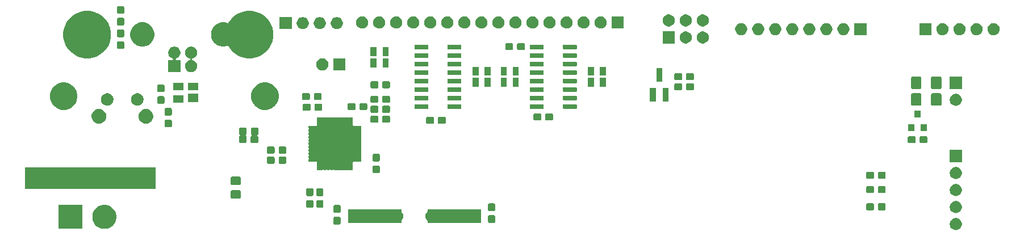
<source format=gts>
%TF.GenerationSoftware,KiCad,Pcbnew,5.1.6+dfsg1-1~bpo10+1*%
%TF.CreationDate,2020-07-04T22:20:21+02:00*%
%TF.ProjectId,Model-M-USB,4d6f6465-6c2d-44d2-9d55-53422e6b6963,rev?*%
%TF.SameCoordinates,Original*%
%TF.FileFunction,Soldermask,Top*%
%TF.FilePolarity,Negative*%
%FSLAX46Y46*%
G04 Gerber Fmt 4.6, Leading zero omitted, Abs format (unit mm)*
G04 Created by KiCad (PCBNEW 5.1.6+dfsg1-1~bpo10+1) date 2020-07-04 22:20:21*
%MOMM*%
%LPD*%
G01*
G04 APERTURE LIST*
%ADD10C,0.100000*%
G04 APERTURE END LIST*
D10*
G36*
X62600000Y-87800000D02*
G01*
X43200000Y-87800000D01*
X43200000Y-84600000D01*
X62600000Y-84600000D01*
X62600000Y-87800000D01*
G37*
X62600000Y-87800000D02*
X43200000Y-87800000D01*
X43200000Y-84600000D01*
X62600000Y-84600000D01*
X62600000Y-87800000D01*
G36*
X182113512Y-92183927D02*
G01*
X182262812Y-92213624D01*
X182426784Y-92281544D01*
X182574354Y-92380147D01*
X182699853Y-92505646D01*
X182798456Y-92653216D01*
X182866376Y-92817188D01*
X182901000Y-92991259D01*
X182901000Y-93168741D01*
X182866376Y-93342812D01*
X182798456Y-93506784D01*
X182699853Y-93654354D01*
X182574354Y-93779853D01*
X182426784Y-93878456D01*
X182262812Y-93946376D01*
X182113512Y-93976073D01*
X182088742Y-93981000D01*
X181911258Y-93981000D01*
X181886488Y-93976073D01*
X181737188Y-93946376D01*
X181573216Y-93878456D01*
X181425646Y-93779853D01*
X181300147Y-93654354D01*
X181201544Y-93506784D01*
X181133624Y-93342812D01*
X181099000Y-93168741D01*
X181099000Y-92991259D01*
X181133624Y-92817188D01*
X181201544Y-92653216D01*
X181300147Y-92505646D01*
X181425646Y-92380147D01*
X181573216Y-92281544D01*
X181737188Y-92213624D01*
X181886488Y-92183927D01*
X181911258Y-92179000D01*
X182088742Y-92179000D01*
X182113512Y-92183927D01*
G37*
G36*
X55306905Y-90208789D02*
G01*
X55605350Y-90268153D01*
X55933122Y-90403921D01*
X56228109Y-90601025D01*
X56478975Y-90851891D01*
X56676079Y-91146878D01*
X56811847Y-91474650D01*
X56866418Y-91749000D01*
X56881060Y-91822610D01*
X56881060Y-92177390D01*
X56873852Y-92213625D01*
X56811847Y-92525350D01*
X56676079Y-92853122D01*
X56478975Y-93148109D01*
X56228109Y-93398975D01*
X55933122Y-93596079D01*
X55605350Y-93731847D01*
X55306905Y-93791211D01*
X55257390Y-93801060D01*
X54902610Y-93801060D01*
X54853095Y-93791211D01*
X54554650Y-93731847D01*
X54226878Y-93596079D01*
X53931891Y-93398975D01*
X53681025Y-93148109D01*
X53483921Y-92853122D01*
X53348153Y-92525350D01*
X53286148Y-92213625D01*
X53278940Y-92177390D01*
X53278940Y-91822610D01*
X53293582Y-91749000D01*
X53348153Y-91474650D01*
X53483921Y-91146878D01*
X53681025Y-90851891D01*
X53931891Y-90601025D01*
X54226878Y-90403921D01*
X54554650Y-90268153D01*
X54853095Y-90208789D01*
X54902610Y-90198940D01*
X55257390Y-90198940D01*
X55306905Y-90208789D01*
G37*
G36*
X51801060Y-93801060D02*
G01*
X48198940Y-93801060D01*
X48198940Y-90198940D01*
X51801060Y-90198940D01*
X51801060Y-93801060D01*
G37*
G36*
X90114499Y-92003445D02*
G01*
X90151995Y-92014820D01*
X90186554Y-92033292D01*
X90216847Y-92058153D01*
X90241708Y-92088446D01*
X90260180Y-92123005D01*
X90271555Y-92160501D01*
X90276000Y-92205638D01*
X90276000Y-92944362D01*
X90271555Y-92989499D01*
X90260180Y-93026995D01*
X90241708Y-93061554D01*
X90216847Y-93091847D01*
X90186554Y-93116708D01*
X90151995Y-93135180D01*
X90114499Y-93146555D01*
X90069362Y-93151000D01*
X89430638Y-93151000D01*
X89385501Y-93146555D01*
X89348005Y-93135180D01*
X89313446Y-93116708D01*
X89283153Y-93091847D01*
X89258292Y-93061554D01*
X89239820Y-93026995D01*
X89228445Y-92989499D01*
X89224000Y-92944362D01*
X89224000Y-92205638D01*
X89228445Y-92160501D01*
X89239820Y-92123005D01*
X89258292Y-92088446D01*
X89283153Y-92058153D01*
X89313446Y-92033292D01*
X89348005Y-92014820D01*
X89385501Y-92003445D01*
X89430638Y-91999000D01*
X90069362Y-91999000D01*
X90114499Y-92003445D01*
G37*
G36*
X111226000Y-92951000D02*
G01*
X103249000Y-92951000D01*
X103249000Y-92628820D01*
X103246598Y-92604434D01*
X103239485Y-92580985D01*
X103227934Y-92559374D01*
X103212389Y-92540432D01*
X103193450Y-92524889D01*
X103189392Y-92522178D01*
X103077822Y-92410608D01*
X102990163Y-92279416D01*
X102982949Y-92262000D01*
X102929781Y-92133642D01*
X102899000Y-91978893D01*
X102899000Y-91821107D01*
X102929781Y-91666358D01*
X102990162Y-91520586D01*
X102990163Y-91520584D01*
X103077822Y-91389392D01*
X103189392Y-91277822D01*
X103193450Y-91275111D01*
X103212389Y-91259567D01*
X103227934Y-91240625D01*
X103239485Y-91219015D01*
X103246598Y-91195566D01*
X103249000Y-91171180D01*
X103249000Y-90849000D01*
X111226000Y-90849000D01*
X111226000Y-92951000D01*
G37*
G36*
X99351000Y-91246438D02*
G01*
X99353402Y-91270824D01*
X99360515Y-91294273D01*
X99372066Y-91315884D01*
X99387606Y-91334820D01*
X99442178Y-91389392D01*
X99529837Y-91520584D01*
X99529838Y-91520586D01*
X99590219Y-91666358D01*
X99621000Y-91821107D01*
X99621000Y-91978893D01*
X99590219Y-92133642D01*
X99537051Y-92262000D01*
X99529837Y-92279416D01*
X99442178Y-92410608D01*
X99387606Y-92465180D01*
X99372066Y-92484116D01*
X99360515Y-92505727D01*
X99353402Y-92529176D01*
X99351000Y-92553562D01*
X99351000Y-92951000D01*
X91374000Y-92951000D01*
X91374000Y-90849000D01*
X99351000Y-90849000D01*
X99351000Y-91246438D01*
G37*
G36*
X113164499Y-91753445D02*
G01*
X113201995Y-91764820D01*
X113236554Y-91783292D01*
X113266847Y-91808153D01*
X113291708Y-91838446D01*
X113310180Y-91873005D01*
X113321555Y-91910501D01*
X113326000Y-91955638D01*
X113326000Y-92694362D01*
X113321555Y-92739499D01*
X113310180Y-92776995D01*
X113291708Y-92811554D01*
X113266847Y-92841847D01*
X113236554Y-92866708D01*
X113201995Y-92885180D01*
X113164499Y-92896555D01*
X113119362Y-92901000D01*
X112480638Y-92901000D01*
X112435501Y-92896555D01*
X112398005Y-92885180D01*
X112363446Y-92866708D01*
X112333153Y-92841847D01*
X112308292Y-92811554D01*
X112289820Y-92776995D01*
X112278445Y-92739499D01*
X112274000Y-92694362D01*
X112274000Y-91955638D01*
X112278445Y-91910501D01*
X112289820Y-91873005D01*
X112308292Y-91838446D01*
X112333153Y-91808153D01*
X112363446Y-91783292D01*
X112398005Y-91764820D01*
X112435501Y-91753445D01*
X112480638Y-91749000D01*
X113119362Y-91749000D01*
X113164499Y-91753445D01*
G37*
G36*
X182113512Y-89643927D02*
G01*
X182262812Y-89673624D01*
X182426784Y-89741544D01*
X182574354Y-89840147D01*
X182699853Y-89965646D01*
X182798456Y-90113216D01*
X182866376Y-90277188D01*
X182901000Y-90451259D01*
X182901000Y-90628741D01*
X182866376Y-90802812D01*
X182798456Y-90966784D01*
X182699853Y-91114354D01*
X182574354Y-91239853D01*
X182426784Y-91338456D01*
X182262812Y-91406376D01*
X182113512Y-91436073D01*
X182088742Y-91441000D01*
X181911258Y-91441000D01*
X181886488Y-91436073D01*
X181737188Y-91406376D01*
X181573216Y-91338456D01*
X181425646Y-91239853D01*
X181300147Y-91114354D01*
X181201544Y-90966784D01*
X181133624Y-90802812D01*
X181099000Y-90628741D01*
X181099000Y-90451259D01*
X181133624Y-90277188D01*
X181201544Y-90113216D01*
X181300147Y-89965646D01*
X181425646Y-89840147D01*
X181573216Y-89741544D01*
X181737188Y-89673624D01*
X181886488Y-89643927D01*
X181911258Y-89639000D01*
X182088742Y-89639000D01*
X182113512Y-89643927D01*
G37*
G36*
X90114499Y-90253445D02*
G01*
X90151995Y-90264820D01*
X90186554Y-90283292D01*
X90216847Y-90308153D01*
X90241708Y-90338446D01*
X90260180Y-90373005D01*
X90271555Y-90410501D01*
X90276000Y-90455638D01*
X90276000Y-91194362D01*
X90271555Y-91239499D01*
X90260180Y-91276995D01*
X90241708Y-91311554D01*
X90216847Y-91341847D01*
X90186554Y-91366708D01*
X90151995Y-91385180D01*
X90114499Y-91396555D01*
X90069362Y-91401000D01*
X89430638Y-91401000D01*
X89385501Y-91396555D01*
X89348005Y-91385180D01*
X89313446Y-91366708D01*
X89283153Y-91341847D01*
X89258292Y-91311554D01*
X89239820Y-91276995D01*
X89228445Y-91239499D01*
X89224000Y-91194362D01*
X89224000Y-90455638D01*
X89228445Y-90410501D01*
X89239820Y-90373005D01*
X89258292Y-90338446D01*
X89283153Y-90308153D01*
X89313446Y-90283292D01*
X89348005Y-90264820D01*
X89385501Y-90253445D01*
X89430638Y-90249000D01*
X90069362Y-90249000D01*
X90114499Y-90253445D01*
G37*
G36*
X113164499Y-90003445D02*
G01*
X113201995Y-90014820D01*
X113236554Y-90033292D01*
X113266847Y-90058153D01*
X113291708Y-90088446D01*
X113310180Y-90123005D01*
X113321555Y-90160501D01*
X113326000Y-90205638D01*
X113326000Y-90944362D01*
X113321555Y-90989499D01*
X113310180Y-91026995D01*
X113291708Y-91061554D01*
X113266847Y-91091847D01*
X113236554Y-91116708D01*
X113201995Y-91135180D01*
X113164499Y-91146555D01*
X113119362Y-91151000D01*
X112480638Y-91151000D01*
X112435501Y-91146555D01*
X112398005Y-91135180D01*
X112363446Y-91116708D01*
X112333153Y-91091847D01*
X112308292Y-91061554D01*
X112289820Y-91026995D01*
X112278445Y-90989499D01*
X112274000Y-90944362D01*
X112274000Y-90205638D01*
X112278445Y-90160501D01*
X112289820Y-90123005D01*
X112308292Y-90088446D01*
X112333153Y-90058153D01*
X112363446Y-90033292D01*
X112398005Y-90014820D01*
X112435501Y-90003445D01*
X112480638Y-89999000D01*
X113119362Y-89999000D01*
X113164499Y-90003445D01*
G37*
G36*
X171389499Y-89978445D02*
G01*
X171426995Y-89989820D01*
X171461554Y-90008292D01*
X171491847Y-90033153D01*
X171516708Y-90063446D01*
X171535180Y-90098005D01*
X171546555Y-90135501D01*
X171551000Y-90180638D01*
X171551000Y-90819362D01*
X171546555Y-90864499D01*
X171535180Y-90901995D01*
X171516708Y-90936554D01*
X171491847Y-90966847D01*
X171461554Y-90991708D01*
X171426995Y-91010180D01*
X171389499Y-91021555D01*
X171344362Y-91026000D01*
X170605638Y-91026000D01*
X170560501Y-91021555D01*
X170523005Y-91010180D01*
X170488446Y-90991708D01*
X170458153Y-90966847D01*
X170433292Y-90936554D01*
X170414820Y-90901995D01*
X170403445Y-90864499D01*
X170399000Y-90819362D01*
X170399000Y-90180638D01*
X170403445Y-90135501D01*
X170414820Y-90098005D01*
X170433292Y-90063446D01*
X170458153Y-90033153D01*
X170488446Y-90008292D01*
X170523005Y-89989820D01*
X170560501Y-89978445D01*
X170605638Y-89974000D01*
X171344362Y-89974000D01*
X171389499Y-89978445D01*
G37*
G36*
X169639499Y-89978445D02*
G01*
X169676995Y-89989820D01*
X169711554Y-90008292D01*
X169741847Y-90033153D01*
X169766708Y-90063446D01*
X169785180Y-90098005D01*
X169796555Y-90135501D01*
X169801000Y-90180638D01*
X169801000Y-90819362D01*
X169796555Y-90864499D01*
X169785180Y-90901995D01*
X169766708Y-90936554D01*
X169741847Y-90966847D01*
X169711554Y-90991708D01*
X169676995Y-91010180D01*
X169639499Y-91021555D01*
X169594362Y-91026000D01*
X168855638Y-91026000D01*
X168810501Y-91021555D01*
X168773005Y-91010180D01*
X168738446Y-90991708D01*
X168708153Y-90966847D01*
X168683292Y-90936554D01*
X168664820Y-90901995D01*
X168653445Y-90864499D01*
X168649000Y-90819362D01*
X168649000Y-90180638D01*
X168653445Y-90135501D01*
X168664820Y-90098005D01*
X168683292Y-90063446D01*
X168708153Y-90033153D01*
X168738446Y-90008292D01*
X168773005Y-89989820D01*
X168810501Y-89978445D01*
X168855638Y-89974000D01*
X169594362Y-89974000D01*
X169639499Y-89978445D01*
G37*
G36*
X86064499Y-89503445D02*
G01*
X86101995Y-89514820D01*
X86136554Y-89533292D01*
X86166847Y-89558153D01*
X86191708Y-89588446D01*
X86210180Y-89623005D01*
X86221555Y-89660501D01*
X86226000Y-89705638D01*
X86226000Y-90444362D01*
X86221555Y-90489499D01*
X86210180Y-90526995D01*
X86191708Y-90561554D01*
X86166847Y-90591847D01*
X86136554Y-90616708D01*
X86101995Y-90635180D01*
X86064499Y-90646555D01*
X86019362Y-90651000D01*
X85380638Y-90651000D01*
X85335501Y-90646555D01*
X85298005Y-90635180D01*
X85263446Y-90616708D01*
X85233153Y-90591847D01*
X85208292Y-90561554D01*
X85189820Y-90526995D01*
X85178445Y-90489499D01*
X85174000Y-90444362D01*
X85174000Y-89705638D01*
X85178445Y-89660501D01*
X85189820Y-89623005D01*
X85208292Y-89588446D01*
X85233153Y-89558153D01*
X85263446Y-89533292D01*
X85298005Y-89514820D01*
X85335501Y-89503445D01*
X85380638Y-89499000D01*
X86019362Y-89499000D01*
X86064499Y-89503445D01*
G37*
G36*
X87564499Y-89503445D02*
G01*
X87601995Y-89514820D01*
X87636554Y-89533292D01*
X87666847Y-89558153D01*
X87691708Y-89588446D01*
X87710180Y-89623005D01*
X87721555Y-89660501D01*
X87726000Y-89705638D01*
X87726000Y-90444362D01*
X87721555Y-90489499D01*
X87710180Y-90526995D01*
X87691708Y-90561554D01*
X87666847Y-90591847D01*
X87636554Y-90616708D01*
X87601995Y-90635180D01*
X87564499Y-90646555D01*
X87519362Y-90651000D01*
X86880638Y-90651000D01*
X86835501Y-90646555D01*
X86798005Y-90635180D01*
X86763446Y-90616708D01*
X86733153Y-90591847D01*
X86708292Y-90561554D01*
X86689820Y-90526995D01*
X86678445Y-90489499D01*
X86674000Y-90444362D01*
X86674000Y-89705638D01*
X86678445Y-89660501D01*
X86689820Y-89623005D01*
X86708292Y-89588446D01*
X86733153Y-89558153D01*
X86763446Y-89533292D01*
X86798005Y-89514820D01*
X86835501Y-89503445D01*
X86880638Y-89499000D01*
X87519362Y-89499000D01*
X87564499Y-89503445D01*
G37*
G36*
X75238674Y-88053465D02*
G01*
X75276367Y-88064899D01*
X75311103Y-88083466D01*
X75341548Y-88108452D01*
X75366534Y-88138897D01*
X75385101Y-88173633D01*
X75396535Y-88211326D01*
X75401000Y-88256661D01*
X75401000Y-89093339D01*
X75396535Y-89138674D01*
X75385101Y-89176367D01*
X75366534Y-89211103D01*
X75341548Y-89241548D01*
X75311103Y-89266534D01*
X75276367Y-89285101D01*
X75238674Y-89296535D01*
X75193339Y-89301000D01*
X74106661Y-89301000D01*
X74061326Y-89296535D01*
X74023633Y-89285101D01*
X73988897Y-89266534D01*
X73958452Y-89241548D01*
X73933466Y-89211103D01*
X73914899Y-89176367D01*
X73903465Y-89138674D01*
X73899000Y-89093339D01*
X73899000Y-88256661D01*
X73903465Y-88211326D01*
X73914899Y-88173633D01*
X73933466Y-88138897D01*
X73958452Y-88108452D01*
X73988897Y-88083466D01*
X74023633Y-88064899D01*
X74061326Y-88053465D01*
X74106661Y-88049000D01*
X75193339Y-88049000D01*
X75238674Y-88053465D01*
G37*
G36*
X86064499Y-87753445D02*
G01*
X86101995Y-87764820D01*
X86136554Y-87783292D01*
X86166847Y-87808153D01*
X86191708Y-87838446D01*
X86210180Y-87873005D01*
X86221555Y-87910501D01*
X86226000Y-87955638D01*
X86226000Y-88694362D01*
X86221555Y-88739499D01*
X86210180Y-88776995D01*
X86191708Y-88811554D01*
X86166847Y-88841847D01*
X86136554Y-88866708D01*
X86101995Y-88885180D01*
X86064499Y-88896555D01*
X86019362Y-88901000D01*
X85380638Y-88901000D01*
X85335501Y-88896555D01*
X85298005Y-88885180D01*
X85263446Y-88866708D01*
X85233153Y-88841847D01*
X85208292Y-88811554D01*
X85189820Y-88776995D01*
X85178445Y-88739499D01*
X85174000Y-88694362D01*
X85174000Y-87955638D01*
X85178445Y-87910501D01*
X85189820Y-87873005D01*
X85208292Y-87838446D01*
X85233153Y-87808153D01*
X85263446Y-87783292D01*
X85298005Y-87764820D01*
X85335501Y-87753445D01*
X85380638Y-87749000D01*
X86019362Y-87749000D01*
X86064499Y-87753445D01*
G37*
G36*
X182113512Y-87103927D02*
G01*
X182262812Y-87133624D01*
X182426784Y-87201544D01*
X182574354Y-87300147D01*
X182699853Y-87425646D01*
X182798456Y-87573216D01*
X182866376Y-87737188D01*
X182901000Y-87911259D01*
X182901000Y-88088741D01*
X182866376Y-88262812D01*
X182798456Y-88426784D01*
X182699853Y-88574354D01*
X182574354Y-88699853D01*
X182426784Y-88798456D01*
X182262812Y-88866376D01*
X182114145Y-88895947D01*
X182088742Y-88901000D01*
X181911258Y-88901000D01*
X181885855Y-88895947D01*
X181737188Y-88866376D01*
X181573216Y-88798456D01*
X181425646Y-88699853D01*
X181300147Y-88574354D01*
X181201544Y-88426784D01*
X181133624Y-88262812D01*
X181099000Y-88088741D01*
X181099000Y-87911259D01*
X181133624Y-87737188D01*
X181201544Y-87573216D01*
X181300147Y-87425646D01*
X181425646Y-87300147D01*
X181573216Y-87201544D01*
X181737188Y-87133624D01*
X181886488Y-87103927D01*
X181911258Y-87099000D01*
X182088742Y-87099000D01*
X182113512Y-87103927D01*
G37*
G36*
X87564499Y-87753445D02*
G01*
X87601995Y-87764820D01*
X87636554Y-87783292D01*
X87666847Y-87808153D01*
X87691708Y-87838446D01*
X87710180Y-87873005D01*
X87721555Y-87910501D01*
X87726000Y-87955638D01*
X87726000Y-88694362D01*
X87721555Y-88739499D01*
X87710180Y-88776995D01*
X87691708Y-88811554D01*
X87666847Y-88841847D01*
X87636554Y-88866708D01*
X87601995Y-88885180D01*
X87564499Y-88896555D01*
X87519362Y-88901000D01*
X86880638Y-88901000D01*
X86835501Y-88896555D01*
X86798005Y-88885180D01*
X86763446Y-88866708D01*
X86733153Y-88841847D01*
X86708292Y-88811554D01*
X86689820Y-88776995D01*
X86678445Y-88739499D01*
X86674000Y-88694362D01*
X86674000Y-87955638D01*
X86678445Y-87910501D01*
X86689820Y-87873005D01*
X86708292Y-87838446D01*
X86733153Y-87808153D01*
X86763446Y-87783292D01*
X86798005Y-87764820D01*
X86835501Y-87753445D01*
X86880638Y-87749000D01*
X87519362Y-87749000D01*
X87564499Y-87753445D01*
G37*
G36*
X171389499Y-87428445D02*
G01*
X171426995Y-87439820D01*
X171461554Y-87458292D01*
X171491847Y-87483153D01*
X171516708Y-87513446D01*
X171535180Y-87548005D01*
X171546555Y-87585501D01*
X171551000Y-87630638D01*
X171551000Y-88269362D01*
X171546555Y-88314499D01*
X171535180Y-88351995D01*
X171516708Y-88386554D01*
X171491847Y-88416847D01*
X171461554Y-88441708D01*
X171426995Y-88460180D01*
X171389499Y-88471555D01*
X171344362Y-88476000D01*
X170605638Y-88476000D01*
X170560501Y-88471555D01*
X170523005Y-88460180D01*
X170488446Y-88441708D01*
X170458153Y-88416847D01*
X170433292Y-88386554D01*
X170414820Y-88351995D01*
X170403445Y-88314499D01*
X170399000Y-88269362D01*
X170399000Y-87630638D01*
X170403445Y-87585501D01*
X170414820Y-87548005D01*
X170433292Y-87513446D01*
X170458153Y-87483153D01*
X170488446Y-87458292D01*
X170523005Y-87439820D01*
X170560501Y-87428445D01*
X170605638Y-87424000D01*
X171344362Y-87424000D01*
X171389499Y-87428445D01*
G37*
G36*
X169639499Y-87428445D02*
G01*
X169676995Y-87439820D01*
X169711554Y-87458292D01*
X169741847Y-87483153D01*
X169766708Y-87513446D01*
X169785180Y-87548005D01*
X169796555Y-87585501D01*
X169801000Y-87630638D01*
X169801000Y-88269362D01*
X169796555Y-88314499D01*
X169785180Y-88351995D01*
X169766708Y-88386554D01*
X169741847Y-88416847D01*
X169711554Y-88441708D01*
X169676995Y-88460180D01*
X169639499Y-88471555D01*
X169594362Y-88476000D01*
X168855638Y-88476000D01*
X168810501Y-88471555D01*
X168773005Y-88460180D01*
X168738446Y-88441708D01*
X168708153Y-88416847D01*
X168683292Y-88386554D01*
X168664820Y-88351995D01*
X168653445Y-88314499D01*
X168649000Y-88269362D01*
X168649000Y-87630638D01*
X168653445Y-87585501D01*
X168664820Y-87548005D01*
X168683292Y-87513446D01*
X168708153Y-87483153D01*
X168738446Y-87458292D01*
X168773005Y-87439820D01*
X168810501Y-87428445D01*
X168855638Y-87424000D01*
X169594362Y-87424000D01*
X169639499Y-87428445D01*
G37*
G36*
X75238674Y-86003465D02*
G01*
X75276367Y-86014899D01*
X75311103Y-86033466D01*
X75341548Y-86058452D01*
X75366534Y-86088897D01*
X75385101Y-86123633D01*
X75396535Y-86161326D01*
X75401000Y-86206661D01*
X75401000Y-87043339D01*
X75396535Y-87088674D01*
X75385101Y-87126367D01*
X75366534Y-87161103D01*
X75341548Y-87191548D01*
X75311103Y-87216534D01*
X75276367Y-87235101D01*
X75238674Y-87246535D01*
X75193339Y-87251000D01*
X74106661Y-87251000D01*
X74061326Y-87246535D01*
X74023633Y-87235101D01*
X73988897Y-87216534D01*
X73958452Y-87191548D01*
X73933466Y-87161103D01*
X73914899Y-87126367D01*
X73903465Y-87088674D01*
X73899000Y-87043339D01*
X73899000Y-86206661D01*
X73903465Y-86161326D01*
X73914899Y-86123633D01*
X73933466Y-86088897D01*
X73958452Y-86058452D01*
X73988897Y-86033466D01*
X74023633Y-86014899D01*
X74061326Y-86003465D01*
X74106661Y-85999000D01*
X75193339Y-85999000D01*
X75238674Y-86003465D01*
G37*
G36*
X182113512Y-84563927D02*
G01*
X182262812Y-84593624D01*
X182426784Y-84661544D01*
X182574354Y-84760147D01*
X182699853Y-84885646D01*
X182798456Y-85033216D01*
X182866376Y-85197188D01*
X182901000Y-85371259D01*
X182901000Y-85548741D01*
X182866376Y-85722812D01*
X182798456Y-85886784D01*
X182699853Y-86034354D01*
X182574354Y-86159853D01*
X182426784Y-86258456D01*
X182262812Y-86326376D01*
X182113512Y-86356073D01*
X182088742Y-86361000D01*
X181911258Y-86361000D01*
X181886488Y-86356073D01*
X181737188Y-86326376D01*
X181573216Y-86258456D01*
X181425646Y-86159853D01*
X181300147Y-86034354D01*
X181201544Y-85886784D01*
X181133624Y-85722812D01*
X181099000Y-85548741D01*
X181099000Y-85371259D01*
X181133624Y-85197188D01*
X181201544Y-85033216D01*
X181300147Y-84885646D01*
X181425646Y-84760147D01*
X181573216Y-84661544D01*
X181737188Y-84593624D01*
X181886488Y-84563927D01*
X181911258Y-84559000D01*
X182088742Y-84559000D01*
X182113512Y-84563927D01*
G37*
G36*
X169639499Y-85278445D02*
G01*
X169676995Y-85289820D01*
X169711554Y-85308292D01*
X169741847Y-85333153D01*
X169766708Y-85363446D01*
X169785180Y-85398005D01*
X169796555Y-85435501D01*
X169801000Y-85480638D01*
X169801000Y-86119362D01*
X169796555Y-86164499D01*
X169785180Y-86201995D01*
X169766708Y-86236554D01*
X169741847Y-86266847D01*
X169711554Y-86291708D01*
X169676995Y-86310180D01*
X169639499Y-86321555D01*
X169594362Y-86326000D01*
X168855638Y-86326000D01*
X168810501Y-86321555D01*
X168773005Y-86310180D01*
X168738446Y-86291708D01*
X168708153Y-86266847D01*
X168683292Y-86236554D01*
X168664820Y-86201995D01*
X168653445Y-86164499D01*
X168649000Y-86119362D01*
X168649000Y-85480638D01*
X168653445Y-85435501D01*
X168664820Y-85398005D01*
X168683292Y-85363446D01*
X168708153Y-85333153D01*
X168738446Y-85308292D01*
X168773005Y-85289820D01*
X168810501Y-85278445D01*
X168855638Y-85274000D01*
X169594362Y-85274000D01*
X169639499Y-85278445D01*
G37*
G36*
X171389499Y-85278445D02*
G01*
X171426995Y-85289820D01*
X171461554Y-85308292D01*
X171491847Y-85333153D01*
X171516708Y-85363446D01*
X171535180Y-85398005D01*
X171546555Y-85435501D01*
X171551000Y-85480638D01*
X171551000Y-86119362D01*
X171546555Y-86164499D01*
X171535180Y-86201995D01*
X171516708Y-86236554D01*
X171491847Y-86266847D01*
X171461554Y-86291708D01*
X171426995Y-86310180D01*
X171389499Y-86321555D01*
X171344362Y-86326000D01*
X170605638Y-86326000D01*
X170560501Y-86321555D01*
X170523005Y-86310180D01*
X170488446Y-86291708D01*
X170458153Y-86266847D01*
X170433292Y-86236554D01*
X170414820Y-86201995D01*
X170403445Y-86164499D01*
X170399000Y-86119362D01*
X170399000Y-85480638D01*
X170403445Y-85435501D01*
X170414820Y-85398005D01*
X170433292Y-85363446D01*
X170458153Y-85333153D01*
X170488446Y-85308292D01*
X170523005Y-85289820D01*
X170560501Y-85278445D01*
X170605638Y-85274000D01*
X171344362Y-85274000D01*
X171389499Y-85278445D01*
G37*
G36*
X95964499Y-84353445D02*
G01*
X96001995Y-84364820D01*
X96036554Y-84383292D01*
X96066847Y-84408153D01*
X96091708Y-84438446D01*
X96110180Y-84473005D01*
X96121555Y-84510501D01*
X96126000Y-84555638D01*
X96126000Y-85294362D01*
X96121555Y-85339499D01*
X96110180Y-85376995D01*
X96091708Y-85411554D01*
X96066847Y-85441847D01*
X96036554Y-85466708D01*
X96001995Y-85485180D01*
X95964499Y-85496555D01*
X95919362Y-85501000D01*
X95280638Y-85501000D01*
X95235501Y-85496555D01*
X95198005Y-85485180D01*
X95163446Y-85466708D01*
X95133153Y-85441847D01*
X95108292Y-85411554D01*
X95089820Y-85376995D01*
X95078445Y-85339499D01*
X95074000Y-85294362D01*
X95074000Y-84555638D01*
X95078445Y-84510501D01*
X95089820Y-84473005D01*
X95108292Y-84438446D01*
X95133153Y-84408153D01*
X95163446Y-84383292D01*
X95198005Y-84364820D01*
X95235501Y-84353445D01*
X95280638Y-84349000D01*
X95919362Y-84349000D01*
X95964499Y-84353445D01*
G37*
G36*
X87105355Y-77175083D02*
G01*
X87110029Y-77176501D01*
X87114330Y-77178800D01*
X87120702Y-77184029D01*
X87141076Y-77197643D01*
X87163715Y-77207020D01*
X87187749Y-77211800D01*
X87212253Y-77211800D01*
X87236286Y-77207019D01*
X87258925Y-77197642D01*
X87279298Y-77184029D01*
X87285670Y-77178800D01*
X87289971Y-77176501D01*
X87294645Y-77175083D01*
X87305641Y-77174000D01*
X87594359Y-77174000D01*
X87605355Y-77175083D01*
X87610029Y-77176501D01*
X87614330Y-77178800D01*
X87620702Y-77184029D01*
X87641076Y-77197643D01*
X87663715Y-77207020D01*
X87687749Y-77211800D01*
X87712253Y-77211800D01*
X87736286Y-77207019D01*
X87758925Y-77197642D01*
X87779298Y-77184029D01*
X87785670Y-77178800D01*
X87789971Y-77176501D01*
X87794645Y-77175083D01*
X87805641Y-77174000D01*
X88094359Y-77174000D01*
X88105355Y-77175083D01*
X88110029Y-77176501D01*
X88114330Y-77178800D01*
X88120702Y-77184029D01*
X88141076Y-77197643D01*
X88163715Y-77207020D01*
X88187749Y-77211800D01*
X88212253Y-77211800D01*
X88236286Y-77207019D01*
X88258925Y-77197642D01*
X88279298Y-77184029D01*
X88285670Y-77178800D01*
X88289971Y-77176501D01*
X88294645Y-77175083D01*
X88305641Y-77174000D01*
X88594359Y-77174000D01*
X88605355Y-77175083D01*
X88610029Y-77176501D01*
X88614330Y-77178800D01*
X88620702Y-77184029D01*
X88641076Y-77197643D01*
X88663715Y-77207020D01*
X88687749Y-77211800D01*
X88712253Y-77211800D01*
X88736286Y-77207019D01*
X88758925Y-77197642D01*
X88779298Y-77184029D01*
X88785670Y-77178800D01*
X88789971Y-77176501D01*
X88794645Y-77175083D01*
X88805641Y-77174000D01*
X89094359Y-77174000D01*
X89105355Y-77175083D01*
X89110029Y-77176501D01*
X89114330Y-77178800D01*
X89120702Y-77184029D01*
X89141076Y-77197643D01*
X89163715Y-77207020D01*
X89187749Y-77211800D01*
X89212253Y-77211800D01*
X89236286Y-77207019D01*
X89258925Y-77197642D01*
X89279298Y-77184029D01*
X89285670Y-77178800D01*
X89289971Y-77176501D01*
X89294645Y-77175083D01*
X89305641Y-77174000D01*
X89594359Y-77174000D01*
X89605355Y-77175083D01*
X89610029Y-77176501D01*
X89614330Y-77178800D01*
X89620702Y-77184029D01*
X89641076Y-77197643D01*
X89663715Y-77207020D01*
X89687749Y-77211800D01*
X89712253Y-77211800D01*
X89736286Y-77207019D01*
X89758925Y-77197642D01*
X89779298Y-77184029D01*
X89785670Y-77178800D01*
X89789971Y-77176501D01*
X89794645Y-77175083D01*
X89805641Y-77174000D01*
X90094359Y-77174000D01*
X90105355Y-77175083D01*
X90110029Y-77176501D01*
X90114330Y-77178800D01*
X90120702Y-77184029D01*
X90141076Y-77197643D01*
X90163715Y-77207020D01*
X90187749Y-77211800D01*
X90212253Y-77211800D01*
X90236286Y-77207019D01*
X90258925Y-77197642D01*
X90279298Y-77184029D01*
X90285670Y-77178800D01*
X90289971Y-77176501D01*
X90294645Y-77175083D01*
X90305641Y-77174000D01*
X90594359Y-77174000D01*
X90605355Y-77175083D01*
X90610029Y-77176501D01*
X90614330Y-77178800D01*
X90620702Y-77184029D01*
X90641076Y-77197643D01*
X90663715Y-77207020D01*
X90687749Y-77211800D01*
X90712253Y-77211800D01*
X90736286Y-77207019D01*
X90758925Y-77197642D01*
X90779298Y-77184029D01*
X90785670Y-77178800D01*
X90789971Y-77176501D01*
X90794645Y-77175083D01*
X90805641Y-77174000D01*
X91094359Y-77174000D01*
X91105355Y-77175083D01*
X91110029Y-77176501D01*
X91114330Y-77178800D01*
X91120702Y-77184029D01*
X91141076Y-77197643D01*
X91163715Y-77207020D01*
X91187749Y-77211800D01*
X91212253Y-77211800D01*
X91236286Y-77207019D01*
X91258925Y-77197642D01*
X91279298Y-77184029D01*
X91285670Y-77178800D01*
X91289971Y-77176501D01*
X91294645Y-77175083D01*
X91305641Y-77174000D01*
X91594359Y-77174000D01*
X91605355Y-77175083D01*
X91610029Y-77176501D01*
X91614330Y-77178800D01*
X91620702Y-77184029D01*
X91641076Y-77197643D01*
X91663715Y-77207020D01*
X91687749Y-77211800D01*
X91712253Y-77211800D01*
X91736286Y-77207019D01*
X91758925Y-77197642D01*
X91779298Y-77184029D01*
X91785670Y-77178800D01*
X91789971Y-77176501D01*
X91794645Y-77175083D01*
X91805641Y-77174000D01*
X92094359Y-77174000D01*
X92105355Y-77175083D01*
X92110029Y-77176501D01*
X92114331Y-77178800D01*
X92118104Y-77181896D01*
X92121200Y-77185669D01*
X92123499Y-77189971D01*
X92124917Y-77194645D01*
X92126000Y-77205641D01*
X92126000Y-78299001D01*
X92128402Y-78323387D01*
X92135515Y-78346836D01*
X92147066Y-78368447D01*
X92162611Y-78387389D01*
X92181553Y-78402934D01*
X92203164Y-78414485D01*
X92226613Y-78421598D01*
X92250999Y-78424000D01*
X93344359Y-78424000D01*
X93355355Y-78425083D01*
X93360029Y-78426501D01*
X93364331Y-78428800D01*
X93368104Y-78431896D01*
X93371200Y-78435669D01*
X93373499Y-78439971D01*
X93374917Y-78444645D01*
X93376000Y-78455641D01*
X93376000Y-78744359D01*
X93374917Y-78755355D01*
X93373499Y-78760029D01*
X93371200Y-78764330D01*
X93365971Y-78770702D01*
X93352357Y-78791076D01*
X93342980Y-78813715D01*
X93338200Y-78837749D01*
X93338200Y-78862253D01*
X93342981Y-78886286D01*
X93352358Y-78908925D01*
X93365971Y-78929298D01*
X93371200Y-78935670D01*
X93373499Y-78939971D01*
X93374917Y-78944645D01*
X93376000Y-78955641D01*
X93376000Y-79244359D01*
X93374917Y-79255355D01*
X93373499Y-79260029D01*
X93371200Y-79264330D01*
X93365971Y-79270702D01*
X93352357Y-79291076D01*
X93342980Y-79313715D01*
X93338200Y-79337749D01*
X93338200Y-79362253D01*
X93342981Y-79386286D01*
X93352358Y-79408925D01*
X93365971Y-79429298D01*
X93371200Y-79435670D01*
X93373499Y-79439971D01*
X93374917Y-79444645D01*
X93376000Y-79455641D01*
X93376000Y-79744359D01*
X93374917Y-79755355D01*
X93373499Y-79760029D01*
X93371200Y-79764330D01*
X93365971Y-79770702D01*
X93352357Y-79791076D01*
X93342980Y-79813715D01*
X93338200Y-79837749D01*
X93338200Y-79862253D01*
X93342981Y-79886286D01*
X93352358Y-79908925D01*
X93365971Y-79929298D01*
X93371200Y-79935670D01*
X93373499Y-79939971D01*
X93374917Y-79944645D01*
X93376000Y-79955641D01*
X93376000Y-80244359D01*
X93374917Y-80255355D01*
X93373499Y-80260029D01*
X93371200Y-80264330D01*
X93365971Y-80270702D01*
X93352357Y-80291076D01*
X93342980Y-80313715D01*
X93338200Y-80337749D01*
X93338200Y-80362253D01*
X93342981Y-80386286D01*
X93352358Y-80408925D01*
X93365971Y-80429298D01*
X93371200Y-80435670D01*
X93373499Y-80439971D01*
X93374917Y-80444645D01*
X93376000Y-80455641D01*
X93376000Y-80744359D01*
X93374917Y-80755355D01*
X93373499Y-80760029D01*
X93371200Y-80764330D01*
X93365971Y-80770702D01*
X93352357Y-80791076D01*
X93342980Y-80813715D01*
X93338200Y-80837749D01*
X93338200Y-80862253D01*
X93342981Y-80886286D01*
X93352358Y-80908925D01*
X93365971Y-80929298D01*
X93371200Y-80935670D01*
X93373499Y-80939971D01*
X93374917Y-80944645D01*
X93376000Y-80955641D01*
X93376000Y-81244359D01*
X93374917Y-81255355D01*
X93373499Y-81260029D01*
X93371200Y-81264330D01*
X93365971Y-81270702D01*
X93352357Y-81291076D01*
X93342980Y-81313715D01*
X93338200Y-81337749D01*
X93338200Y-81362253D01*
X93342981Y-81386286D01*
X93352358Y-81408925D01*
X93365971Y-81429298D01*
X93371200Y-81435670D01*
X93373499Y-81439971D01*
X93374917Y-81444645D01*
X93376000Y-81455641D01*
X93376000Y-81744359D01*
X93374917Y-81755355D01*
X93373499Y-81760029D01*
X93371200Y-81764330D01*
X93365971Y-81770702D01*
X93352357Y-81791076D01*
X93342980Y-81813715D01*
X93338200Y-81837749D01*
X93338200Y-81862253D01*
X93342981Y-81886286D01*
X93352358Y-81908925D01*
X93365971Y-81929298D01*
X93371200Y-81935670D01*
X93373499Y-81939971D01*
X93374917Y-81944645D01*
X93376000Y-81955641D01*
X93376000Y-82244359D01*
X93374917Y-82255355D01*
X93373499Y-82260029D01*
X93371200Y-82264330D01*
X93365971Y-82270702D01*
X93352357Y-82291076D01*
X93342980Y-82313715D01*
X93338200Y-82337749D01*
X93338200Y-82362253D01*
X93342981Y-82386286D01*
X93352358Y-82408925D01*
X93365971Y-82429298D01*
X93371200Y-82435670D01*
X93373499Y-82439971D01*
X93374917Y-82444645D01*
X93376000Y-82455641D01*
X93376000Y-82744359D01*
X93374917Y-82755355D01*
X93373499Y-82760029D01*
X93371200Y-82764330D01*
X93365971Y-82770702D01*
X93352357Y-82791076D01*
X93342980Y-82813715D01*
X93338200Y-82837749D01*
X93338200Y-82862253D01*
X93342981Y-82886286D01*
X93352358Y-82908925D01*
X93365971Y-82929298D01*
X93371200Y-82935670D01*
X93373499Y-82939971D01*
X93374917Y-82944645D01*
X93376000Y-82955641D01*
X93376000Y-83244359D01*
X93374917Y-83255355D01*
X93373499Y-83260029D01*
X93371200Y-83264330D01*
X93365971Y-83270702D01*
X93352357Y-83291076D01*
X93342980Y-83313715D01*
X93338200Y-83337749D01*
X93338200Y-83362253D01*
X93342981Y-83386286D01*
X93352358Y-83408925D01*
X93365971Y-83429298D01*
X93371200Y-83435670D01*
X93373499Y-83439971D01*
X93374917Y-83444645D01*
X93376000Y-83455641D01*
X93376000Y-83744359D01*
X93374917Y-83755355D01*
X93373499Y-83760029D01*
X93371200Y-83764331D01*
X93368104Y-83768104D01*
X93364331Y-83771200D01*
X93360029Y-83773499D01*
X93355355Y-83774917D01*
X93344359Y-83776000D01*
X92250999Y-83776000D01*
X92226613Y-83778402D01*
X92203164Y-83785515D01*
X92181553Y-83797066D01*
X92162611Y-83812611D01*
X92147066Y-83831553D01*
X92135515Y-83853164D01*
X92128402Y-83876613D01*
X92126000Y-83900999D01*
X92126000Y-84994359D01*
X92124917Y-85005355D01*
X92123499Y-85010029D01*
X92121200Y-85014331D01*
X92118104Y-85018104D01*
X92114331Y-85021200D01*
X92110029Y-85023499D01*
X92105355Y-85024917D01*
X92094359Y-85026000D01*
X91805641Y-85026000D01*
X91794645Y-85024917D01*
X91789971Y-85023499D01*
X91785670Y-85021200D01*
X91779298Y-85015971D01*
X91758924Y-85002357D01*
X91736285Y-84992980D01*
X91712251Y-84988200D01*
X91687747Y-84988200D01*
X91663714Y-84992981D01*
X91641075Y-85002358D01*
X91620702Y-85015971D01*
X91614330Y-85021200D01*
X91610029Y-85023499D01*
X91605355Y-85024917D01*
X91594359Y-85026000D01*
X91305641Y-85026000D01*
X91294645Y-85024917D01*
X91289971Y-85023499D01*
X91285670Y-85021200D01*
X91279298Y-85015971D01*
X91258924Y-85002357D01*
X91236285Y-84992980D01*
X91212251Y-84988200D01*
X91187747Y-84988200D01*
X91163714Y-84992981D01*
X91141075Y-85002358D01*
X91120702Y-85015971D01*
X91114330Y-85021200D01*
X91110029Y-85023499D01*
X91105355Y-85024917D01*
X91094359Y-85026000D01*
X90805641Y-85026000D01*
X90794645Y-85024917D01*
X90789971Y-85023499D01*
X90785670Y-85021200D01*
X90779298Y-85015971D01*
X90758924Y-85002357D01*
X90736285Y-84992980D01*
X90712251Y-84988200D01*
X90687747Y-84988200D01*
X90663714Y-84992981D01*
X90641075Y-85002358D01*
X90620702Y-85015971D01*
X90614330Y-85021200D01*
X90610029Y-85023499D01*
X90605355Y-85024917D01*
X90594359Y-85026000D01*
X90305641Y-85026000D01*
X90294645Y-85024917D01*
X90289971Y-85023499D01*
X90285670Y-85021200D01*
X90279298Y-85015971D01*
X90258924Y-85002357D01*
X90236285Y-84992980D01*
X90212251Y-84988200D01*
X90187747Y-84988200D01*
X90163714Y-84992981D01*
X90141075Y-85002358D01*
X90120702Y-85015971D01*
X90114330Y-85021200D01*
X90110029Y-85023499D01*
X90105355Y-85024917D01*
X90094359Y-85026000D01*
X89805641Y-85026000D01*
X89794645Y-85024917D01*
X89789971Y-85023499D01*
X89785670Y-85021200D01*
X89779298Y-85015971D01*
X89758924Y-85002357D01*
X89736285Y-84992980D01*
X89712251Y-84988200D01*
X89687747Y-84988200D01*
X89663714Y-84992981D01*
X89641075Y-85002358D01*
X89620702Y-85015971D01*
X89614330Y-85021200D01*
X89610029Y-85023499D01*
X89605355Y-85024917D01*
X89594359Y-85026000D01*
X89305641Y-85026000D01*
X89294645Y-85024917D01*
X89289971Y-85023499D01*
X89285670Y-85021200D01*
X89279298Y-85015971D01*
X89258924Y-85002357D01*
X89236285Y-84992980D01*
X89212251Y-84988200D01*
X89187747Y-84988200D01*
X89163714Y-84992981D01*
X89141075Y-85002358D01*
X89120702Y-85015971D01*
X89114330Y-85021200D01*
X89110029Y-85023499D01*
X89105355Y-85024917D01*
X89094359Y-85026000D01*
X88805641Y-85026000D01*
X88794645Y-85024917D01*
X88789971Y-85023499D01*
X88785670Y-85021200D01*
X88779298Y-85015971D01*
X88758924Y-85002357D01*
X88736285Y-84992980D01*
X88712251Y-84988200D01*
X88687747Y-84988200D01*
X88663714Y-84992981D01*
X88641075Y-85002358D01*
X88620702Y-85015971D01*
X88614330Y-85021200D01*
X88610029Y-85023499D01*
X88605355Y-85024917D01*
X88594359Y-85026000D01*
X88305641Y-85026000D01*
X88294645Y-85024917D01*
X88289971Y-85023499D01*
X88285670Y-85021200D01*
X88279298Y-85015971D01*
X88258924Y-85002357D01*
X88236285Y-84992980D01*
X88212251Y-84988200D01*
X88187747Y-84988200D01*
X88163714Y-84992981D01*
X88141075Y-85002358D01*
X88120702Y-85015971D01*
X88114330Y-85021200D01*
X88110029Y-85023499D01*
X88105355Y-85024917D01*
X88094359Y-85026000D01*
X87805641Y-85026000D01*
X87794645Y-85024917D01*
X87789971Y-85023499D01*
X87785670Y-85021200D01*
X87779298Y-85015971D01*
X87758924Y-85002357D01*
X87736285Y-84992980D01*
X87712251Y-84988200D01*
X87687747Y-84988200D01*
X87663714Y-84992981D01*
X87641075Y-85002358D01*
X87620702Y-85015971D01*
X87614330Y-85021200D01*
X87610029Y-85023499D01*
X87605355Y-85024917D01*
X87594359Y-85026000D01*
X87305641Y-85026000D01*
X87294645Y-85024917D01*
X87289971Y-85023499D01*
X87285670Y-85021200D01*
X87279298Y-85015971D01*
X87258924Y-85002357D01*
X87236285Y-84992980D01*
X87212251Y-84988200D01*
X87187747Y-84988200D01*
X87163714Y-84992981D01*
X87141075Y-85002358D01*
X87120702Y-85015971D01*
X87114330Y-85021200D01*
X87110029Y-85023499D01*
X87105355Y-85024917D01*
X87094359Y-85026000D01*
X86805641Y-85026000D01*
X86794645Y-85024917D01*
X86789971Y-85023499D01*
X86785669Y-85021200D01*
X86781896Y-85018104D01*
X86778800Y-85014331D01*
X86776501Y-85010029D01*
X86775083Y-85005355D01*
X86774000Y-84994359D01*
X86774000Y-83900999D01*
X86771598Y-83876613D01*
X86764485Y-83853164D01*
X86752934Y-83831553D01*
X86737389Y-83812611D01*
X86718447Y-83797066D01*
X86696836Y-83785515D01*
X86673387Y-83778402D01*
X86649001Y-83776000D01*
X85555641Y-83776000D01*
X85544645Y-83774917D01*
X85539971Y-83773499D01*
X85535669Y-83771200D01*
X85531896Y-83768104D01*
X85528800Y-83764331D01*
X85526501Y-83760029D01*
X85525083Y-83755355D01*
X85524000Y-83744359D01*
X85524000Y-83455641D01*
X85525083Y-83444645D01*
X85526501Y-83439971D01*
X85528800Y-83435670D01*
X85534029Y-83429298D01*
X85547643Y-83408924D01*
X85557020Y-83386285D01*
X85561800Y-83362251D01*
X85561800Y-83337747D01*
X85557019Y-83313714D01*
X85547642Y-83291075D01*
X85534029Y-83270702D01*
X85528800Y-83264330D01*
X85526501Y-83260029D01*
X85525083Y-83255355D01*
X85524000Y-83244359D01*
X85524000Y-82955641D01*
X85525083Y-82944645D01*
X85526501Y-82939971D01*
X85528800Y-82935670D01*
X85534029Y-82929298D01*
X85547643Y-82908924D01*
X85557020Y-82886285D01*
X85561800Y-82862251D01*
X85561800Y-82837747D01*
X85557019Y-82813714D01*
X85547642Y-82791075D01*
X85534029Y-82770702D01*
X85528800Y-82764330D01*
X85526501Y-82760029D01*
X85525083Y-82755355D01*
X85524000Y-82744359D01*
X85524000Y-82455641D01*
X85525083Y-82444645D01*
X85526501Y-82439971D01*
X85528800Y-82435670D01*
X85534029Y-82429298D01*
X85547643Y-82408924D01*
X85557020Y-82386285D01*
X85561800Y-82362251D01*
X85561800Y-82337747D01*
X85557019Y-82313714D01*
X85547642Y-82291075D01*
X85534029Y-82270702D01*
X85528800Y-82264330D01*
X85526501Y-82260029D01*
X85525083Y-82255355D01*
X85524000Y-82244359D01*
X85524000Y-81955641D01*
X85525083Y-81944645D01*
X85526501Y-81939971D01*
X85528800Y-81935670D01*
X85534029Y-81929298D01*
X85547643Y-81908924D01*
X85557020Y-81886285D01*
X85561800Y-81862251D01*
X85561800Y-81837747D01*
X85557019Y-81813714D01*
X85547642Y-81791075D01*
X85534029Y-81770702D01*
X85528800Y-81764330D01*
X85526501Y-81760029D01*
X85525083Y-81755355D01*
X85524000Y-81744359D01*
X85524000Y-81455641D01*
X85525083Y-81444645D01*
X85526501Y-81439971D01*
X85528800Y-81435670D01*
X85534029Y-81429298D01*
X85547643Y-81408924D01*
X85557020Y-81386285D01*
X85561800Y-81362251D01*
X85561800Y-81337747D01*
X85557019Y-81313714D01*
X85547642Y-81291075D01*
X85534029Y-81270702D01*
X85528800Y-81264330D01*
X85526501Y-81260029D01*
X85525083Y-81255355D01*
X85524000Y-81244359D01*
X85524000Y-80955641D01*
X85525083Y-80944645D01*
X85526501Y-80939971D01*
X85528800Y-80935670D01*
X85534029Y-80929298D01*
X85547643Y-80908924D01*
X85557020Y-80886285D01*
X85561800Y-80862251D01*
X85561800Y-80837747D01*
X85557019Y-80813714D01*
X85547642Y-80791075D01*
X85534029Y-80770702D01*
X85528800Y-80764330D01*
X85526501Y-80760029D01*
X85525083Y-80755355D01*
X85524000Y-80744359D01*
X85524000Y-80455641D01*
X85525083Y-80444645D01*
X85526501Y-80439971D01*
X85528800Y-80435670D01*
X85534029Y-80429298D01*
X85547643Y-80408924D01*
X85557020Y-80386285D01*
X85561800Y-80362251D01*
X85561800Y-80337747D01*
X85557019Y-80313714D01*
X85547642Y-80291075D01*
X85534029Y-80270702D01*
X85528800Y-80264330D01*
X85526501Y-80260029D01*
X85525083Y-80255355D01*
X85524000Y-80244359D01*
X85524000Y-79955641D01*
X85525083Y-79944645D01*
X85526501Y-79939971D01*
X85528800Y-79935670D01*
X85534029Y-79929298D01*
X85547643Y-79908924D01*
X85557020Y-79886285D01*
X85561800Y-79862251D01*
X85561800Y-79837747D01*
X85557019Y-79813714D01*
X85547642Y-79791075D01*
X85534029Y-79770702D01*
X85528800Y-79764330D01*
X85526501Y-79760029D01*
X85525083Y-79755355D01*
X85524000Y-79744359D01*
X85524000Y-79455641D01*
X85525083Y-79444645D01*
X85526501Y-79439971D01*
X85528800Y-79435670D01*
X85534029Y-79429298D01*
X85547643Y-79408924D01*
X85557020Y-79386285D01*
X85561800Y-79362251D01*
X85561800Y-79337747D01*
X85557019Y-79313714D01*
X85547642Y-79291075D01*
X85534029Y-79270702D01*
X85528800Y-79264330D01*
X85526501Y-79260029D01*
X85525083Y-79255355D01*
X85524000Y-79244359D01*
X85524000Y-78955641D01*
X85525083Y-78944645D01*
X85526501Y-78939971D01*
X85528800Y-78935670D01*
X85534029Y-78929298D01*
X85547643Y-78908924D01*
X85557020Y-78886285D01*
X85561800Y-78862251D01*
X85561800Y-78837747D01*
X85557019Y-78813714D01*
X85547642Y-78791075D01*
X85534029Y-78770702D01*
X85528800Y-78764330D01*
X85526501Y-78760029D01*
X85525083Y-78755355D01*
X85524000Y-78744359D01*
X85524000Y-78455641D01*
X85525083Y-78444645D01*
X85526501Y-78439971D01*
X85528800Y-78435669D01*
X85531896Y-78431896D01*
X85535669Y-78428800D01*
X85539971Y-78426501D01*
X85544645Y-78425083D01*
X85555641Y-78424000D01*
X86649001Y-78424000D01*
X86673387Y-78421598D01*
X86696836Y-78414485D01*
X86718447Y-78402934D01*
X86737389Y-78387389D01*
X86752934Y-78368447D01*
X86764485Y-78346836D01*
X86771598Y-78323387D01*
X86774000Y-78299001D01*
X86774000Y-77205641D01*
X86775083Y-77194645D01*
X86776501Y-77189971D01*
X86778800Y-77185669D01*
X86781896Y-77181896D01*
X86785669Y-77178800D01*
X86789971Y-77176501D01*
X86794645Y-77175083D01*
X86805641Y-77174000D01*
X87094359Y-77174000D01*
X87105355Y-77175083D01*
G37*
G36*
X80289499Y-83028445D02*
G01*
X80326995Y-83039820D01*
X80361554Y-83058292D01*
X80391847Y-83083153D01*
X80416708Y-83113446D01*
X80435180Y-83148005D01*
X80446555Y-83185501D01*
X80451000Y-83230638D01*
X80451000Y-83869362D01*
X80446555Y-83914499D01*
X80435180Y-83951995D01*
X80416708Y-83986554D01*
X80391847Y-84016847D01*
X80361554Y-84041708D01*
X80326995Y-84060180D01*
X80289499Y-84071555D01*
X80244362Y-84076000D01*
X79505638Y-84076000D01*
X79460501Y-84071555D01*
X79423005Y-84060180D01*
X79388446Y-84041708D01*
X79358153Y-84016847D01*
X79333292Y-83986554D01*
X79314820Y-83951995D01*
X79303445Y-83914499D01*
X79299000Y-83869362D01*
X79299000Y-83230638D01*
X79303445Y-83185501D01*
X79314820Y-83148005D01*
X79333292Y-83113446D01*
X79358153Y-83083153D01*
X79388446Y-83058292D01*
X79423005Y-83039820D01*
X79460501Y-83028445D01*
X79505638Y-83024000D01*
X80244362Y-83024000D01*
X80289499Y-83028445D01*
G37*
G36*
X82039499Y-83028445D02*
G01*
X82076995Y-83039820D01*
X82111554Y-83058292D01*
X82141847Y-83083153D01*
X82166708Y-83113446D01*
X82185180Y-83148005D01*
X82196555Y-83185501D01*
X82201000Y-83230638D01*
X82201000Y-83869362D01*
X82196555Y-83914499D01*
X82185180Y-83951995D01*
X82166708Y-83986554D01*
X82141847Y-84016847D01*
X82111554Y-84041708D01*
X82076995Y-84060180D01*
X82039499Y-84071555D01*
X81994362Y-84076000D01*
X81255638Y-84076000D01*
X81210501Y-84071555D01*
X81173005Y-84060180D01*
X81138446Y-84041708D01*
X81108153Y-84016847D01*
X81083292Y-83986554D01*
X81064820Y-83951995D01*
X81053445Y-83914499D01*
X81049000Y-83869362D01*
X81049000Y-83230638D01*
X81053445Y-83185501D01*
X81064820Y-83148005D01*
X81083292Y-83113446D01*
X81108153Y-83083153D01*
X81138446Y-83058292D01*
X81173005Y-83039820D01*
X81210501Y-83028445D01*
X81255638Y-83024000D01*
X81994362Y-83024000D01*
X82039499Y-83028445D01*
G37*
G36*
X182901000Y-83821000D02*
G01*
X181099000Y-83821000D01*
X181099000Y-82019000D01*
X182901000Y-82019000D01*
X182901000Y-83821000D01*
G37*
G36*
X95964499Y-82603445D02*
G01*
X96001995Y-82614820D01*
X96036554Y-82633292D01*
X96066847Y-82658153D01*
X96091708Y-82688446D01*
X96110180Y-82723005D01*
X96121555Y-82760501D01*
X96126000Y-82805638D01*
X96126000Y-83544362D01*
X96121555Y-83589499D01*
X96110180Y-83626995D01*
X96091708Y-83661554D01*
X96066847Y-83691847D01*
X96036554Y-83716708D01*
X96001995Y-83735180D01*
X95964499Y-83746555D01*
X95919362Y-83751000D01*
X95280638Y-83751000D01*
X95235501Y-83746555D01*
X95198005Y-83735180D01*
X95163446Y-83716708D01*
X95133153Y-83691847D01*
X95108292Y-83661554D01*
X95089820Y-83626995D01*
X95078445Y-83589499D01*
X95074000Y-83544362D01*
X95074000Y-82805638D01*
X95078445Y-82760501D01*
X95089820Y-82723005D01*
X95108292Y-82688446D01*
X95133153Y-82658153D01*
X95163446Y-82633292D01*
X95198005Y-82614820D01*
X95235501Y-82603445D01*
X95280638Y-82599000D01*
X95919362Y-82599000D01*
X95964499Y-82603445D01*
G37*
G36*
X80289499Y-81528445D02*
G01*
X80326995Y-81539820D01*
X80361554Y-81558292D01*
X80391847Y-81583153D01*
X80416708Y-81613446D01*
X80435180Y-81648005D01*
X80446555Y-81685501D01*
X80451000Y-81730638D01*
X80451000Y-82369362D01*
X80446555Y-82414499D01*
X80435180Y-82451995D01*
X80416708Y-82486554D01*
X80391847Y-82516847D01*
X80361554Y-82541708D01*
X80326995Y-82560180D01*
X80289499Y-82571555D01*
X80244362Y-82576000D01*
X79505638Y-82576000D01*
X79460501Y-82571555D01*
X79423005Y-82560180D01*
X79388446Y-82541708D01*
X79358153Y-82516847D01*
X79333292Y-82486554D01*
X79314820Y-82451995D01*
X79303445Y-82414499D01*
X79299000Y-82369362D01*
X79299000Y-81730638D01*
X79303445Y-81685501D01*
X79314820Y-81648005D01*
X79333292Y-81613446D01*
X79358153Y-81583153D01*
X79388446Y-81558292D01*
X79423005Y-81539820D01*
X79460501Y-81528445D01*
X79505638Y-81524000D01*
X80244362Y-81524000D01*
X80289499Y-81528445D01*
G37*
G36*
X82039499Y-81528445D02*
G01*
X82076995Y-81539820D01*
X82111554Y-81558292D01*
X82141847Y-81583153D01*
X82166708Y-81613446D01*
X82185180Y-81648005D01*
X82196555Y-81685501D01*
X82201000Y-81730638D01*
X82201000Y-82369362D01*
X82196555Y-82414499D01*
X82185180Y-82451995D01*
X82166708Y-82486554D01*
X82141847Y-82516847D01*
X82111554Y-82541708D01*
X82076995Y-82560180D01*
X82039499Y-82571555D01*
X81994362Y-82576000D01*
X81255638Y-82576000D01*
X81210501Y-82571555D01*
X81173005Y-82560180D01*
X81138446Y-82541708D01*
X81108153Y-82516847D01*
X81083292Y-82486554D01*
X81064820Y-82451995D01*
X81053445Y-82414499D01*
X81049000Y-82369362D01*
X81049000Y-81730638D01*
X81053445Y-81685501D01*
X81064820Y-81648005D01*
X81083292Y-81613446D01*
X81108153Y-81583153D01*
X81138446Y-81558292D01*
X81173005Y-81539820D01*
X81210501Y-81528445D01*
X81255638Y-81524000D01*
X81994362Y-81524000D01*
X82039499Y-81528445D01*
G37*
G36*
X175839499Y-79978445D02*
G01*
X175876995Y-79989820D01*
X175911554Y-80008292D01*
X175941847Y-80033153D01*
X175966708Y-80063446D01*
X175985180Y-80098005D01*
X175996555Y-80135501D01*
X176001000Y-80180638D01*
X176001000Y-80819362D01*
X175996555Y-80864499D01*
X175985180Y-80901995D01*
X175966708Y-80936554D01*
X175941847Y-80966847D01*
X175911554Y-80991708D01*
X175876995Y-81010180D01*
X175839499Y-81021555D01*
X175794362Y-81026000D01*
X175055638Y-81026000D01*
X175010501Y-81021555D01*
X174973005Y-81010180D01*
X174938446Y-80991708D01*
X174908153Y-80966847D01*
X174883292Y-80936554D01*
X174864820Y-80901995D01*
X174853445Y-80864499D01*
X174849000Y-80819362D01*
X174849000Y-80180638D01*
X174853445Y-80135501D01*
X174864820Y-80098005D01*
X174883292Y-80063446D01*
X174908153Y-80033153D01*
X174938446Y-80008292D01*
X174973005Y-79989820D01*
X175010501Y-79978445D01*
X175055638Y-79974000D01*
X175794362Y-79974000D01*
X175839499Y-79978445D01*
G37*
G36*
X177589499Y-79978445D02*
G01*
X177626995Y-79989820D01*
X177661554Y-80008292D01*
X177691847Y-80033153D01*
X177716708Y-80063446D01*
X177735180Y-80098005D01*
X177746555Y-80135501D01*
X177751000Y-80180638D01*
X177751000Y-80819362D01*
X177746555Y-80864499D01*
X177735180Y-80901995D01*
X177716708Y-80936554D01*
X177691847Y-80966847D01*
X177661554Y-80991708D01*
X177626995Y-81010180D01*
X177589499Y-81021555D01*
X177544362Y-81026000D01*
X176805638Y-81026000D01*
X176760501Y-81021555D01*
X176723005Y-81010180D01*
X176688446Y-80991708D01*
X176658153Y-80966847D01*
X176633292Y-80936554D01*
X176614820Y-80901995D01*
X176603445Y-80864499D01*
X176599000Y-80819362D01*
X176599000Y-80180638D01*
X176603445Y-80135501D01*
X176614820Y-80098005D01*
X176633292Y-80063446D01*
X176658153Y-80033153D01*
X176688446Y-80008292D01*
X176723005Y-79989820D01*
X176760501Y-79978445D01*
X176805638Y-79974000D01*
X177544362Y-79974000D01*
X177589499Y-79978445D01*
G37*
G36*
X77889499Y-78728445D02*
G01*
X77926995Y-78739820D01*
X77961554Y-78758292D01*
X77991847Y-78783153D01*
X78016708Y-78813446D01*
X78035180Y-78848005D01*
X78046555Y-78885501D01*
X78051000Y-78930638D01*
X78051000Y-79569362D01*
X78046555Y-79614499D01*
X78035180Y-79651995D01*
X78016708Y-79686554D01*
X77991847Y-79716847D01*
X77961552Y-79741710D01*
X77951582Y-79747039D01*
X77931207Y-79760653D01*
X77913880Y-79777980D01*
X77900267Y-79798354D01*
X77890889Y-79820993D01*
X77886109Y-79845026D01*
X77886109Y-79869530D01*
X77890890Y-79893564D01*
X77900267Y-79916202D01*
X77913881Y-79936577D01*
X77931208Y-79953904D01*
X77966845Y-79983151D01*
X77991708Y-80013446D01*
X78010180Y-80048005D01*
X78021555Y-80085501D01*
X78026000Y-80130638D01*
X78026000Y-80769362D01*
X78021555Y-80814499D01*
X78010180Y-80851995D01*
X77991708Y-80886554D01*
X77966847Y-80916847D01*
X77936554Y-80941708D01*
X77901995Y-80960180D01*
X77864499Y-80971555D01*
X77819362Y-80976000D01*
X77080638Y-80976000D01*
X77035501Y-80971555D01*
X76998005Y-80960180D01*
X76963446Y-80941708D01*
X76933153Y-80916847D01*
X76908292Y-80886554D01*
X76889820Y-80851995D01*
X76878445Y-80814499D01*
X76874000Y-80769362D01*
X76874000Y-80130638D01*
X76878445Y-80085501D01*
X76889820Y-80048005D01*
X76908292Y-80013446D01*
X76933153Y-79983153D01*
X76963448Y-79958290D01*
X76973418Y-79952961D01*
X76993793Y-79939347D01*
X77011120Y-79922020D01*
X77024733Y-79901646D01*
X77034111Y-79879007D01*
X77038891Y-79854974D01*
X77038891Y-79830470D01*
X77034110Y-79806436D01*
X77024733Y-79783798D01*
X77011119Y-79763423D01*
X76993792Y-79746096D01*
X76958155Y-79716849D01*
X76933292Y-79686554D01*
X76914820Y-79651995D01*
X76903445Y-79614499D01*
X76899000Y-79569362D01*
X76899000Y-78930638D01*
X76903445Y-78885501D01*
X76914820Y-78848005D01*
X76933292Y-78813446D01*
X76958153Y-78783153D01*
X76988446Y-78758292D01*
X77023005Y-78739820D01*
X77060501Y-78728445D01*
X77105638Y-78724000D01*
X77844362Y-78724000D01*
X77889499Y-78728445D01*
G37*
G36*
X76139499Y-78728445D02*
G01*
X76176995Y-78739820D01*
X76211554Y-78758292D01*
X76241847Y-78783153D01*
X76266708Y-78813446D01*
X76285180Y-78848005D01*
X76296555Y-78885501D01*
X76301000Y-78930638D01*
X76301000Y-79569362D01*
X76296555Y-79614499D01*
X76285180Y-79651995D01*
X76266708Y-79686554D01*
X76241847Y-79716847D01*
X76211552Y-79741710D01*
X76201582Y-79747039D01*
X76181207Y-79760653D01*
X76163880Y-79777980D01*
X76150267Y-79798354D01*
X76140889Y-79820993D01*
X76136109Y-79845026D01*
X76136109Y-79869530D01*
X76140890Y-79893564D01*
X76150267Y-79916202D01*
X76163881Y-79936577D01*
X76181208Y-79953904D01*
X76216845Y-79983151D01*
X76241708Y-80013446D01*
X76260180Y-80048005D01*
X76271555Y-80085501D01*
X76276000Y-80130638D01*
X76276000Y-80769362D01*
X76271555Y-80814499D01*
X76260180Y-80851995D01*
X76241708Y-80886554D01*
X76216847Y-80916847D01*
X76186554Y-80941708D01*
X76151995Y-80960180D01*
X76114499Y-80971555D01*
X76069362Y-80976000D01*
X75330638Y-80976000D01*
X75285501Y-80971555D01*
X75248005Y-80960180D01*
X75213446Y-80941708D01*
X75183153Y-80916847D01*
X75158292Y-80886554D01*
X75139820Y-80851995D01*
X75128445Y-80814499D01*
X75124000Y-80769362D01*
X75124000Y-80130638D01*
X75128445Y-80085501D01*
X75139820Y-80048005D01*
X75158292Y-80013446D01*
X75183153Y-79983153D01*
X75213448Y-79958290D01*
X75223418Y-79952961D01*
X75243793Y-79939347D01*
X75261120Y-79922020D01*
X75274733Y-79901646D01*
X75284111Y-79879007D01*
X75288891Y-79854974D01*
X75288891Y-79830470D01*
X75284110Y-79806436D01*
X75274733Y-79783798D01*
X75261119Y-79763423D01*
X75243792Y-79746096D01*
X75208155Y-79716849D01*
X75183292Y-79686554D01*
X75164820Y-79651995D01*
X75153445Y-79614499D01*
X75149000Y-79569362D01*
X75149000Y-78930638D01*
X75153445Y-78885501D01*
X75164820Y-78848005D01*
X75183292Y-78813446D01*
X75208153Y-78783153D01*
X75238446Y-78758292D01*
X75273005Y-78739820D01*
X75310501Y-78728445D01*
X75355638Y-78724000D01*
X76094362Y-78724000D01*
X76139499Y-78728445D01*
G37*
G36*
X175801000Y-79201000D02*
G01*
X174899000Y-79201000D01*
X174899000Y-78199000D01*
X175801000Y-78199000D01*
X175801000Y-79201000D01*
G37*
G36*
X177701000Y-79201000D02*
G01*
X176799000Y-79201000D01*
X176799000Y-78199000D01*
X177701000Y-78199000D01*
X177701000Y-79201000D01*
G37*
G36*
X64964499Y-77503445D02*
G01*
X65001995Y-77514820D01*
X65036554Y-77533292D01*
X65066847Y-77558153D01*
X65091708Y-77588446D01*
X65110180Y-77623005D01*
X65121555Y-77660501D01*
X65126000Y-77705638D01*
X65126000Y-78444362D01*
X65121555Y-78489499D01*
X65110180Y-78526995D01*
X65091708Y-78561554D01*
X65066847Y-78591847D01*
X65036554Y-78616708D01*
X65001995Y-78635180D01*
X64964499Y-78646555D01*
X64919362Y-78651000D01*
X64280638Y-78651000D01*
X64235501Y-78646555D01*
X64198005Y-78635180D01*
X64163446Y-78616708D01*
X64133153Y-78591847D01*
X64108292Y-78561554D01*
X64089820Y-78526995D01*
X64078445Y-78489499D01*
X64074000Y-78444362D01*
X64074000Y-77705638D01*
X64078445Y-77660501D01*
X64089820Y-77623005D01*
X64108292Y-77588446D01*
X64133153Y-77558153D01*
X64163446Y-77533292D01*
X64198005Y-77514820D01*
X64235501Y-77503445D01*
X64280638Y-77499000D01*
X64919362Y-77499000D01*
X64964499Y-77503445D01*
G37*
G36*
X104039499Y-77078445D02*
G01*
X104076995Y-77089820D01*
X104111554Y-77108292D01*
X104141847Y-77133153D01*
X104166708Y-77163446D01*
X104185180Y-77198005D01*
X104196555Y-77235501D01*
X104201000Y-77280638D01*
X104201000Y-77919362D01*
X104196555Y-77964499D01*
X104185180Y-78001995D01*
X104166708Y-78036554D01*
X104141847Y-78066847D01*
X104111554Y-78091708D01*
X104076995Y-78110180D01*
X104039499Y-78121555D01*
X103994362Y-78126000D01*
X103255638Y-78126000D01*
X103210501Y-78121555D01*
X103173005Y-78110180D01*
X103138446Y-78091708D01*
X103108153Y-78066847D01*
X103083292Y-78036554D01*
X103064820Y-78001995D01*
X103053445Y-77964499D01*
X103049000Y-77919362D01*
X103049000Y-77280638D01*
X103053445Y-77235501D01*
X103064820Y-77198005D01*
X103083292Y-77163446D01*
X103108153Y-77133153D01*
X103138446Y-77108292D01*
X103173005Y-77089820D01*
X103210501Y-77078445D01*
X103255638Y-77074000D01*
X103994362Y-77074000D01*
X104039499Y-77078445D01*
G37*
G36*
X105789499Y-77078445D02*
G01*
X105826995Y-77089820D01*
X105861554Y-77108292D01*
X105891847Y-77133153D01*
X105916708Y-77163446D01*
X105935180Y-77198005D01*
X105946555Y-77235501D01*
X105951000Y-77280638D01*
X105951000Y-77919362D01*
X105946555Y-77964499D01*
X105935180Y-78001995D01*
X105916708Y-78036554D01*
X105891847Y-78066847D01*
X105861554Y-78091708D01*
X105826995Y-78110180D01*
X105789499Y-78121555D01*
X105744362Y-78126000D01*
X105005638Y-78126000D01*
X104960501Y-78121555D01*
X104923005Y-78110180D01*
X104888446Y-78091708D01*
X104858153Y-78066847D01*
X104833292Y-78036554D01*
X104814820Y-78001995D01*
X104803445Y-77964499D01*
X104799000Y-77919362D01*
X104799000Y-77280638D01*
X104803445Y-77235501D01*
X104814820Y-77198005D01*
X104833292Y-77163446D01*
X104858153Y-77133153D01*
X104888446Y-77108292D01*
X104923005Y-77089820D01*
X104960501Y-77078445D01*
X105005638Y-77074000D01*
X105744362Y-77074000D01*
X105789499Y-77078445D01*
G37*
G36*
X54464794Y-75910155D02*
G01*
X54571150Y-75931311D01*
X54621085Y-75951995D01*
X54771520Y-76014307D01*
X54951844Y-76134795D01*
X55105205Y-76288156D01*
X55225693Y-76468480D01*
X55308689Y-76668850D01*
X55313072Y-76690885D01*
X55351000Y-76881560D01*
X55351000Y-77098440D01*
X55335015Y-77178800D01*
X55308689Y-77311150D01*
X55287212Y-77363000D01*
X55225693Y-77511520D01*
X55105205Y-77691844D01*
X54951844Y-77845205D01*
X54771520Y-77965693D01*
X54683879Y-78001995D01*
X54571150Y-78048689D01*
X54479864Y-78066847D01*
X54358440Y-78091000D01*
X54141560Y-78091000D01*
X54020136Y-78066847D01*
X53928850Y-78048689D01*
X53816121Y-78001995D01*
X53728480Y-77965693D01*
X53548156Y-77845205D01*
X53394795Y-77691844D01*
X53274307Y-77511520D01*
X53212788Y-77363000D01*
X53191311Y-77311150D01*
X53164985Y-77178800D01*
X53149000Y-77098440D01*
X53149000Y-76881560D01*
X53186928Y-76690885D01*
X53191311Y-76668850D01*
X53232809Y-76568666D01*
X53274307Y-76468480D01*
X53394795Y-76288156D01*
X53548156Y-76134795D01*
X53728480Y-76014307D01*
X53878915Y-75951995D01*
X53928850Y-75931311D01*
X54035206Y-75910155D01*
X54141560Y-75889000D01*
X54358440Y-75889000D01*
X54464794Y-75910155D01*
G37*
G36*
X61474794Y-75910155D02*
G01*
X61581150Y-75931311D01*
X61631085Y-75951995D01*
X61781520Y-76014307D01*
X61961844Y-76134795D01*
X62115205Y-76288156D01*
X62235693Y-76468480D01*
X62318689Y-76668850D01*
X62323072Y-76690885D01*
X62361000Y-76881560D01*
X62361000Y-77098440D01*
X62345015Y-77178800D01*
X62318689Y-77311150D01*
X62297212Y-77363000D01*
X62235693Y-77511520D01*
X62115205Y-77691844D01*
X61961844Y-77845205D01*
X61781520Y-77965693D01*
X61693879Y-78001995D01*
X61581150Y-78048689D01*
X61489864Y-78066847D01*
X61368440Y-78091000D01*
X61151560Y-78091000D01*
X61030136Y-78066847D01*
X60938850Y-78048689D01*
X60826121Y-78001995D01*
X60738480Y-77965693D01*
X60558156Y-77845205D01*
X60404795Y-77691844D01*
X60284307Y-77511520D01*
X60222788Y-77363000D01*
X60201311Y-77311150D01*
X60174985Y-77178800D01*
X60159000Y-77098440D01*
X60159000Y-76881560D01*
X60196928Y-76690885D01*
X60201311Y-76668850D01*
X60242809Y-76568666D01*
X60284307Y-76468480D01*
X60404795Y-76288156D01*
X60558156Y-76134795D01*
X60738480Y-76014307D01*
X60888915Y-75951995D01*
X60938850Y-75931311D01*
X61045206Y-75910155D01*
X61151560Y-75889000D01*
X61368440Y-75889000D01*
X61474794Y-75910155D01*
G37*
G36*
X97489499Y-76928445D02*
G01*
X97526995Y-76939820D01*
X97561554Y-76958292D01*
X97591847Y-76983153D01*
X97616708Y-77013446D01*
X97635180Y-77048005D01*
X97646555Y-77085501D01*
X97651000Y-77130638D01*
X97651000Y-77769362D01*
X97646555Y-77814499D01*
X97635180Y-77851995D01*
X97616708Y-77886554D01*
X97591847Y-77916847D01*
X97561554Y-77941708D01*
X97526995Y-77960180D01*
X97489499Y-77971555D01*
X97444362Y-77976000D01*
X96705638Y-77976000D01*
X96660501Y-77971555D01*
X96623005Y-77960180D01*
X96588446Y-77941708D01*
X96558153Y-77916847D01*
X96533292Y-77886554D01*
X96514820Y-77851995D01*
X96503445Y-77814499D01*
X96499000Y-77769362D01*
X96499000Y-77130638D01*
X96503445Y-77085501D01*
X96514820Y-77048005D01*
X96533292Y-77013446D01*
X96558153Y-76983153D01*
X96588446Y-76958292D01*
X96623005Y-76939820D01*
X96660501Y-76928445D01*
X96705638Y-76924000D01*
X97444362Y-76924000D01*
X97489499Y-76928445D01*
G37*
G36*
X95739499Y-76928445D02*
G01*
X95776995Y-76939820D01*
X95811554Y-76958292D01*
X95841847Y-76983153D01*
X95866708Y-77013446D01*
X95885180Y-77048005D01*
X95896555Y-77085501D01*
X95901000Y-77130638D01*
X95901000Y-77769362D01*
X95896555Y-77814499D01*
X95885180Y-77851995D01*
X95866708Y-77886554D01*
X95841847Y-77916847D01*
X95811554Y-77941708D01*
X95776995Y-77960180D01*
X95739499Y-77971555D01*
X95694362Y-77976000D01*
X94955638Y-77976000D01*
X94910501Y-77971555D01*
X94873005Y-77960180D01*
X94838446Y-77941708D01*
X94808153Y-77916847D01*
X94783292Y-77886554D01*
X94764820Y-77851995D01*
X94753445Y-77814499D01*
X94749000Y-77769362D01*
X94749000Y-77130638D01*
X94753445Y-77085501D01*
X94764820Y-77048005D01*
X94783292Y-77013446D01*
X94808153Y-76983153D01*
X94838446Y-76958292D01*
X94873005Y-76939820D01*
X94910501Y-76928445D01*
X94955638Y-76924000D01*
X95694362Y-76924000D01*
X95739499Y-76928445D01*
G37*
G36*
X121789499Y-76578445D02*
G01*
X121826995Y-76589820D01*
X121861554Y-76608292D01*
X121891847Y-76633153D01*
X121916708Y-76663446D01*
X121935180Y-76698005D01*
X121946555Y-76735501D01*
X121951000Y-76780638D01*
X121951000Y-77419362D01*
X121946555Y-77464499D01*
X121935180Y-77501995D01*
X121916708Y-77536554D01*
X121891847Y-77566847D01*
X121861554Y-77591708D01*
X121826995Y-77610180D01*
X121789499Y-77621555D01*
X121744362Y-77626000D01*
X121005638Y-77626000D01*
X120960501Y-77621555D01*
X120923005Y-77610180D01*
X120888446Y-77591708D01*
X120858153Y-77566847D01*
X120833292Y-77536554D01*
X120814820Y-77501995D01*
X120803445Y-77464499D01*
X120799000Y-77419362D01*
X120799000Y-76780638D01*
X120803445Y-76735501D01*
X120814820Y-76698005D01*
X120833292Y-76663446D01*
X120858153Y-76633153D01*
X120888446Y-76608292D01*
X120923005Y-76589820D01*
X120960501Y-76578445D01*
X121005638Y-76574000D01*
X121744362Y-76574000D01*
X121789499Y-76578445D01*
G37*
G36*
X120039499Y-76578445D02*
G01*
X120076995Y-76589820D01*
X120111554Y-76608292D01*
X120141847Y-76633153D01*
X120166708Y-76663446D01*
X120185180Y-76698005D01*
X120196555Y-76735501D01*
X120201000Y-76780638D01*
X120201000Y-77419362D01*
X120196555Y-77464499D01*
X120185180Y-77501995D01*
X120166708Y-77536554D01*
X120141847Y-77566847D01*
X120111554Y-77591708D01*
X120076995Y-77610180D01*
X120039499Y-77621555D01*
X119994362Y-77626000D01*
X119255638Y-77626000D01*
X119210501Y-77621555D01*
X119173005Y-77610180D01*
X119138446Y-77591708D01*
X119108153Y-77566847D01*
X119083292Y-77536554D01*
X119064820Y-77501995D01*
X119053445Y-77464499D01*
X119049000Y-77419362D01*
X119049000Y-76780638D01*
X119053445Y-76735501D01*
X119064820Y-76698005D01*
X119083292Y-76663446D01*
X119108153Y-76633153D01*
X119138446Y-76608292D01*
X119173005Y-76589820D01*
X119210501Y-76578445D01*
X119255638Y-76574000D01*
X119994362Y-76574000D01*
X120039499Y-76578445D01*
G37*
G36*
X176751000Y-77201000D02*
G01*
X175849000Y-77201000D01*
X175849000Y-76199000D01*
X176751000Y-76199000D01*
X176751000Y-77201000D01*
G37*
G36*
X64964499Y-75753445D02*
G01*
X65001995Y-75764820D01*
X65036554Y-75783292D01*
X65066847Y-75808153D01*
X65091708Y-75838446D01*
X65110180Y-75873005D01*
X65121555Y-75910501D01*
X65126000Y-75955638D01*
X65126000Y-76694362D01*
X65121555Y-76739499D01*
X65110180Y-76776995D01*
X65091708Y-76811554D01*
X65066847Y-76841847D01*
X65036554Y-76866708D01*
X65001995Y-76885180D01*
X64964499Y-76896555D01*
X64919362Y-76901000D01*
X64280638Y-76901000D01*
X64235501Y-76896555D01*
X64198005Y-76885180D01*
X64163446Y-76866708D01*
X64133153Y-76841847D01*
X64108292Y-76811554D01*
X64089820Y-76776995D01*
X64078445Y-76739499D01*
X64074000Y-76694362D01*
X64074000Y-75955638D01*
X64078445Y-75910501D01*
X64089820Y-75873005D01*
X64108292Y-75838446D01*
X64133153Y-75808153D01*
X64163446Y-75783292D01*
X64198005Y-75764820D01*
X64235501Y-75753445D01*
X64280638Y-75749000D01*
X64919362Y-75749000D01*
X64964499Y-75753445D01*
G37*
G36*
X97489499Y-75428445D02*
G01*
X97526995Y-75439820D01*
X97561554Y-75458292D01*
X97591847Y-75483153D01*
X97616708Y-75513446D01*
X97635180Y-75548005D01*
X97646555Y-75585501D01*
X97651000Y-75630638D01*
X97651000Y-76269362D01*
X97646555Y-76314499D01*
X97635180Y-76351995D01*
X97616708Y-76386554D01*
X97591847Y-76416847D01*
X97561554Y-76441708D01*
X97526995Y-76460180D01*
X97489499Y-76471555D01*
X97444362Y-76476000D01*
X96705638Y-76476000D01*
X96660501Y-76471555D01*
X96623005Y-76460180D01*
X96588446Y-76441708D01*
X96558153Y-76416847D01*
X96533292Y-76386554D01*
X96514820Y-76351995D01*
X96503445Y-76314499D01*
X96499000Y-76269362D01*
X96499000Y-75630638D01*
X96503445Y-75585501D01*
X96514820Y-75548005D01*
X96533292Y-75513446D01*
X96558153Y-75483153D01*
X96588446Y-75458292D01*
X96623005Y-75439820D01*
X96660501Y-75428445D01*
X96705638Y-75424000D01*
X97444362Y-75424000D01*
X97489499Y-75428445D01*
G37*
G36*
X95739499Y-75428445D02*
G01*
X95776995Y-75439820D01*
X95811554Y-75458292D01*
X95841847Y-75483153D01*
X95866708Y-75513446D01*
X95885180Y-75548005D01*
X95896555Y-75585501D01*
X95901000Y-75630638D01*
X95901000Y-76269362D01*
X95896555Y-76314499D01*
X95885180Y-76351995D01*
X95866708Y-76386554D01*
X95841847Y-76416847D01*
X95811554Y-76441708D01*
X95776995Y-76460180D01*
X95739499Y-76471555D01*
X95694362Y-76476000D01*
X94955638Y-76476000D01*
X94910501Y-76471555D01*
X94873005Y-76460180D01*
X94838446Y-76441708D01*
X94808153Y-76416847D01*
X94783292Y-76386554D01*
X94764820Y-76351995D01*
X94753445Y-76314499D01*
X94749000Y-76269362D01*
X94749000Y-75630638D01*
X94753445Y-75585501D01*
X94764820Y-75548005D01*
X94783292Y-75513446D01*
X94808153Y-75483153D01*
X94838446Y-75458292D01*
X94873005Y-75439820D01*
X94910501Y-75428445D01*
X94955638Y-75424000D01*
X95694362Y-75424000D01*
X95739499Y-75428445D01*
G37*
G36*
X87389499Y-75128445D02*
G01*
X87426995Y-75139820D01*
X87461554Y-75158292D01*
X87491847Y-75183153D01*
X87516708Y-75213446D01*
X87535180Y-75248005D01*
X87546555Y-75285501D01*
X87551000Y-75330638D01*
X87551000Y-75969362D01*
X87546555Y-76014499D01*
X87535180Y-76051995D01*
X87516708Y-76086554D01*
X87491847Y-76116847D01*
X87461554Y-76141708D01*
X87426995Y-76160180D01*
X87389499Y-76171555D01*
X87344362Y-76176000D01*
X86605638Y-76176000D01*
X86560501Y-76171555D01*
X86523005Y-76160180D01*
X86488446Y-76141708D01*
X86458153Y-76116847D01*
X86433292Y-76086554D01*
X86414820Y-76051995D01*
X86403445Y-76014499D01*
X86399000Y-75969362D01*
X86399000Y-75330638D01*
X86403445Y-75285501D01*
X86414820Y-75248005D01*
X86433292Y-75213446D01*
X86458153Y-75183153D01*
X86488446Y-75158292D01*
X86523005Y-75139820D01*
X86560501Y-75128445D01*
X86605638Y-75124000D01*
X87344362Y-75124000D01*
X87389499Y-75128445D01*
G37*
G36*
X85639499Y-75128445D02*
G01*
X85676995Y-75139820D01*
X85711554Y-75158292D01*
X85741847Y-75183153D01*
X85766708Y-75213446D01*
X85785180Y-75248005D01*
X85796555Y-75285501D01*
X85801000Y-75330638D01*
X85801000Y-75969362D01*
X85796555Y-76014499D01*
X85785180Y-76051995D01*
X85766708Y-76086554D01*
X85741847Y-76116847D01*
X85711554Y-76141708D01*
X85676995Y-76160180D01*
X85639499Y-76171555D01*
X85594362Y-76176000D01*
X84855638Y-76176000D01*
X84810501Y-76171555D01*
X84773005Y-76160180D01*
X84738446Y-76141708D01*
X84708153Y-76116847D01*
X84683292Y-76086554D01*
X84664820Y-76051995D01*
X84653445Y-76014499D01*
X84649000Y-75969362D01*
X84649000Y-75330638D01*
X84653445Y-75285501D01*
X84664820Y-75248005D01*
X84683292Y-75213446D01*
X84708153Y-75183153D01*
X84738446Y-75158292D01*
X84773005Y-75139820D01*
X84810501Y-75128445D01*
X84855638Y-75124000D01*
X85594362Y-75124000D01*
X85639499Y-75128445D01*
G37*
G36*
X92339499Y-75028445D02*
G01*
X92376995Y-75039820D01*
X92411554Y-75058292D01*
X92441847Y-75083153D01*
X92466708Y-75113446D01*
X92485180Y-75148005D01*
X92496555Y-75185501D01*
X92501000Y-75230638D01*
X92501000Y-75869362D01*
X92496555Y-75914499D01*
X92485180Y-75951995D01*
X92466708Y-75986554D01*
X92441847Y-76016847D01*
X92411554Y-76041708D01*
X92376995Y-76060180D01*
X92339499Y-76071555D01*
X92294362Y-76076000D01*
X91555638Y-76076000D01*
X91510501Y-76071555D01*
X91473005Y-76060180D01*
X91438446Y-76041708D01*
X91408153Y-76016847D01*
X91383292Y-75986554D01*
X91364820Y-75951995D01*
X91353445Y-75914499D01*
X91349000Y-75869362D01*
X91349000Y-75230638D01*
X91353445Y-75185501D01*
X91364820Y-75148005D01*
X91383292Y-75113446D01*
X91408153Y-75083153D01*
X91438446Y-75058292D01*
X91473005Y-75039820D01*
X91510501Y-75028445D01*
X91555638Y-75024000D01*
X92294362Y-75024000D01*
X92339499Y-75028445D01*
G37*
G36*
X94089499Y-75028445D02*
G01*
X94126995Y-75039820D01*
X94161554Y-75058292D01*
X94191847Y-75083153D01*
X94216708Y-75113446D01*
X94235180Y-75148005D01*
X94246555Y-75185501D01*
X94251000Y-75230638D01*
X94251000Y-75869362D01*
X94246555Y-75914499D01*
X94235180Y-75951995D01*
X94216708Y-75986554D01*
X94191847Y-76016847D01*
X94161554Y-76041708D01*
X94126995Y-76060180D01*
X94089499Y-76071555D01*
X94044362Y-76076000D01*
X93305638Y-76076000D01*
X93260501Y-76071555D01*
X93223005Y-76060180D01*
X93188446Y-76041708D01*
X93158153Y-76016847D01*
X93133292Y-75986554D01*
X93114820Y-75951995D01*
X93103445Y-75914499D01*
X93099000Y-75869362D01*
X93099000Y-75230638D01*
X93103445Y-75185501D01*
X93114820Y-75148005D01*
X93133292Y-75113446D01*
X93158153Y-75083153D01*
X93188446Y-75058292D01*
X93223005Y-75039820D01*
X93260501Y-75028445D01*
X93305638Y-75024000D01*
X94044362Y-75024000D01*
X94089499Y-75028445D01*
G37*
G36*
X79598254Y-72027818D02*
G01*
X79925689Y-72163446D01*
X79971513Y-72182427D01*
X80307436Y-72406884D01*
X80593116Y-72692564D01*
X80799872Y-73001995D01*
X80817574Y-73028489D01*
X80972182Y-73401746D01*
X81051000Y-73797993D01*
X81051000Y-74202007D01*
X80972182Y-74598254D01*
X80817574Y-74971511D01*
X80817573Y-74971513D01*
X80593116Y-75307436D01*
X80307436Y-75593116D01*
X79971513Y-75817573D01*
X79971512Y-75817574D01*
X79971511Y-75817574D01*
X79598254Y-75972182D01*
X79202007Y-76051000D01*
X78797993Y-76051000D01*
X78401746Y-75972182D01*
X78028489Y-75817574D01*
X78028488Y-75817574D01*
X78028487Y-75817573D01*
X77692564Y-75593116D01*
X77406884Y-75307436D01*
X77182427Y-74971513D01*
X77182426Y-74971511D01*
X77027818Y-74598254D01*
X76949000Y-74202007D01*
X76949000Y-73797993D01*
X77027818Y-73401746D01*
X77182426Y-73028489D01*
X77200129Y-73001995D01*
X77406884Y-72692564D01*
X77692564Y-72406884D01*
X78028487Y-72182427D01*
X78074311Y-72163446D01*
X78401746Y-72027818D01*
X78797993Y-71949000D01*
X79202007Y-71949000D01*
X79598254Y-72027818D01*
G37*
G36*
X49598254Y-72027818D02*
G01*
X49925689Y-72163446D01*
X49971513Y-72182427D01*
X50307436Y-72406884D01*
X50593116Y-72692564D01*
X50799872Y-73001995D01*
X50817574Y-73028489D01*
X50972182Y-73401746D01*
X51051000Y-73797993D01*
X51051000Y-74202007D01*
X50972182Y-74598254D01*
X50817574Y-74971511D01*
X50817573Y-74971513D01*
X50593116Y-75307436D01*
X50307436Y-75593116D01*
X49971513Y-75817573D01*
X49971512Y-75817574D01*
X49971511Y-75817574D01*
X49598254Y-75972182D01*
X49202007Y-76051000D01*
X48797993Y-76051000D01*
X48401746Y-75972182D01*
X48028489Y-75817574D01*
X48028488Y-75817574D01*
X48028487Y-75817573D01*
X47692564Y-75593116D01*
X47406884Y-75307436D01*
X47182427Y-74971513D01*
X47182426Y-74971511D01*
X47027818Y-74598254D01*
X46949000Y-74202007D01*
X46949000Y-73797993D01*
X47027818Y-73401746D01*
X47182426Y-73028489D01*
X47200129Y-73001995D01*
X47406884Y-72692564D01*
X47692564Y-72406884D01*
X48028487Y-72182427D01*
X48074311Y-72163446D01*
X48401746Y-72027818D01*
X48797993Y-71949000D01*
X49202007Y-71949000D01*
X49598254Y-72027818D01*
G37*
G36*
X125409928Y-75196764D02*
G01*
X125431009Y-75203160D01*
X125450445Y-75213548D01*
X125467476Y-75227524D01*
X125481452Y-75244555D01*
X125491840Y-75263991D01*
X125498236Y-75285072D01*
X125501000Y-75313140D01*
X125501000Y-75776860D01*
X125498236Y-75804928D01*
X125491840Y-75826009D01*
X125481452Y-75845445D01*
X125467476Y-75862476D01*
X125450445Y-75876452D01*
X125431009Y-75886840D01*
X125409928Y-75893236D01*
X125381860Y-75896000D01*
X123568140Y-75896000D01*
X123540072Y-75893236D01*
X123518991Y-75886840D01*
X123499555Y-75876452D01*
X123482524Y-75862476D01*
X123468548Y-75845445D01*
X123458160Y-75826009D01*
X123451764Y-75804928D01*
X123449000Y-75776860D01*
X123449000Y-75313140D01*
X123451764Y-75285072D01*
X123458160Y-75263991D01*
X123468548Y-75244555D01*
X123482524Y-75227524D01*
X123499555Y-75213548D01*
X123518991Y-75203160D01*
X123540072Y-75196764D01*
X123568140Y-75194000D01*
X125381860Y-75194000D01*
X125409928Y-75196764D01*
G37*
G36*
X103259928Y-75196764D02*
G01*
X103281009Y-75203160D01*
X103300445Y-75213548D01*
X103317476Y-75227524D01*
X103331452Y-75244555D01*
X103341840Y-75263991D01*
X103348236Y-75285072D01*
X103351000Y-75313140D01*
X103351000Y-75776860D01*
X103348236Y-75804928D01*
X103341840Y-75826009D01*
X103331452Y-75845445D01*
X103317476Y-75862476D01*
X103300445Y-75876452D01*
X103281009Y-75886840D01*
X103259928Y-75893236D01*
X103231860Y-75896000D01*
X101418140Y-75896000D01*
X101390072Y-75893236D01*
X101368991Y-75886840D01*
X101349555Y-75876452D01*
X101332524Y-75862476D01*
X101318548Y-75845445D01*
X101308160Y-75826009D01*
X101301764Y-75804928D01*
X101299000Y-75776860D01*
X101299000Y-75313140D01*
X101301764Y-75285072D01*
X101308160Y-75263991D01*
X101318548Y-75244555D01*
X101332524Y-75227524D01*
X101349555Y-75213548D01*
X101368991Y-75203160D01*
X101390072Y-75196764D01*
X101418140Y-75194000D01*
X103231860Y-75194000D01*
X103259928Y-75196764D01*
G37*
G36*
X108209928Y-75196764D02*
G01*
X108231009Y-75203160D01*
X108250445Y-75213548D01*
X108267476Y-75227524D01*
X108281452Y-75244555D01*
X108291840Y-75263991D01*
X108298236Y-75285072D01*
X108301000Y-75313140D01*
X108301000Y-75776860D01*
X108298236Y-75804928D01*
X108291840Y-75826009D01*
X108281452Y-75845445D01*
X108267476Y-75862476D01*
X108250445Y-75876452D01*
X108231009Y-75886840D01*
X108209928Y-75893236D01*
X108181860Y-75896000D01*
X106368140Y-75896000D01*
X106340072Y-75893236D01*
X106318991Y-75886840D01*
X106299555Y-75876452D01*
X106282524Y-75862476D01*
X106268548Y-75845445D01*
X106258160Y-75826009D01*
X106251764Y-75804928D01*
X106249000Y-75776860D01*
X106249000Y-75313140D01*
X106251764Y-75285072D01*
X106258160Y-75263991D01*
X106268548Y-75244555D01*
X106282524Y-75227524D01*
X106299555Y-75213548D01*
X106318991Y-75203160D01*
X106340072Y-75196764D01*
X106368140Y-75194000D01*
X108181860Y-75194000D01*
X108209928Y-75196764D01*
G37*
G36*
X120459928Y-75196764D02*
G01*
X120481009Y-75203160D01*
X120500445Y-75213548D01*
X120517476Y-75227524D01*
X120531452Y-75244555D01*
X120541840Y-75263991D01*
X120548236Y-75285072D01*
X120551000Y-75313140D01*
X120551000Y-75776860D01*
X120548236Y-75804928D01*
X120541840Y-75826009D01*
X120531452Y-75845445D01*
X120517476Y-75862476D01*
X120500445Y-75876452D01*
X120481009Y-75886840D01*
X120459928Y-75893236D01*
X120431860Y-75896000D01*
X118618140Y-75896000D01*
X118590072Y-75893236D01*
X118568991Y-75886840D01*
X118549555Y-75876452D01*
X118532524Y-75862476D01*
X118518548Y-75845445D01*
X118508160Y-75826009D01*
X118501764Y-75804928D01*
X118499000Y-75776860D01*
X118499000Y-75313140D01*
X118501764Y-75285072D01*
X118508160Y-75263991D01*
X118518548Y-75244555D01*
X118532524Y-75227524D01*
X118549555Y-75213548D01*
X118568991Y-75203160D01*
X118590072Y-75196764D01*
X118618140Y-75194000D01*
X120431860Y-75194000D01*
X120459928Y-75196764D01*
G37*
G36*
X182098218Y-73640885D02*
G01*
X182262812Y-73673624D01*
X182426784Y-73741544D01*
X182574354Y-73840147D01*
X182699853Y-73965646D01*
X182798456Y-74113216D01*
X182866376Y-74277188D01*
X182901000Y-74451259D01*
X182901000Y-74628741D01*
X182866376Y-74802812D01*
X182798456Y-74966784D01*
X182699853Y-75114354D01*
X182574354Y-75239853D01*
X182426784Y-75338456D01*
X182262812Y-75406376D01*
X182113512Y-75436073D01*
X182088742Y-75441000D01*
X181911258Y-75441000D01*
X181886488Y-75436073D01*
X181737188Y-75406376D01*
X181573216Y-75338456D01*
X181425646Y-75239853D01*
X181300147Y-75114354D01*
X181201544Y-74966784D01*
X181133624Y-74802812D01*
X181099000Y-74628741D01*
X181099000Y-74451259D01*
X181133624Y-74277188D01*
X181201544Y-74113216D01*
X181300147Y-73965646D01*
X181425646Y-73840147D01*
X181573216Y-73741544D01*
X181737188Y-73673624D01*
X181901782Y-73640885D01*
X181911258Y-73639000D01*
X182088742Y-73639000D01*
X182098218Y-73640885D01*
G37*
G36*
X179700562Y-73578181D02*
G01*
X179735481Y-73588774D01*
X179767663Y-73605976D01*
X179795873Y-73629127D01*
X179819024Y-73657337D01*
X179836226Y-73689519D01*
X179846819Y-73724438D01*
X179851000Y-73766895D01*
X179851000Y-75233105D01*
X179846819Y-75275562D01*
X179836226Y-75310481D01*
X179819024Y-75342663D01*
X179795873Y-75370873D01*
X179767663Y-75394024D01*
X179735481Y-75411226D01*
X179700562Y-75421819D01*
X179658105Y-75426000D01*
X178516895Y-75426000D01*
X178474438Y-75421819D01*
X178439519Y-75411226D01*
X178407337Y-75394024D01*
X178379127Y-75370873D01*
X178355976Y-75342663D01*
X178338774Y-75310481D01*
X178328181Y-75275562D01*
X178324000Y-75233105D01*
X178324000Y-73766895D01*
X178328181Y-73724438D01*
X178338774Y-73689519D01*
X178355976Y-73657337D01*
X178379127Y-73629127D01*
X178407337Y-73605976D01*
X178439519Y-73588774D01*
X178474438Y-73578181D01*
X178516895Y-73574000D01*
X179658105Y-73574000D01*
X179700562Y-73578181D01*
G37*
G36*
X176725562Y-73578181D02*
G01*
X176760481Y-73588774D01*
X176792663Y-73605976D01*
X176820873Y-73629127D01*
X176844024Y-73657337D01*
X176861226Y-73689519D01*
X176871819Y-73724438D01*
X176876000Y-73766895D01*
X176876000Y-75233105D01*
X176871819Y-75275562D01*
X176861226Y-75310481D01*
X176844024Y-75342663D01*
X176820873Y-75370873D01*
X176792663Y-75394024D01*
X176760481Y-75411226D01*
X176725562Y-75421819D01*
X176683105Y-75426000D01*
X175541895Y-75426000D01*
X175499438Y-75421819D01*
X175464519Y-75411226D01*
X175432337Y-75394024D01*
X175404127Y-75370873D01*
X175380976Y-75342663D01*
X175363774Y-75310481D01*
X175353181Y-75275562D01*
X175349000Y-75233105D01*
X175349000Y-73766895D01*
X175353181Y-73724438D01*
X175363774Y-73689519D01*
X175380976Y-73657337D01*
X175404127Y-73629127D01*
X175432337Y-73605976D01*
X175464519Y-73588774D01*
X175499438Y-73578181D01*
X175541895Y-73574000D01*
X176683105Y-73574000D01*
X176725562Y-73578181D01*
G37*
G36*
X60270104Y-73609585D02*
G01*
X60438626Y-73679389D01*
X60590291Y-73780728D01*
X60719272Y-73909709D01*
X60820611Y-74061374D01*
X60890415Y-74229896D01*
X60926000Y-74408797D01*
X60926000Y-74591203D01*
X60890415Y-74770104D01*
X60820611Y-74938626D01*
X60719272Y-75090291D01*
X60590291Y-75219272D01*
X60438626Y-75320611D01*
X60270104Y-75390415D01*
X60091203Y-75426000D01*
X59908797Y-75426000D01*
X59729896Y-75390415D01*
X59561374Y-75320611D01*
X59409709Y-75219272D01*
X59280728Y-75090291D01*
X59179389Y-74938626D01*
X59109585Y-74770104D01*
X59074000Y-74591203D01*
X59074000Y-74408797D01*
X59109585Y-74229896D01*
X59179389Y-74061374D01*
X59280728Y-73909709D01*
X59409709Y-73780728D01*
X59561374Y-73679389D01*
X59729896Y-73609585D01*
X59908797Y-73574000D01*
X60091203Y-73574000D01*
X60270104Y-73609585D01*
G37*
G36*
X55770104Y-73609585D02*
G01*
X55938626Y-73679389D01*
X56090291Y-73780728D01*
X56219272Y-73909709D01*
X56320611Y-74061374D01*
X56390415Y-74229896D01*
X56426000Y-74408797D01*
X56426000Y-74591203D01*
X56390415Y-74770104D01*
X56320611Y-74938626D01*
X56219272Y-75090291D01*
X56090291Y-75219272D01*
X55938626Y-75320611D01*
X55770104Y-75390415D01*
X55591203Y-75426000D01*
X55408797Y-75426000D01*
X55229896Y-75390415D01*
X55061374Y-75320611D01*
X54909709Y-75219272D01*
X54780728Y-75090291D01*
X54679389Y-74938626D01*
X54609585Y-74770104D01*
X54574000Y-74591203D01*
X54574000Y-74408797D01*
X54609585Y-74229896D01*
X54679389Y-74061374D01*
X54780728Y-73909709D01*
X54909709Y-73780728D01*
X55061374Y-73679389D01*
X55229896Y-73609585D01*
X55408797Y-73574000D01*
X55591203Y-73574000D01*
X55770104Y-73609585D01*
G37*
G36*
X63864499Y-74003445D02*
G01*
X63901995Y-74014820D01*
X63936554Y-74033292D01*
X63966847Y-74058153D01*
X63991708Y-74088446D01*
X64010180Y-74123005D01*
X64021555Y-74160501D01*
X64026000Y-74205638D01*
X64026000Y-74944362D01*
X64021555Y-74989499D01*
X64010180Y-75026995D01*
X63991708Y-75061554D01*
X63966847Y-75091847D01*
X63936554Y-75116708D01*
X63901995Y-75135180D01*
X63864499Y-75146555D01*
X63819362Y-75151000D01*
X63180638Y-75151000D01*
X63135501Y-75146555D01*
X63098005Y-75135180D01*
X63063446Y-75116708D01*
X63033153Y-75091847D01*
X63008292Y-75061554D01*
X62989820Y-75026995D01*
X62978445Y-74989499D01*
X62974000Y-74944362D01*
X62974000Y-74205638D01*
X62978445Y-74160501D01*
X62989820Y-74123005D01*
X63008292Y-74088446D01*
X63033153Y-74058153D01*
X63063446Y-74033292D01*
X63098005Y-74014820D01*
X63135501Y-74003445D01*
X63180638Y-73999000D01*
X63819362Y-73999000D01*
X63864499Y-74003445D01*
G37*
G36*
X66851000Y-75001000D02*
G01*
X65349000Y-75001000D01*
X65349000Y-73899000D01*
X66851000Y-73899000D01*
X66851000Y-75001000D01*
G37*
G36*
X95739499Y-73928445D02*
G01*
X95776995Y-73939820D01*
X95811554Y-73958292D01*
X95841847Y-73983153D01*
X95866708Y-74013446D01*
X95885180Y-74048005D01*
X95896555Y-74085501D01*
X95901000Y-74130638D01*
X95901000Y-74769362D01*
X95896555Y-74814499D01*
X95885180Y-74851995D01*
X95866708Y-74886554D01*
X95841847Y-74916847D01*
X95811554Y-74941708D01*
X95776995Y-74960180D01*
X95739499Y-74971555D01*
X95694362Y-74976000D01*
X94955638Y-74976000D01*
X94910501Y-74971555D01*
X94873005Y-74960180D01*
X94838446Y-74941708D01*
X94808153Y-74916847D01*
X94783292Y-74886554D01*
X94764820Y-74851995D01*
X94753445Y-74814499D01*
X94749000Y-74769362D01*
X94749000Y-74130638D01*
X94753445Y-74085501D01*
X94764820Y-74048005D01*
X94783292Y-74013446D01*
X94808153Y-73983153D01*
X94838446Y-73958292D01*
X94873005Y-73939820D01*
X94910501Y-73928445D01*
X94955638Y-73924000D01*
X95694362Y-73924000D01*
X95739499Y-73928445D01*
G37*
G36*
X97489499Y-73928445D02*
G01*
X97526995Y-73939820D01*
X97561554Y-73958292D01*
X97591847Y-73983153D01*
X97616708Y-74013446D01*
X97635180Y-74048005D01*
X97646555Y-74085501D01*
X97651000Y-74130638D01*
X97651000Y-74769362D01*
X97646555Y-74814499D01*
X97635180Y-74851995D01*
X97616708Y-74886554D01*
X97591847Y-74916847D01*
X97561554Y-74941708D01*
X97526995Y-74960180D01*
X97489499Y-74971555D01*
X97444362Y-74976000D01*
X96705638Y-74976000D01*
X96660501Y-74971555D01*
X96623005Y-74960180D01*
X96588446Y-74941708D01*
X96558153Y-74916847D01*
X96533292Y-74886554D01*
X96514820Y-74851995D01*
X96503445Y-74814499D01*
X96499000Y-74769362D01*
X96499000Y-74130638D01*
X96503445Y-74085501D01*
X96514820Y-74048005D01*
X96533292Y-74013446D01*
X96558153Y-73983153D01*
X96588446Y-73958292D01*
X96623005Y-73939820D01*
X96660501Y-73928445D01*
X96705638Y-73924000D01*
X97444362Y-73924000D01*
X97489499Y-73928445D01*
G37*
G36*
X69051000Y-74921000D02*
G01*
X67549000Y-74921000D01*
X67549000Y-73619000D01*
X69051000Y-73619000D01*
X69051000Y-74921000D01*
G37*
G36*
X139201000Y-74801000D02*
G01*
X138299000Y-74801000D01*
X138299000Y-72799000D01*
X139201000Y-72799000D01*
X139201000Y-74801000D01*
G37*
G36*
X137301000Y-74801000D02*
G01*
X136399000Y-74801000D01*
X136399000Y-72799000D01*
X137301000Y-72799000D01*
X137301000Y-74801000D01*
G37*
G36*
X103259928Y-73926764D02*
G01*
X103281009Y-73933160D01*
X103300445Y-73943548D01*
X103317476Y-73957524D01*
X103331452Y-73974555D01*
X103341840Y-73993991D01*
X103348236Y-74015072D01*
X103351000Y-74043140D01*
X103351000Y-74506860D01*
X103348236Y-74534928D01*
X103341840Y-74556009D01*
X103331452Y-74575445D01*
X103317476Y-74592476D01*
X103300445Y-74606452D01*
X103281009Y-74616840D01*
X103259928Y-74623236D01*
X103231860Y-74626000D01*
X101418140Y-74626000D01*
X101390072Y-74623236D01*
X101368991Y-74616840D01*
X101349555Y-74606452D01*
X101332524Y-74592476D01*
X101318548Y-74575445D01*
X101308160Y-74556009D01*
X101301764Y-74534928D01*
X101299000Y-74506860D01*
X101299000Y-74043140D01*
X101301764Y-74015072D01*
X101308160Y-73993991D01*
X101318548Y-73974555D01*
X101332524Y-73957524D01*
X101349555Y-73943548D01*
X101368991Y-73933160D01*
X101390072Y-73926764D01*
X101418140Y-73924000D01*
X103231860Y-73924000D01*
X103259928Y-73926764D01*
G37*
G36*
X108209928Y-73926764D02*
G01*
X108231009Y-73933160D01*
X108250445Y-73943548D01*
X108267476Y-73957524D01*
X108281452Y-73974555D01*
X108291840Y-73993991D01*
X108298236Y-74015072D01*
X108301000Y-74043140D01*
X108301000Y-74506860D01*
X108298236Y-74534928D01*
X108291840Y-74556009D01*
X108281452Y-74575445D01*
X108267476Y-74592476D01*
X108250445Y-74606452D01*
X108231009Y-74616840D01*
X108209928Y-74623236D01*
X108181860Y-74626000D01*
X106368140Y-74626000D01*
X106340072Y-74623236D01*
X106318991Y-74616840D01*
X106299555Y-74606452D01*
X106282524Y-74592476D01*
X106268548Y-74575445D01*
X106258160Y-74556009D01*
X106251764Y-74534928D01*
X106249000Y-74506860D01*
X106249000Y-74043140D01*
X106251764Y-74015072D01*
X106258160Y-73993991D01*
X106268548Y-73974555D01*
X106282524Y-73957524D01*
X106299555Y-73943548D01*
X106318991Y-73933160D01*
X106340072Y-73926764D01*
X106368140Y-73924000D01*
X108181860Y-73924000D01*
X108209928Y-73926764D01*
G37*
G36*
X120459928Y-73926764D02*
G01*
X120481009Y-73933160D01*
X120500445Y-73943548D01*
X120517476Y-73957524D01*
X120531452Y-73974555D01*
X120541840Y-73993991D01*
X120548236Y-74015072D01*
X120551000Y-74043140D01*
X120551000Y-74506860D01*
X120548236Y-74534928D01*
X120541840Y-74556009D01*
X120531452Y-74575445D01*
X120517476Y-74592476D01*
X120500445Y-74606452D01*
X120481009Y-74616840D01*
X120459928Y-74623236D01*
X120431860Y-74626000D01*
X118618140Y-74626000D01*
X118590072Y-74623236D01*
X118568991Y-74616840D01*
X118549555Y-74606452D01*
X118532524Y-74592476D01*
X118518548Y-74575445D01*
X118508160Y-74556009D01*
X118501764Y-74534928D01*
X118499000Y-74506860D01*
X118499000Y-74043140D01*
X118501764Y-74015072D01*
X118508160Y-73993991D01*
X118518548Y-73974555D01*
X118532524Y-73957524D01*
X118549555Y-73943548D01*
X118568991Y-73933160D01*
X118590072Y-73926764D01*
X118618140Y-73924000D01*
X120431860Y-73924000D01*
X120459928Y-73926764D01*
G37*
G36*
X125409928Y-73926764D02*
G01*
X125431009Y-73933160D01*
X125450445Y-73943548D01*
X125467476Y-73957524D01*
X125481452Y-73974555D01*
X125491840Y-73993991D01*
X125498236Y-74015072D01*
X125501000Y-74043140D01*
X125501000Y-74506860D01*
X125498236Y-74534928D01*
X125491840Y-74556009D01*
X125481452Y-74575445D01*
X125467476Y-74592476D01*
X125450445Y-74606452D01*
X125431009Y-74616840D01*
X125409928Y-74623236D01*
X125381860Y-74626000D01*
X123568140Y-74626000D01*
X123540072Y-74623236D01*
X123518991Y-74616840D01*
X123499555Y-74606452D01*
X123482524Y-74592476D01*
X123468548Y-74575445D01*
X123458160Y-74556009D01*
X123451764Y-74534928D01*
X123449000Y-74506860D01*
X123449000Y-74043140D01*
X123451764Y-74015072D01*
X123458160Y-73993991D01*
X123468548Y-73974555D01*
X123482524Y-73957524D01*
X123499555Y-73943548D01*
X123518991Y-73933160D01*
X123540072Y-73926764D01*
X123568140Y-73924000D01*
X125381860Y-73924000D01*
X125409928Y-73926764D01*
G37*
G36*
X85539499Y-73528445D02*
G01*
X85576995Y-73539820D01*
X85611554Y-73558292D01*
X85641847Y-73583153D01*
X85666708Y-73613446D01*
X85685180Y-73648005D01*
X85696555Y-73685501D01*
X85701000Y-73730638D01*
X85701000Y-74369362D01*
X85696555Y-74414499D01*
X85685180Y-74451995D01*
X85666708Y-74486554D01*
X85641847Y-74516847D01*
X85611554Y-74541708D01*
X85576995Y-74560180D01*
X85539499Y-74571555D01*
X85494362Y-74576000D01*
X84755638Y-74576000D01*
X84710501Y-74571555D01*
X84673005Y-74560180D01*
X84638446Y-74541708D01*
X84608153Y-74516847D01*
X84583292Y-74486554D01*
X84564820Y-74451995D01*
X84553445Y-74414499D01*
X84549000Y-74369362D01*
X84549000Y-73730638D01*
X84553445Y-73685501D01*
X84564820Y-73648005D01*
X84583292Y-73613446D01*
X84608153Y-73583153D01*
X84638446Y-73558292D01*
X84673005Y-73539820D01*
X84710501Y-73528445D01*
X84755638Y-73524000D01*
X85494362Y-73524000D01*
X85539499Y-73528445D01*
G37*
G36*
X87289499Y-73528445D02*
G01*
X87326995Y-73539820D01*
X87361554Y-73558292D01*
X87391847Y-73583153D01*
X87416708Y-73613446D01*
X87435180Y-73648005D01*
X87446555Y-73685501D01*
X87451000Y-73730638D01*
X87451000Y-74369362D01*
X87446555Y-74414499D01*
X87435180Y-74451995D01*
X87416708Y-74486554D01*
X87391847Y-74516847D01*
X87361554Y-74541708D01*
X87326995Y-74560180D01*
X87289499Y-74571555D01*
X87244362Y-74576000D01*
X86505638Y-74576000D01*
X86460501Y-74571555D01*
X86423005Y-74560180D01*
X86388446Y-74541708D01*
X86358153Y-74516847D01*
X86333292Y-74486554D01*
X86314820Y-74451995D01*
X86303445Y-74414499D01*
X86299000Y-74369362D01*
X86299000Y-73730638D01*
X86303445Y-73685501D01*
X86314820Y-73648005D01*
X86333292Y-73613446D01*
X86358153Y-73583153D01*
X86388446Y-73558292D01*
X86423005Y-73539820D01*
X86460501Y-73528445D01*
X86505638Y-73524000D01*
X87244362Y-73524000D01*
X87289499Y-73528445D01*
G37*
G36*
X63864499Y-72253445D02*
G01*
X63901995Y-72264820D01*
X63936554Y-72283292D01*
X63966847Y-72308153D01*
X63991708Y-72338446D01*
X64010180Y-72373005D01*
X64021555Y-72410501D01*
X64026000Y-72455638D01*
X64026000Y-73194362D01*
X64021555Y-73239499D01*
X64010180Y-73276995D01*
X63991708Y-73311554D01*
X63966847Y-73341847D01*
X63936554Y-73366708D01*
X63901995Y-73385180D01*
X63864499Y-73396555D01*
X63819362Y-73401000D01*
X63180638Y-73401000D01*
X63135501Y-73396555D01*
X63098005Y-73385180D01*
X63063446Y-73366708D01*
X63033153Y-73341847D01*
X63008292Y-73311554D01*
X62989820Y-73276995D01*
X62978445Y-73239499D01*
X62974000Y-73194362D01*
X62974000Y-72455638D01*
X62978445Y-72410501D01*
X62989820Y-72373005D01*
X63008292Y-72338446D01*
X63033153Y-72308153D01*
X63063446Y-72283292D01*
X63098005Y-72264820D01*
X63135501Y-72253445D01*
X63180638Y-72249000D01*
X63819362Y-72249000D01*
X63864499Y-72253445D01*
G37*
G36*
X103259928Y-72656764D02*
G01*
X103281009Y-72663160D01*
X103300445Y-72673548D01*
X103317476Y-72687524D01*
X103331452Y-72704555D01*
X103341840Y-72723991D01*
X103348236Y-72745072D01*
X103351000Y-72773140D01*
X103351000Y-73236860D01*
X103348236Y-73264928D01*
X103341840Y-73286009D01*
X103331452Y-73305445D01*
X103317476Y-73322476D01*
X103300445Y-73336452D01*
X103281009Y-73346840D01*
X103259928Y-73353236D01*
X103231860Y-73356000D01*
X101418140Y-73356000D01*
X101390072Y-73353236D01*
X101368991Y-73346840D01*
X101349555Y-73336452D01*
X101332524Y-73322476D01*
X101318548Y-73305445D01*
X101308160Y-73286009D01*
X101301764Y-73264928D01*
X101299000Y-73236860D01*
X101299000Y-72773140D01*
X101301764Y-72745072D01*
X101308160Y-72723991D01*
X101318548Y-72704555D01*
X101332524Y-72687524D01*
X101349555Y-72673548D01*
X101368991Y-72663160D01*
X101390072Y-72656764D01*
X101418140Y-72654000D01*
X103231860Y-72654000D01*
X103259928Y-72656764D01*
G37*
G36*
X120459928Y-72656764D02*
G01*
X120481009Y-72663160D01*
X120500445Y-72673548D01*
X120517476Y-72687524D01*
X120531452Y-72704555D01*
X120541840Y-72723991D01*
X120548236Y-72745072D01*
X120551000Y-72773140D01*
X120551000Y-73236860D01*
X120548236Y-73264928D01*
X120541840Y-73286009D01*
X120531452Y-73305445D01*
X120517476Y-73322476D01*
X120500445Y-73336452D01*
X120481009Y-73346840D01*
X120459928Y-73353236D01*
X120431860Y-73356000D01*
X118618140Y-73356000D01*
X118590072Y-73353236D01*
X118568991Y-73346840D01*
X118549555Y-73336452D01*
X118532524Y-73322476D01*
X118518548Y-73305445D01*
X118508160Y-73286009D01*
X118501764Y-73264928D01*
X118499000Y-73236860D01*
X118499000Y-72773140D01*
X118501764Y-72745072D01*
X118508160Y-72723991D01*
X118518548Y-72704555D01*
X118532524Y-72687524D01*
X118549555Y-72673548D01*
X118568991Y-72663160D01*
X118590072Y-72656764D01*
X118618140Y-72654000D01*
X120431860Y-72654000D01*
X120459928Y-72656764D01*
G37*
G36*
X108209928Y-72656764D02*
G01*
X108231009Y-72663160D01*
X108250445Y-72673548D01*
X108267476Y-72687524D01*
X108281452Y-72704555D01*
X108291840Y-72723991D01*
X108298236Y-72745072D01*
X108301000Y-72773140D01*
X108301000Y-73236860D01*
X108298236Y-73264928D01*
X108291840Y-73286009D01*
X108281452Y-73305445D01*
X108267476Y-73322476D01*
X108250445Y-73336452D01*
X108231009Y-73346840D01*
X108209928Y-73353236D01*
X108181860Y-73356000D01*
X106368140Y-73356000D01*
X106340072Y-73353236D01*
X106318991Y-73346840D01*
X106299555Y-73336452D01*
X106282524Y-73322476D01*
X106268548Y-73305445D01*
X106258160Y-73286009D01*
X106251764Y-73264928D01*
X106249000Y-73236860D01*
X106249000Y-72773140D01*
X106251764Y-72745072D01*
X106258160Y-72723991D01*
X106268548Y-72704555D01*
X106282524Y-72687524D01*
X106299555Y-72673548D01*
X106318991Y-72663160D01*
X106340072Y-72656764D01*
X106368140Y-72654000D01*
X108181860Y-72654000D01*
X108209928Y-72656764D01*
G37*
G36*
X125409928Y-72656764D02*
G01*
X125431009Y-72663160D01*
X125450445Y-72673548D01*
X125467476Y-72687524D01*
X125481452Y-72704555D01*
X125491840Y-72723991D01*
X125498236Y-72745072D01*
X125501000Y-72773140D01*
X125501000Y-73236860D01*
X125498236Y-73264928D01*
X125491840Y-73286009D01*
X125481452Y-73305445D01*
X125467476Y-73322476D01*
X125450445Y-73336452D01*
X125431009Y-73346840D01*
X125409928Y-73353236D01*
X125381860Y-73356000D01*
X123568140Y-73356000D01*
X123540072Y-73353236D01*
X123518991Y-73346840D01*
X123499555Y-73336452D01*
X123482524Y-73322476D01*
X123468548Y-73305445D01*
X123458160Y-73286009D01*
X123451764Y-73264928D01*
X123449000Y-73236860D01*
X123449000Y-72773140D01*
X123451764Y-72745072D01*
X123458160Y-72723991D01*
X123468548Y-72704555D01*
X123482524Y-72687524D01*
X123499555Y-72673548D01*
X123518991Y-72663160D01*
X123540072Y-72656764D01*
X123568140Y-72654000D01*
X125381860Y-72654000D01*
X125409928Y-72656764D01*
G37*
G36*
X141039499Y-72078445D02*
G01*
X141076995Y-72089820D01*
X141111554Y-72108292D01*
X141141847Y-72133153D01*
X141166708Y-72163446D01*
X141185180Y-72198005D01*
X141196555Y-72235501D01*
X141201000Y-72280638D01*
X141201000Y-72919362D01*
X141196555Y-72964499D01*
X141185180Y-73001995D01*
X141166708Y-73036554D01*
X141141847Y-73066847D01*
X141111554Y-73091708D01*
X141076995Y-73110180D01*
X141039499Y-73121555D01*
X140994362Y-73126000D01*
X140255638Y-73126000D01*
X140210501Y-73121555D01*
X140173005Y-73110180D01*
X140138446Y-73091708D01*
X140108153Y-73066847D01*
X140083292Y-73036554D01*
X140064820Y-73001995D01*
X140053445Y-72964499D01*
X140049000Y-72919362D01*
X140049000Y-72280638D01*
X140053445Y-72235501D01*
X140064820Y-72198005D01*
X140083292Y-72163446D01*
X140108153Y-72133153D01*
X140138446Y-72108292D01*
X140173005Y-72089820D01*
X140210501Y-72078445D01*
X140255638Y-72074000D01*
X140994362Y-72074000D01*
X141039499Y-72078445D01*
G37*
G36*
X142789499Y-72078445D02*
G01*
X142826995Y-72089820D01*
X142861554Y-72108292D01*
X142891847Y-72133153D01*
X142916708Y-72163446D01*
X142935180Y-72198005D01*
X142946555Y-72235501D01*
X142951000Y-72280638D01*
X142951000Y-72919362D01*
X142946555Y-72964499D01*
X142935180Y-73001995D01*
X142916708Y-73036554D01*
X142891847Y-73066847D01*
X142861554Y-73091708D01*
X142826995Y-73110180D01*
X142789499Y-73121555D01*
X142744362Y-73126000D01*
X142005638Y-73126000D01*
X141960501Y-73121555D01*
X141923005Y-73110180D01*
X141888446Y-73091708D01*
X141858153Y-73066847D01*
X141833292Y-73036554D01*
X141814820Y-73001995D01*
X141803445Y-72964499D01*
X141799000Y-72919362D01*
X141799000Y-72280638D01*
X141803445Y-72235501D01*
X141814820Y-72198005D01*
X141833292Y-72163446D01*
X141858153Y-72133153D01*
X141888446Y-72108292D01*
X141923005Y-72089820D01*
X141960501Y-72078445D01*
X142005638Y-72074000D01*
X142744362Y-72074000D01*
X142789499Y-72078445D01*
G37*
G36*
X69051000Y-73101000D02*
G01*
X67549000Y-73101000D01*
X67549000Y-71999000D01*
X69051000Y-71999000D01*
X69051000Y-73101000D01*
G37*
G36*
X66851000Y-73101000D02*
G01*
X65349000Y-73101000D01*
X65349000Y-71999000D01*
X66851000Y-71999000D01*
X66851000Y-73101000D01*
G37*
G36*
X176725562Y-71078181D02*
G01*
X176760481Y-71088774D01*
X176792663Y-71105976D01*
X176820873Y-71129127D01*
X176844024Y-71157337D01*
X176861226Y-71189519D01*
X176871819Y-71224438D01*
X176876000Y-71266895D01*
X176876000Y-72733105D01*
X176871819Y-72775562D01*
X176861226Y-72810481D01*
X176844024Y-72842663D01*
X176820873Y-72870873D01*
X176792663Y-72894024D01*
X176760481Y-72911226D01*
X176725562Y-72921819D01*
X176683105Y-72926000D01*
X175541895Y-72926000D01*
X175499438Y-72921819D01*
X175464519Y-72911226D01*
X175432337Y-72894024D01*
X175404127Y-72870873D01*
X175380976Y-72842663D01*
X175363774Y-72810481D01*
X175353181Y-72775562D01*
X175349000Y-72733105D01*
X175349000Y-71266895D01*
X175353181Y-71224438D01*
X175363774Y-71189519D01*
X175380976Y-71157337D01*
X175404127Y-71129127D01*
X175432337Y-71105976D01*
X175464519Y-71088774D01*
X175499438Y-71078181D01*
X175541895Y-71074000D01*
X176683105Y-71074000D01*
X176725562Y-71078181D01*
G37*
G36*
X179700562Y-71078181D02*
G01*
X179735481Y-71088774D01*
X179767663Y-71105976D01*
X179795873Y-71129127D01*
X179819024Y-71157337D01*
X179836226Y-71189519D01*
X179846819Y-71224438D01*
X179851000Y-71266895D01*
X179851000Y-72733105D01*
X179846819Y-72775562D01*
X179836226Y-72810481D01*
X179819024Y-72842663D01*
X179795873Y-72870873D01*
X179767663Y-72894024D01*
X179735481Y-72911226D01*
X179700562Y-72921819D01*
X179658105Y-72926000D01*
X178516895Y-72926000D01*
X178474438Y-72921819D01*
X178439519Y-72911226D01*
X178407337Y-72894024D01*
X178379127Y-72870873D01*
X178355976Y-72842663D01*
X178338774Y-72810481D01*
X178328181Y-72775562D01*
X178324000Y-72733105D01*
X178324000Y-71266895D01*
X178328181Y-71224438D01*
X178338774Y-71189519D01*
X178355976Y-71157337D01*
X178379127Y-71129127D01*
X178407337Y-71105976D01*
X178439519Y-71088774D01*
X178474438Y-71078181D01*
X178516895Y-71074000D01*
X179658105Y-71074000D01*
X179700562Y-71078181D01*
G37*
G36*
X182901000Y-72901000D02*
G01*
X181099000Y-72901000D01*
X181099000Y-71099000D01*
X182901000Y-71099000D01*
X182901000Y-72901000D01*
G37*
G36*
X97489499Y-71778445D02*
G01*
X97526995Y-71789820D01*
X97561554Y-71808292D01*
X97591847Y-71833153D01*
X97616708Y-71863446D01*
X97635180Y-71898005D01*
X97646555Y-71935501D01*
X97651000Y-71980638D01*
X97651000Y-72619362D01*
X97646555Y-72664499D01*
X97635180Y-72701995D01*
X97616708Y-72736554D01*
X97591847Y-72766847D01*
X97561554Y-72791708D01*
X97526995Y-72810180D01*
X97489499Y-72821555D01*
X97444362Y-72826000D01*
X96705638Y-72826000D01*
X96660501Y-72821555D01*
X96623005Y-72810180D01*
X96588446Y-72791708D01*
X96558153Y-72766847D01*
X96533292Y-72736554D01*
X96514820Y-72701995D01*
X96503445Y-72664499D01*
X96499000Y-72619362D01*
X96499000Y-71980638D01*
X96503445Y-71935501D01*
X96514820Y-71898005D01*
X96533292Y-71863446D01*
X96558153Y-71833153D01*
X96588446Y-71808292D01*
X96623005Y-71789820D01*
X96660501Y-71778445D01*
X96705638Y-71774000D01*
X97444362Y-71774000D01*
X97489499Y-71778445D01*
G37*
G36*
X95739499Y-71778445D02*
G01*
X95776995Y-71789820D01*
X95811554Y-71808292D01*
X95841847Y-71833153D01*
X95866708Y-71863446D01*
X95885180Y-71898005D01*
X95896555Y-71935501D01*
X95901000Y-71980638D01*
X95901000Y-72619362D01*
X95896555Y-72664499D01*
X95885180Y-72701995D01*
X95866708Y-72736554D01*
X95841847Y-72766847D01*
X95811554Y-72791708D01*
X95776995Y-72810180D01*
X95739499Y-72821555D01*
X95694362Y-72826000D01*
X94955638Y-72826000D01*
X94910501Y-72821555D01*
X94873005Y-72810180D01*
X94838446Y-72791708D01*
X94808153Y-72766847D01*
X94783292Y-72736554D01*
X94764820Y-72701995D01*
X94753445Y-72664499D01*
X94749000Y-72619362D01*
X94749000Y-71980638D01*
X94753445Y-71935501D01*
X94764820Y-71898005D01*
X94783292Y-71863446D01*
X94808153Y-71833153D01*
X94838446Y-71808292D01*
X94873005Y-71789820D01*
X94910501Y-71778445D01*
X94955638Y-71774000D01*
X95694362Y-71774000D01*
X95739499Y-71778445D01*
G37*
G36*
X115051000Y-72601000D02*
G01*
X114149000Y-72601000D01*
X114149000Y-71249000D01*
X115051000Y-71249000D01*
X115051000Y-72601000D01*
G37*
G36*
X116851000Y-72601000D02*
G01*
X115949000Y-72601000D01*
X115949000Y-71249000D01*
X116851000Y-71249000D01*
X116851000Y-72601000D01*
G37*
G36*
X129851000Y-72601000D02*
G01*
X128949000Y-72601000D01*
X128949000Y-71249000D01*
X129851000Y-71249000D01*
X129851000Y-72601000D01*
G37*
G36*
X112651000Y-72601000D02*
G01*
X111749000Y-72601000D01*
X111749000Y-71249000D01*
X112651000Y-71249000D01*
X112651000Y-72601000D01*
G37*
G36*
X110851000Y-72601000D02*
G01*
X109949000Y-72601000D01*
X109949000Y-71249000D01*
X110851000Y-71249000D01*
X110851000Y-72601000D01*
G37*
G36*
X128051000Y-72601000D02*
G01*
X127149000Y-72601000D01*
X127149000Y-71249000D01*
X128051000Y-71249000D01*
X128051000Y-72601000D01*
G37*
G36*
X125409928Y-71386764D02*
G01*
X125431009Y-71393160D01*
X125450445Y-71403548D01*
X125467476Y-71417524D01*
X125481452Y-71434555D01*
X125491840Y-71453991D01*
X125498236Y-71475072D01*
X125501000Y-71503140D01*
X125501000Y-71966860D01*
X125498236Y-71994928D01*
X125491840Y-72016009D01*
X125481452Y-72035445D01*
X125467476Y-72052476D01*
X125450445Y-72066452D01*
X125431009Y-72076840D01*
X125409928Y-72083236D01*
X125381860Y-72086000D01*
X123568140Y-72086000D01*
X123540072Y-72083236D01*
X123518991Y-72076840D01*
X123499555Y-72066452D01*
X123482524Y-72052476D01*
X123468548Y-72035445D01*
X123458160Y-72016009D01*
X123451764Y-71994928D01*
X123449000Y-71966860D01*
X123449000Y-71503140D01*
X123451764Y-71475072D01*
X123458160Y-71453991D01*
X123468548Y-71434555D01*
X123482524Y-71417524D01*
X123499555Y-71403548D01*
X123518991Y-71393160D01*
X123540072Y-71386764D01*
X123568140Y-71384000D01*
X125381860Y-71384000D01*
X125409928Y-71386764D01*
G37*
G36*
X120459928Y-71386764D02*
G01*
X120481009Y-71393160D01*
X120500445Y-71403548D01*
X120517476Y-71417524D01*
X120531452Y-71434555D01*
X120541840Y-71453991D01*
X120548236Y-71475072D01*
X120551000Y-71503140D01*
X120551000Y-71966860D01*
X120548236Y-71994928D01*
X120541840Y-72016009D01*
X120531452Y-72035445D01*
X120517476Y-72052476D01*
X120500445Y-72066452D01*
X120481009Y-72076840D01*
X120459928Y-72083236D01*
X120431860Y-72086000D01*
X118618140Y-72086000D01*
X118590072Y-72083236D01*
X118568991Y-72076840D01*
X118549555Y-72066452D01*
X118532524Y-72052476D01*
X118518548Y-72035445D01*
X118508160Y-72016009D01*
X118501764Y-71994928D01*
X118499000Y-71966860D01*
X118499000Y-71503140D01*
X118501764Y-71475072D01*
X118508160Y-71453991D01*
X118518548Y-71434555D01*
X118532524Y-71417524D01*
X118549555Y-71403548D01*
X118568991Y-71393160D01*
X118590072Y-71386764D01*
X118618140Y-71384000D01*
X120431860Y-71384000D01*
X120459928Y-71386764D01*
G37*
G36*
X108209928Y-71386764D02*
G01*
X108231009Y-71393160D01*
X108250445Y-71403548D01*
X108267476Y-71417524D01*
X108281452Y-71434555D01*
X108291840Y-71453991D01*
X108298236Y-71475072D01*
X108301000Y-71503140D01*
X108301000Y-71966860D01*
X108298236Y-71994928D01*
X108291840Y-72016009D01*
X108281452Y-72035445D01*
X108267476Y-72052476D01*
X108250445Y-72066452D01*
X108231009Y-72076840D01*
X108209928Y-72083236D01*
X108181860Y-72086000D01*
X106368140Y-72086000D01*
X106340072Y-72083236D01*
X106318991Y-72076840D01*
X106299555Y-72066452D01*
X106282524Y-72052476D01*
X106268548Y-72035445D01*
X106258160Y-72016009D01*
X106251764Y-71994928D01*
X106249000Y-71966860D01*
X106249000Y-71503140D01*
X106251764Y-71475072D01*
X106258160Y-71453991D01*
X106268548Y-71434555D01*
X106282524Y-71417524D01*
X106299555Y-71403548D01*
X106318991Y-71393160D01*
X106340072Y-71386764D01*
X106368140Y-71384000D01*
X108181860Y-71384000D01*
X108209928Y-71386764D01*
G37*
G36*
X103259928Y-71386764D02*
G01*
X103281009Y-71393160D01*
X103300445Y-71403548D01*
X103317476Y-71417524D01*
X103331452Y-71434555D01*
X103341840Y-71453991D01*
X103348236Y-71475072D01*
X103351000Y-71503140D01*
X103351000Y-71966860D01*
X103348236Y-71994928D01*
X103341840Y-72016009D01*
X103331452Y-72035445D01*
X103317476Y-72052476D01*
X103300445Y-72066452D01*
X103281009Y-72076840D01*
X103259928Y-72083236D01*
X103231860Y-72086000D01*
X101418140Y-72086000D01*
X101390072Y-72083236D01*
X101368991Y-72076840D01*
X101349555Y-72066452D01*
X101332524Y-72052476D01*
X101318548Y-72035445D01*
X101308160Y-72016009D01*
X101301764Y-71994928D01*
X101299000Y-71966860D01*
X101299000Y-71503140D01*
X101301764Y-71475072D01*
X101308160Y-71453991D01*
X101318548Y-71434555D01*
X101332524Y-71417524D01*
X101349555Y-71403548D01*
X101368991Y-71393160D01*
X101390072Y-71386764D01*
X101418140Y-71384000D01*
X103231860Y-71384000D01*
X103259928Y-71386764D01*
G37*
G36*
X138251000Y-71801000D02*
G01*
X137349000Y-71801000D01*
X137349000Y-69799000D01*
X138251000Y-69799000D01*
X138251000Y-71801000D01*
G37*
G36*
X142789499Y-70578445D02*
G01*
X142826995Y-70589820D01*
X142861554Y-70608292D01*
X142891847Y-70633153D01*
X142916708Y-70663446D01*
X142935180Y-70698005D01*
X142946555Y-70735501D01*
X142951000Y-70780638D01*
X142951000Y-71419362D01*
X142946555Y-71464499D01*
X142935180Y-71501995D01*
X142916708Y-71536554D01*
X142891847Y-71566847D01*
X142861554Y-71591708D01*
X142826995Y-71610180D01*
X142789499Y-71621555D01*
X142744362Y-71626000D01*
X142005638Y-71626000D01*
X141960501Y-71621555D01*
X141923005Y-71610180D01*
X141888446Y-71591708D01*
X141858153Y-71566847D01*
X141833292Y-71536554D01*
X141814820Y-71501995D01*
X141803445Y-71464499D01*
X141799000Y-71419362D01*
X141799000Y-70780638D01*
X141803445Y-70735501D01*
X141814820Y-70698005D01*
X141833292Y-70663446D01*
X141858153Y-70633153D01*
X141888446Y-70608292D01*
X141923005Y-70589820D01*
X141960501Y-70578445D01*
X142005638Y-70574000D01*
X142744362Y-70574000D01*
X142789499Y-70578445D01*
G37*
G36*
X141039499Y-70578445D02*
G01*
X141076995Y-70589820D01*
X141111554Y-70608292D01*
X141141847Y-70633153D01*
X141166708Y-70663446D01*
X141185180Y-70698005D01*
X141196555Y-70735501D01*
X141201000Y-70780638D01*
X141201000Y-71419362D01*
X141196555Y-71464499D01*
X141185180Y-71501995D01*
X141166708Y-71536554D01*
X141141847Y-71566847D01*
X141111554Y-71591708D01*
X141076995Y-71610180D01*
X141039499Y-71621555D01*
X140994362Y-71626000D01*
X140255638Y-71626000D01*
X140210501Y-71621555D01*
X140173005Y-71610180D01*
X140138446Y-71591708D01*
X140108153Y-71566847D01*
X140083292Y-71536554D01*
X140064820Y-71501995D01*
X140053445Y-71464499D01*
X140049000Y-71419362D01*
X140049000Y-70780638D01*
X140053445Y-70735501D01*
X140064820Y-70698005D01*
X140083292Y-70663446D01*
X140108153Y-70633153D01*
X140138446Y-70608292D01*
X140173005Y-70589820D01*
X140210501Y-70578445D01*
X140255638Y-70574000D01*
X140994362Y-70574000D01*
X141039499Y-70578445D01*
G37*
G36*
X116851000Y-70951000D02*
G01*
X115949000Y-70951000D01*
X115949000Y-69599000D01*
X116851000Y-69599000D01*
X116851000Y-70951000D01*
G37*
G36*
X129851000Y-70951000D02*
G01*
X128949000Y-70951000D01*
X128949000Y-69599000D01*
X129851000Y-69599000D01*
X129851000Y-70951000D01*
G37*
G36*
X115051000Y-70951000D02*
G01*
X114149000Y-70951000D01*
X114149000Y-69599000D01*
X115051000Y-69599000D01*
X115051000Y-70951000D01*
G37*
G36*
X110851000Y-70951000D02*
G01*
X109949000Y-70951000D01*
X109949000Y-69599000D01*
X110851000Y-69599000D01*
X110851000Y-70951000D01*
G37*
G36*
X112651000Y-70951000D02*
G01*
X111749000Y-70951000D01*
X111749000Y-69599000D01*
X112651000Y-69599000D01*
X112651000Y-70951000D01*
G37*
G36*
X128051000Y-70951000D02*
G01*
X127149000Y-70951000D01*
X127149000Y-69599000D01*
X128051000Y-69599000D01*
X128051000Y-70951000D01*
G37*
G36*
X108209928Y-70116764D02*
G01*
X108231009Y-70123160D01*
X108250445Y-70133548D01*
X108267476Y-70147524D01*
X108281452Y-70164555D01*
X108291840Y-70183991D01*
X108298236Y-70205072D01*
X108301000Y-70233140D01*
X108301000Y-70696860D01*
X108298236Y-70724928D01*
X108291840Y-70746009D01*
X108281452Y-70765445D01*
X108267476Y-70782476D01*
X108250445Y-70796452D01*
X108231009Y-70806840D01*
X108209928Y-70813236D01*
X108181860Y-70816000D01*
X106368140Y-70816000D01*
X106340072Y-70813236D01*
X106318991Y-70806840D01*
X106299555Y-70796452D01*
X106282524Y-70782476D01*
X106268548Y-70765445D01*
X106258160Y-70746009D01*
X106251764Y-70724928D01*
X106249000Y-70696860D01*
X106249000Y-70233140D01*
X106251764Y-70205072D01*
X106258160Y-70183991D01*
X106268548Y-70164555D01*
X106282524Y-70147524D01*
X106299555Y-70133548D01*
X106318991Y-70123160D01*
X106340072Y-70116764D01*
X106368140Y-70114000D01*
X108181860Y-70114000D01*
X108209928Y-70116764D01*
G37*
G36*
X125409928Y-70116764D02*
G01*
X125431009Y-70123160D01*
X125450445Y-70133548D01*
X125467476Y-70147524D01*
X125481452Y-70164555D01*
X125491840Y-70183991D01*
X125498236Y-70205072D01*
X125501000Y-70233140D01*
X125501000Y-70696860D01*
X125498236Y-70724928D01*
X125491840Y-70746009D01*
X125481452Y-70765445D01*
X125467476Y-70782476D01*
X125450445Y-70796452D01*
X125431009Y-70806840D01*
X125409928Y-70813236D01*
X125381860Y-70816000D01*
X123568140Y-70816000D01*
X123540072Y-70813236D01*
X123518991Y-70806840D01*
X123499555Y-70796452D01*
X123482524Y-70782476D01*
X123468548Y-70765445D01*
X123458160Y-70746009D01*
X123451764Y-70724928D01*
X123449000Y-70696860D01*
X123449000Y-70233140D01*
X123451764Y-70205072D01*
X123458160Y-70183991D01*
X123468548Y-70164555D01*
X123482524Y-70147524D01*
X123499555Y-70133548D01*
X123518991Y-70123160D01*
X123540072Y-70116764D01*
X123568140Y-70114000D01*
X125381860Y-70114000D01*
X125409928Y-70116764D01*
G37*
G36*
X103259928Y-70116764D02*
G01*
X103281009Y-70123160D01*
X103300445Y-70133548D01*
X103317476Y-70147524D01*
X103331452Y-70164555D01*
X103341840Y-70183991D01*
X103348236Y-70205072D01*
X103351000Y-70233140D01*
X103351000Y-70696860D01*
X103348236Y-70724928D01*
X103341840Y-70746009D01*
X103331452Y-70765445D01*
X103317476Y-70782476D01*
X103300445Y-70796452D01*
X103281009Y-70806840D01*
X103259928Y-70813236D01*
X103231860Y-70816000D01*
X101418140Y-70816000D01*
X101390072Y-70813236D01*
X101368991Y-70806840D01*
X101349555Y-70796452D01*
X101332524Y-70782476D01*
X101318548Y-70765445D01*
X101308160Y-70746009D01*
X101301764Y-70724928D01*
X101299000Y-70696860D01*
X101299000Y-70233140D01*
X101301764Y-70205072D01*
X101308160Y-70183991D01*
X101318548Y-70164555D01*
X101332524Y-70147524D01*
X101349555Y-70133548D01*
X101368991Y-70123160D01*
X101390072Y-70116764D01*
X101418140Y-70114000D01*
X103231860Y-70114000D01*
X103259928Y-70116764D01*
G37*
G36*
X120459928Y-70116764D02*
G01*
X120481009Y-70123160D01*
X120500445Y-70133548D01*
X120517476Y-70147524D01*
X120531452Y-70164555D01*
X120541840Y-70183991D01*
X120548236Y-70205072D01*
X120551000Y-70233140D01*
X120551000Y-70696860D01*
X120548236Y-70724928D01*
X120541840Y-70746009D01*
X120531452Y-70765445D01*
X120517476Y-70782476D01*
X120500445Y-70796452D01*
X120481009Y-70806840D01*
X120459928Y-70813236D01*
X120431860Y-70816000D01*
X118618140Y-70816000D01*
X118590072Y-70813236D01*
X118568991Y-70806840D01*
X118549555Y-70796452D01*
X118532524Y-70782476D01*
X118518548Y-70765445D01*
X118508160Y-70746009D01*
X118501764Y-70724928D01*
X118499000Y-70696860D01*
X118499000Y-70233140D01*
X118501764Y-70205072D01*
X118508160Y-70183991D01*
X118518548Y-70164555D01*
X118532524Y-70147524D01*
X118549555Y-70133548D01*
X118568991Y-70123160D01*
X118590072Y-70116764D01*
X118618140Y-70114000D01*
X120431860Y-70114000D01*
X120459928Y-70116764D01*
G37*
G36*
X68113512Y-66603927D02*
G01*
X68262812Y-66633624D01*
X68426784Y-66701544D01*
X68574354Y-66800147D01*
X68699853Y-66925646D01*
X68798456Y-67073216D01*
X68866376Y-67237188D01*
X68901000Y-67411259D01*
X68901000Y-67588741D01*
X68866376Y-67762812D01*
X68798456Y-67926784D01*
X68699853Y-68074354D01*
X68574354Y-68199853D01*
X68426784Y-68298456D01*
X68262812Y-68366376D01*
X68207362Y-68377405D01*
X68183922Y-68384516D01*
X68162311Y-68396067D01*
X68143369Y-68411613D01*
X68127824Y-68430555D01*
X68116273Y-68452165D01*
X68109160Y-68475614D01*
X68106758Y-68500000D01*
X68109160Y-68524387D01*
X68116273Y-68547835D01*
X68127824Y-68569446D01*
X68143370Y-68588388D01*
X68162312Y-68603933D01*
X68183922Y-68615484D01*
X68207362Y-68622595D01*
X68262812Y-68633624D01*
X68426784Y-68701544D01*
X68574354Y-68800147D01*
X68699853Y-68925646D01*
X68798456Y-69073216D01*
X68866376Y-69237188D01*
X68892893Y-69370500D01*
X68901000Y-69411258D01*
X68901000Y-69588742D01*
X68896073Y-69613512D01*
X68866376Y-69762812D01*
X68798456Y-69926784D01*
X68699853Y-70074354D01*
X68574354Y-70199853D01*
X68426784Y-70298456D01*
X68262812Y-70366376D01*
X68113512Y-70396073D01*
X68088742Y-70401000D01*
X67911258Y-70401000D01*
X67886488Y-70396073D01*
X67737188Y-70366376D01*
X67573216Y-70298456D01*
X67425646Y-70199853D01*
X67300147Y-70074354D01*
X67201544Y-69926784D01*
X67133624Y-69762812D01*
X67103927Y-69613512D01*
X67099000Y-69588742D01*
X67099000Y-69411258D01*
X67107107Y-69370500D01*
X67133624Y-69237188D01*
X67201544Y-69073216D01*
X67300147Y-68925646D01*
X67425646Y-68800147D01*
X67573216Y-68701544D01*
X67737188Y-68633624D01*
X67792638Y-68622595D01*
X67816078Y-68615484D01*
X67837689Y-68603933D01*
X67856631Y-68588387D01*
X67872176Y-68569445D01*
X67883727Y-68547835D01*
X67890840Y-68524386D01*
X67893242Y-68500000D01*
X67890840Y-68475613D01*
X67883727Y-68452165D01*
X67872176Y-68430554D01*
X67856630Y-68411612D01*
X67837688Y-68396067D01*
X67816078Y-68384516D01*
X67792638Y-68377405D01*
X67737188Y-68366376D01*
X67573216Y-68298456D01*
X67425646Y-68199853D01*
X67300147Y-68074354D01*
X67201544Y-67926784D01*
X67133624Y-67762812D01*
X67099000Y-67588741D01*
X67099000Y-67411259D01*
X67133624Y-67237188D01*
X67201544Y-67073216D01*
X67300147Y-66925646D01*
X67425646Y-66800147D01*
X67573216Y-66701544D01*
X67737188Y-66633624D01*
X67886488Y-66603927D01*
X67911258Y-66599000D01*
X68088742Y-66599000D01*
X68113512Y-66603927D01*
G37*
G36*
X65613512Y-66603927D02*
G01*
X65762812Y-66633624D01*
X65926784Y-66701544D01*
X66074354Y-66800147D01*
X66199853Y-66925646D01*
X66298456Y-67073216D01*
X66366376Y-67237188D01*
X66401000Y-67411259D01*
X66401000Y-67588741D01*
X66366376Y-67762812D01*
X66298456Y-67926784D01*
X66199853Y-68074354D01*
X66074354Y-68199853D01*
X65926784Y-68298456D01*
X65781771Y-68358523D01*
X65760171Y-68370068D01*
X65741229Y-68385613D01*
X65725684Y-68404555D01*
X65714133Y-68426166D01*
X65707020Y-68449615D01*
X65704618Y-68474001D01*
X65707020Y-68498387D01*
X65714133Y-68521836D01*
X65725684Y-68543447D01*
X65741229Y-68562389D01*
X65760171Y-68577934D01*
X65781782Y-68589485D01*
X65805231Y-68596598D01*
X65829617Y-68599000D01*
X66401000Y-68599000D01*
X66401000Y-70401000D01*
X64599000Y-70401000D01*
X64599000Y-68599000D01*
X65170383Y-68599000D01*
X65194769Y-68596598D01*
X65218218Y-68589485D01*
X65239829Y-68577934D01*
X65258771Y-68562389D01*
X65274316Y-68543447D01*
X65285867Y-68521836D01*
X65292980Y-68498387D01*
X65295382Y-68474001D01*
X65292980Y-68449615D01*
X65285867Y-68426166D01*
X65274316Y-68404555D01*
X65258771Y-68385613D01*
X65239829Y-68370068D01*
X65218229Y-68358523D01*
X65073216Y-68298456D01*
X64925646Y-68199853D01*
X64800147Y-68074354D01*
X64701544Y-67926784D01*
X64633624Y-67762812D01*
X64599000Y-67588741D01*
X64599000Y-67411259D01*
X64633624Y-67237188D01*
X64701544Y-67073216D01*
X64800147Y-66925646D01*
X64925646Y-66800147D01*
X65073216Y-66701544D01*
X65237188Y-66633624D01*
X65386488Y-66603927D01*
X65411258Y-66599000D01*
X65588742Y-66599000D01*
X65613512Y-66603927D01*
G37*
G36*
X87673512Y-68353927D02*
G01*
X87822812Y-68383624D01*
X87986784Y-68451544D01*
X88134354Y-68550147D01*
X88259853Y-68675646D01*
X88358456Y-68823216D01*
X88426376Y-68987188D01*
X88461000Y-69161259D01*
X88461000Y-69338741D01*
X88426376Y-69512812D01*
X88358456Y-69676784D01*
X88259853Y-69824354D01*
X88134354Y-69949853D01*
X87986784Y-70048456D01*
X87822812Y-70116376D01*
X87673512Y-70146073D01*
X87648742Y-70151000D01*
X87471258Y-70151000D01*
X87446488Y-70146073D01*
X87297188Y-70116376D01*
X87133216Y-70048456D01*
X86985646Y-69949853D01*
X86860147Y-69824354D01*
X86761544Y-69676784D01*
X86693624Y-69512812D01*
X86659000Y-69338741D01*
X86659000Y-69161259D01*
X86693624Y-68987188D01*
X86761544Y-68823216D01*
X86860147Y-68675646D01*
X86985646Y-68550147D01*
X87133216Y-68451544D01*
X87297188Y-68383624D01*
X87446488Y-68353927D01*
X87471258Y-68349000D01*
X87648742Y-68349000D01*
X87673512Y-68353927D01*
G37*
G36*
X91001000Y-70151000D02*
G01*
X89199000Y-70151000D01*
X89199000Y-68349000D01*
X91001000Y-68349000D01*
X91001000Y-70151000D01*
G37*
G36*
X97451000Y-69701000D02*
G01*
X96549000Y-69701000D01*
X96549000Y-68349000D01*
X97451000Y-68349000D01*
X97451000Y-69701000D01*
G37*
G36*
X95651000Y-69701000D02*
G01*
X94749000Y-69701000D01*
X94749000Y-68349000D01*
X95651000Y-68349000D01*
X95651000Y-69701000D01*
G37*
G36*
X125409928Y-68846764D02*
G01*
X125431009Y-68853160D01*
X125450445Y-68863548D01*
X125467476Y-68877524D01*
X125481452Y-68894555D01*
X125491840Y-68913991D01*
X125498236Y-68935072D01*
X125501000Y-68963140D01*
X125501000Y-69426860D01*
X125498236Y-69454928D01*
X125491840Y-69476009D01*
X125481452Y-69495445D01*
X125467476Y-69512476D01*
X125450445Y-69526452D01*
X125431009Y-69536840D01*
X125409928Y-69543236D01*
X125381860Y-69546000D01*
X123568140Y-69546000D01*
X123540072Y-69543236D01*
X123518991Y-69536840D01*
X123499555Y-69526452D01*
X123482524Y-69512476D01*
X123468548Y-69495445D01*
X123458160Y-69476009D01*
X123451764Y-69454928D01*
X123449000Y-69426860D01*
X123449000Y-68963140D01*
X123451764Y-68935072D01*
X123458160Y-68913991D01*
X123468548Y-68894555D01*
X123482524Y-68877524D01*
X123499555Y-68863548D01*
X123518991Y-68853160D01*
X123540072Y-68846764D01*
X123568140Y-68844000D01*
X125381860Y-68844000D01*
X125409928Y-68846764D01*
G37*
G36*
X108209928Y-68846764D02*
G01*
X108231009Y-68853160D01*
X108250445Y-68863548D01*
X108267476Y-68877524D01*
X108281452Y-68894555D01*
X108291840Y-68913991D01*
X108298236Y-68935072D01*
X108301000Y-68963140D01*
X108301000Y-69426860D01*
X108298236Y-69454928D01*
X108291840Y-69476009D01*
X108281452Y-69495445D01*
X108267476Y-69512476D01*
X108250445Y-69526452D01*
X108231009Y-69536840D01*
X108209928Y-69543236D01*
X108181860Y-69546000D01*
X106368140Y-69546000D01*
X106340072Y-69543236D01*
X106318991Y-69536840D01*
X106299555Y-69526452D01*
X106282524Y-69512476D01*
X106268548Y-69495445D01*
X106258160Y-69476009D01*
X106251764Y-69454928D01*
X106249000Y-69426860D01*
X106249000Y-68963140D01*
X106251764Y-68935072D01*
X106258160Y-68913991D01*
X106268548Y-68894555D01*
X106282524Y-68877524D01*
X106299555Y-68863548D01*
X106318991Y-68853160D01*
X106340072Y-68846764D01*
X106368140Y-68844000D01*
X108181860Y-68844000D01*
X108209928Y-68846764D01*
G37*
G36*
X103259928Y-68846764D02*
G01*
X103281009Y-68853160D01*
X103300445Y-68863548D01*
X103317476Y-68877524D01*
X103331452Y-68894555D01*
X103341840Y-68913991D01*
X103348236Y-68935072D01*
X103351000Y-68963140D01*
X103351000Y-69426860D01*
X103348236Y-69454928D01*
X103341840Y-69476009D01*
X103331452Y-69495445D01*
X103317476Y-69512476D01*
X103300445Y-69526452D01*
X103281009Y-69536840D01*
X103259928Y-69543236D01*
X103231860Y-69546000D01*
X101418140Y-69546000D01*
X101390072Y-69543236D01*
X101368991Y-69536840D01*
X101349555Y-69526452D01*
X101332524Y-69512476D01*
X101318548Y-69495445D01*
X101308160Y-69476009D01*
X101301764Y-69454928D01*
X101299000Y-69426860D01*
X101299000Y-68963140D01*
X101301764Y-68935072D01*
X101308160Y-68913991D01*
X101318548Y-68894555D01*
X101332524Y-68877524D01*
X101349555Y-68863548D01*
X101368991Y-68853160D01*
X101390072Y-68846764D01*
X101418140Y-68844000D01*
X103231860Y-68844000D01*
X103259928Y-68846764D01*
G37*
G36*
X120459928Y-68846764D02*
G01*
X120481009Y-68853160D01*
X120500445Y-68863548D01*
X120517476Y-68877524D01*
X120531452Y-68894555D01*
X120541840Y-68913991D01*
X120548236Y-68935072D01*
X120551000Y-68963140D01*
X120551000Y-69426860D01*
X120548236Y-69454928D01*
X120541840Y-69476009D01*
X120531452Y-69495445D01*
X120517476Y-69512476D01*
X120500445Y-69526452D01*
X120481009Y-69536840D01*
X120459928Y-69543236D01*
X120431860Y-69546000D01*
X118618140Y-69546000D01*
X118590072Y-69543236D01*
X118568991Y-69536840D01*
X118549555Y-69526452D01*
X118532524Y-69512476D01*
X118518548Y-69495445D01*
X118508160Y-69476009D01*
X118501764Y-69454928D01*
X118499000Y-69426860D01*
X118499000Y-68963140D01*
X118501764Y-68935072D01*
X118508160Y-68913991D01*
X118518548Y-68894555D01*
X118532524Y-68877524D01*
X118549555Y-68863548D01*
X118568991Y-68853160D01*
X118590072Y-68846764D01*
X118618140Y-68844000D01*
X120431860Y-68844000D01*
X120459928Y-68846764D01*
G37*
G36*
X77735787Y-61385462D02*
G01*
X77735790Y-61385463D01*
X77735789Y-61385463D01*
X78382029Y-61653144D01*
X78963631Y-62041758D01*
X79458242Y-62536369D01*
X79846856Y-63117971D01*
X79974770Y-63426784D01*
X80114538Y-63764213D01*
X80251000Y-64450256D01*
X80251000Y-65149744D01*
X80114538Y-65835787D01*
X80114537Y-65835789D01*
X79846856Y-66482029D01*
X79458242Y-67063631D01*
X78963631Y-67558242D01*
X78382029Y-67946856D01*
X78074221Y-68074354D01*
X77735787Y-68214538D01*
X77049744Y-68351000D01*
X76350256Y-68351000D01*
X75664213Y-68214538D01*
X75325779Y-68074354D01*
X75017971Y-67946856D01*
X74436369Y-67558242D01*
X73941758Y-67063631D01*
X73575056Y-66514822D01*
X73559513Y-66495883D01*
X73540571Y-66480338D01*
X73518960Y-66468787D01*
X73495511Y-66461674D01*
X73471125Y-66459272D01*
X73446739Y-66461674D01*
X73423290Y-66468787D01*
X73295331Y-66521789D01*
X72947384Y-66591000D01*
X72592616Y-66591000D01*
X72244669Y-66521789D01*
X71916908Y-66386026D01*
X71621930Y-66188928D01*
X71371072Y-65938070D01*
X71173974Y-65643092D01*
X71038211Y-65315331D01*
X70969000Y-64967384D01*
X70969000Y-64612616D01*
X71038211Y-64264669D01*
X71173974Y-63936908D01*
X71371072Y-63641930D01*
X71621930Y-63391072D01*
X71916908Y-63193974D01*
X72244669Y-63058211D01*
X72592616Y-62989000D01*
X72947384Y-62989000D01*
X73295331Y-63058211D01*
X73433757Y-63115549D01*
X73457206Y-63122662D01*
X73481592Y-63125064D01*
X73505978Y-63122662D01*
X73529427Y-63115549D01*
X73551038Y-63103998D01*
X73569980Y-63088453D01*
X73585519Y-63069518D01*
X73941758Y-62536369D01*
X74436369Y-62041758D01*
X75017971Y-61653144D01*
X75664211Y-61385463D01*
X75664210Y-61385463D01*
X75664213Y-61385462D01*
X76350256Y-61249000D01*
X77049744Y-61249000D01*
X77735787Y-61385462D01*
G37*
G36*
X53535787Y-61385462D02*
G01*
X53535790Y-61385463D01*
X53535789Y-61385463D01*
X54182029Y-61653144D01*
X54763631Y-62041758D01*
X55258242Y-62536369D01*
X55646856Y-63117971D01*
X55774770Y-63426784D01*
X55914538Y-63764213D01*
X56051000Y-64450256D01*
X56051000Y-65149744D01*
X55914538Y-65835787D01*
X55914537Y-65835789D01*
X55646856Y-66482029D01*
X55258242Y-67063631D01*
X54763631Y-67558242D01*
X54182029Y-67946856D01*
X53874221Y-68074354D01*
X53535787Y-68214538D01*
X52849744Y-68351000D01*
X52150256Y-68351000D01*
X51464213Y-68214538D01*
X51125779Y-68074354D01*
X50817971Y-67946856D01*
X50236369Y-67558242D01*
X49741758Y-67063631D01*
X49353144Y-66482029D01*
X49085463Y-65835789D01*
X49085462Y-65835787D01*
X48949000Y-65149744D01*
X48949000Y-64450256D01*
X49085462Y-63764213D01*
X49225230Y-63426784D01*
X49353144Y-63117971D01*
X49741758Y-62536369D01*
X50236369Y-62041758D01*
X50817971Y-61653144D01*
X51464211Y-61385463D01*
X51464210Y-61385463D01*
X51464213Y-61385462D01*
X52150256Y-61249000D01*
X52849744Y-61249000D01*
X53535787Y-61385462D01*
G37*
G36*
X108209928Y-67576764D02*
G01*
X108231009Y-67583160D01*
X108250445Y-67593548D01*
X108267476Y-67607524D01*
X108281452Y-67624555D01*
X108291840Y-67643991D01*
X108298236Y-67665072D01*
X108301000Y-67693140D01*
X108301000Y-68156860D01*
X108298236Y-68184928D01*
X108291840Y-68206009D01*
X108281452Y-68225445D01*
X108267476Y-68242476D01*
X108250445Y-68256452D01*
X108231009Y-68266840D01*
X108209928Y-68273236D01*
X108181860Y-68276000D01*
X106368140Y-68276000D01*
X106340072Y-68273236D01*
X106318991Y-68266840D01*
X106299555Y-68256452D01*
X106282524Y-68242476D01*
X106268548Y-68225445D01*
X106258160Y-68206009D01*
X106251764Y-68184928D01*
X106249000Y-68156860D01*
X106249000Y-67693140D01*
X106251764Y-67665072D01*
X106258160Y-67643991D01*
X106268548Y-67624555D01*
X106282524Y-67607524D01*
X106299555Y-67593548D01*
X106318991Y-67583160D01*
X106340072Y-67576764D01*
X106368140Y-67574000D01*
X108181860Y-67574000D01*
X108209928Y-67576764D01*
G37*
G36*
X120459928Y-67576764D02*
G01*
X120481009Y-67583160D01*
X120500445Y-67593548D01*
X120517476Y-67607524D01*
X120531452Y-67624555D01*
X120541840Y-67643991D01*
X120548236Y-67665072D01*
X120551000Y-67693140D01*
X120551000Y-68156860D01*
X120548236Y-68184928D01*
X120541840Y-68206009D01*
X120531452Y-68225445D01*
X120517476Y-68242476D01*
X120500445Y-68256452D01*
X120481009Y-68266840D01*
X120459928Y-68273236D01*
X120431860Y-68276000D01*
X118618140Y-68276000D01*
X118590072Y-68273236D01*
X118568991Y-68266840D01*
X118549555Y-68256452D01*
X118532524Y-68242476D01*
X118518548Y-68225445D01*
X118508160Y-68206009D01*
X118501764Y-68184928D01*
X118499000Y-68156860D01*
X118499000Y-67693140D01*
X118501764Y-67665072D01*
X118508160Y-67643991D01*
X118518548Y-67624555D01*
X118532524Y-67607524D01*
X118549555Y-67593548D01*
X118568991Y-67583160D01*
X118590072Y-67576764D01*
X118618140Y-67574000D01*
X120431860Y-67574000D01*
X120459928Y-67576764D01*
G37*
G36*
X103259928Y-67576764D02*
G01*
X103281009Y-67583160D01*
X103300445Y-67593548D01*
X103317476Y-67607524D01*
X103331452Y-67624555D01*
X103341840Y-67643991D01*
X103348236Y-67665072D01*
X103351000Y-67693140D01*
X103351000Y-68156860D01*
X103348236Y-68184928D01*
X103341840Y-68206009D01*
X103331452Y-68225445D01*
X103317476Y-68242476D01*
X103300445Y-68256452D01*
X103281009Y-68266840D01*
X103259928Y-68273236D01*
X103231860Y-68276000D01*
X101418140Y-68276000D01*
X101390072Y-68273236D01*
X101368991Y-68266840D01*
X101349555Y-68256452D01*
X101332524Y-68242476D01*
X101318548Y-68225445D01*
X101308160Y-68206009D01*
X101301764Y-68184928D01*
X101299000Y-68156860D01*
X101299000Y-67693140D01*
X101301764Y-67665072D01*
X101308160Y-67643991D01*
X101318548Y-67624555D01*
X101332524Y-67607524D01*
X101349555Y-67593548D01*
X101368991Y-67583160D01*
X101390072Y-67576764D01*
X101418140Y-67574000D01*
X103231860Y-67574000D01*
X103259928Y-67576764D01*
G37*
G36*
X125409928Y-67576764D02*
G01*
X125431009Y-67583160D01*
X125450445Y-67593548D01*
X125467476Y-67607524D01*
X125481452Y-67624555D01*
X125491840Y-67643991D01*
X125498236Y-67665072D01*
X125501000Y-67693140D01*
X125501000Y-68156860D01*
X125498236Y-68184928D01*
X125491840Y-68206009D01*
X125481452Y-68225445D01*
X125467476Y-68242476D01*
X125450445Y-68256452D01*
X125431009Y-68266840D01*
X125409928Y-68273236D01*
X125381860Y-68276000D01*
X123568140Y-68276000D01*
X123540072Y-68273236D01*
X123518991Y-68266840D01*
X123499555Y-68256452D01*
X123482524Y-68242476D01*
X123468548Y-68225445D01*
X123458160Y-68206009D01*
X123451764Y-68184928D01*
X123449000Y-68156860D01*
X123449000Y-67693140D01*
X123451764Y-67665072D01*
X123458160Y-67643991D01*
X123468548Y-67624555D01*
X123482524Y-67607524D01*
X123499555Y-67593548D01*
X123518991Y-67583160D01*
X123540072Y-67576764D01*
X123568140Y-67574000D01*
X125381860Y-67574000D01*
X125409928Y-67576764D01*
G37*
G36*
X97451000Y-68051000D02*
G01*
X96549000Y-68051000D01*
X96549000Y-66699000D01*
X97451000Y-66699000D01*
X97451000Y-68051000D01*
G37*
G36*
X95651000Y-68051000D02*
G01*
X94749000Y-68051000D01*
X94749000Y-66699000D01*
X95651000Y-66699000D01*
X95651000Y-68051000D01*
G37*
G36*
X115839499Y-66078445D02*
G01*
X115876995Y-66089820D01*
X115911554Y-66108292D01*
X115941847Y-66133153D01*
X115966708Y-66163446D01*
X115985180Y-66198005D01*
X115996555Y-66235501D01*
X116001000Y-66280638D01*
X116001000Y-66919362D01*
X115996555Y-66964499D01*
X115985180Y-67001995D01*
X115966708Y-67036554D01*
X115941847Y-67066847D01*
X115911554Y-67091708D01*
X115876995Y-67110180D01*
X115839499Y-67121555D01*
X115794362Y-67126000D01*
X115055638Y-67126000D01*
X115010501Y-67121555D01*
X114973005Y-67110180D01*
X114938446Y-67091708D01*
X114908153Y-67066847D01*
X114883292Y-67036554D01*
X114864820Y-67001995D01*
X114853445Y-66964499D01*
X114849000Y-66919362D01*
X114849000Y-66280638D01*
X114853445Y-66235501D01*
X114864820Y-66198005D01*
X114883292Y-66163446D01*
X114908153Y-66133153D01*
X114938446Y-66108292D01*
X114973005Y-66089820D01*
X115010501Y-66078445D01*
X115055638Y-66074000D01*
X115794362Y-66074000D01*
X115839499Y-66078445D01*
G37*
G36*
X117589499Y-66078445D02*
G01*
X117626995Y-66089820D01*
X117661554Y-66108292D01*
X117691847Y-66133153D01*
X117716708Y-66163446D01*
X117735180Y-66198005D01*
X117746555Y-66235501D01*
X117751000Y-66280638D01*
X117751000Y-66919362D01*
X117746555Y-66964499D01*
X117735180Y-67001995D01*
X117716708Y-67036554D01*
X117691847Y-67066847D01*
X117661554Y-67091708D01*
X117626995Y-67110180D01*
X117589499Y-67121555D01*
X117544362Y-67126000D01*
X116805638Y-67126000D01*
X116760501Y-67121555D01*
X116723005Y-67110180D01*
X116688446Y-67091708D01*
X116658153Y-67066847D01*
X116633292Y-67036554D01*
X116614820Y-67001995D01*
X116603445Y-66964499D01*
X116599000Y-66919362D01*
X116599000Y-66280638D01*
X116603445Y-66235501D01*
X116614820Y-66198005D01*
X116633292Y-66163446D01*
X116658153Y-66133153D01*
X116688446Y-66108292D01*
X116723005Y-66089820D01*
X116760501Y-66078445D01*
X116805638Y-66074000D01*
X117544362Y-66074000D01*
X117589499Y-66078445D01*
G37*
G36*
X103259928Y-66306764D02*
G01*
X103281009Y-66313160D01*
X103300445Y-66323548D01*
X103317476Y-66337524D01*
X103331452Y-66354555D01*
X103341840Y-66373991D01*
X103348236Y-66395072D01*
X103351000Y-66423140D01*
X103351000Y-66886860D01*
X103348236Y-66914928D01*
X103341840Y-66936009D01*
X103331452Y-66955445D01*
X103317476Y-66972476D01*
X103300445Y-66986452D01*
X103281009Y-66996840D01*
X103259928Y-67003236D01*
X103231860Y-67006000D01*
X101418140Y-67006000D01*
X101390072Y-67003236D01*
X101368991Y-66996840D01*
X101349555Y-66986452D01*
X101332524Y-66972476D01*
X101318548Y-66955445D01*
X101308160Y-66936009D01*
X101301764Y-66914928D01*
X101299000Y-66886860D01*
X101299000Y-66423140D01*
X101301764Y-66395072D01*
X101308160Y-66373991D01*
X101318548Y-66354555D01*
X101332524Y-66337524D01*
X101349555Y-66323548D01*
X101368991Y-66313160D01*
X101390072Y-66306764D01*
X101418140Y-66304000D01*
X103231860Y-66304000D01*
X103259928Y-66306764D01*
G37*
G36*
X120459928Y-66306764D02*
G01*
X120481009Y-66313160D01*
X120500445Y-66323548D01*
X120517476Y-66337524D01*
X120531452Y-66354555D01*
X120541840Y-66373991D01*
X120548236Y-66395072D01*
X120551000Y-66423140D01*
X120551000Y-66886860D01*
X120548236Y-66914928D01*
X120541840Y-66936009D01*
X120531452Y-66955445D01*
X120517476Y-66972476D01*
X120500445Y-66986452D01*
X120481009Y-66996840D01*
X120459928Y-67003236D01*
X120431860Y-67006000D01*
X118618140Y-67006000D01*
X118590072Y-67003236D01*
X118568991Y-66996840D01*
X118549555Y-66986452D01*
X118532524Y-66972476D01*
X118518548Y-66955445D01*
X118508160Y-66936009D01*
X118501764Y-66914928D01*
X118499000Y-66886860D01*
X118499000Y-66423140D01*
X118501764Y-66395072D01*
X118508160Y-66373991D01*
X118518548Y-66354555D01*
X118532524Y-66337524D01*
X118549555Y-66323548D01*
X118568991Y-66313160D01*
X118590072Y-66306764D01*
X118618140Y-66304000D01*
X120431860Y-66304000D01*
X120459928Y-66306764D01*
G37*
G36*
X125409928Y-66306764D02*
G01*
X125431009Y-66313160D01*
X125450445Y-66323548D01*
X125467476Y-66337524D01*
X125481452Y-66354555D01*
X125491840Y-66373991D01*
X125498236Y-66395072D01*
X125501000Y-66423140D01*
X125501000Y-66886860D01*
X125498236Y-66914928D01*
X125491840Y-66936009D01*
X125481452Y-66955445D01*
X125467476Y-66972476D01*
X125450445Y-66986452D01*
X125431009Y-66996840D01*
X125409928Y-67003236D01*
X125381860Y-67006000D01*
X123568140Y-67006000D01*
X123540072Y-67003236D01*
X123518991Y-66996840D01*
X123499555Y-66986452D01*
X123482524Y-66972476D01*
X123468548Y-66955445D01*
X123458160Y-66936009D01*
X123451764Y-66914928D01*
X123449000Y-66886860D01*
X123449000Y-66423140D01*
X123451764Y-66395072D01*
X123458160Y-66373991D01*
X123468548Y-66354555D01*
X123482524Y-66337524D01*
X123499555Y-66323548D01*
X123518991Y-66313160D01*
X123540072Y-66306764D01*
X123568140Y-66304000D01*
X125381860Y-66304000D01*
X125409928Y-66306764D01*
G37*
G36*
X108209928Y-66306764D02*
G01*
X108231009Y-66313160D01*
X108250445Y-66323548D01*
X108267476Y-66337524D01*
X108281452Y-66354555D01*
X108291840Y-66373991D01*
X108298236Y-66395072D01*
X108301000Y-66423140D01*
X108301000Y-66886860D01*
X108298236Y-66914928D01*
X108291840Y-66936009D01*
X108281452Y-66955445D01*
X108267476Y-66972476D01*
X108250445Y-66986452D01*
X108231009Y-66996840D01*
X108209928Y-67003236D01*
X108181860Y-67006000D01*
X106368140Y-67006000D01*
X106340072Y-67003236D01*
X106318991Y-66996840D01*
X106299555Y-66986452D01*
X106282524Y-66972476D01*
X106268548Y-66955445D01*
X106258160Y-66936009D01*
X106251764Y-66914928D01*
X106249000Y-66886860D01*
X106249000Y-66423140D01*
X106251764Y-66395072D01*
X106258160Y-66373991D01*
X106268548Y-66354555D01*
X106282524Y-66337524D01*
X106299555Y-66323548D01*
X106318991Y-66313160D01*
X106340072Y-66306764D01*
X106368140Y-66304000D01*
X108181860Y-66304000D01*
X108209928Y-66306764D01*
G37*
G36*
X57864499Y-65803445D02*
G01*
X57901995Y-65814820D01*
X57936554Y-65833292D01*
X57966847Y-65858153D01*
X57991708Y-65888446D01*
X58010180Y-65923005D01*
X58021555Y-65960501D01*
X58026000Y-66005638D01*
X58026000Y-66744362D01*
X58021555Y-66789499D01*
X58010180Y-66826995D01*
X57991708Y-66861554D01*
X57966847Y-66891847D01*
X57936554Y-66916708D01*
X57901995Y-66935180D01*
X57864499Y-66946555D01*
X57819362Y-66951000D01*
X57180638Y-66951000D01*
X57135501Y-66946555D01*
X57098005Y-66935180D01*
X57063446Y-66916708D01*
X57033153Y-66891847D01*
X57008292Y-66861554D01*
X56989820Y-66826995D01*
X56978445Y-66789499D01*
X56974000Y-66744362D01*
X56974000Y-66005638D01*
X56978445Y-65960501D01*
X56989820Y-65923005D01*
X57008292Y-65888446D01*
X57033153Y-65858153D01*
X57063446Y-65833292D01*
X57098005Y-65814820D01*
X57135501Y-65803445D01*
X57180638Y-65799000D01*
X57819362Y-65799000D01*
X57864499Y-65803445D01*
G37*
G36*
X61255331Y-63058211D02*
G01*
X61583092Y-63193974D01*
X61878070Y-63391072D01*
X62128928Y-63641930D01*
X62326026Y-63936908D01*
X62461789Y-64264669D01*
X62531000Y-64612616D01*
X62531000Y-64967384D01*
X62461789Y-65315331D01*
X62326026Y-65643092D01*
X62128928Y-65938070D01*
X61878070Y-66188928D01*
X61583092Y-66386026D01*
X61255331Y-66521789D01*
X60907384Y-66591000D01*
X60552616Y-66591000D01*
X60204669Y-66521789D01*
X59876908Y-66386026D01*
X59581930Y-66188928D01*
X59331072Y-65938070D01*
X59133974Y-65643092D01*
X58998211Y-65315331D01*
X58929000Y-64967384D01*
X58929000Y-64612616D01*
X58998211Y-64264669D01*
X59133974Y-63936908D01*
X59331072Y-63641930D01*
X59581930Y-63391072D01*
X59876908Y-63193974D01*
X60204669Y-63058211D01*
X60552616Y-62989000D01*
X60907384Y-62989000D01*
X61255331Y-63058211D01*
G37*
G36*
X141853512Y-64343927D02*
G01*
X142002812Y-64373624D01*
X142166784Y-64441544D01*
X142314354Y-64540147D01*
X142439853Y-64665646D01*
X142538456Y-64813216D01*
X142606376Y-64977188D01*
X142633102Y-65111554D01*
X142640699Y-65149743D01*
X142641000Y-65151259D01*
X142641000Y-65328741D01*
X142606376Y-65502812D01*
X142538456Y-65666784D01*
X142439853Y-65814354D01*
X142314354Y-65939853D01*
X142166784Y-66038456D01*
X142002812Y-66106376D01*
X141853512Y-66136073D01*
X141828742Y-66141000D01*
X141651258Y-66141000D01*
X141626488Y-66136073D01*
X141477188Y-66106376D01*
X141313216Y-66038456D01*
X141165646Y-65939853D01*
X141040147Y-65814354D01*
X140941544Y-65666784D01*
X140873624Y-65502812D01*
X140839000Y-65328741D01*
X140839000Y-65151259D01*
X140839302Y-65149743D01*
X140846898Y-65111554D01*
X140873624Y-64977188D01*
X140941544Y-64813216D01*
X141040147Y-64665646D01*
X141165646Y-64540147D01*
X141313216Y-64441544D01*
X141477188Y-64373624D01*
X141626488Y-64343927D01*
X141651258Y-64339000D01*
X141828742Y-64339000D01*
X141853512Y-64343927D01*
G37*
G36*
X140101000Y-66141000D02*
G01*
X138299000Y-66141000D01*
X138299000Y-64339000D01*
X140101000Y-64339000D01*
X140101000Y-66141000D01*
G37*
G36*
X144393512Y-64343927D02*
G01*
X144542812Y-64373624D01*
X144706784Y-64441544D01*
X144854354Y-64540147D01*
X144979853Y-64665646D01*
X145078456Y-64813216D01*
X145146376Y-64977188D01*
X145173102Y-65111554D01*
X145180699Y-65149743D01*
X145181000Y-65151259D01*
X145181000Y-65328741D01*
X145146376Y-65502812D01*
X145078456Y-65666784D01*
X144979853Y-65814354D01*
X144854354Y-65939853D01*
X144706784Y-66038456D01*
X144542812Y-66106376D01*
X144393512Y-66136073D01*
X144368742Y-66141000D01*
X144191258Y-66141000D01*
X144166488Y-66136073D01*
X144017188Y-66106376D01*
X143853216Y-66038456D01*
X143705646Y-65939853D01*
X143580147Y-65814354D01*
X143481544Y-65666784D01*
X143413624Y-65502812D01*
X143379000Y-65328741D01*
X143379000Y-65151259D01*
X143379302Y-65149743D01*
X143386898Y-65111554D01*
X143413624Y-64977188D01*
X143481544Y-64813216D01*
X143580147Y-64665646D01*
X143705646Y-64540147D01*
X143853216Y-64441544D01*
X144017188Y-64373624D01*
X144166488Y-64343927D01*
X144191258Y-64339000D01*
X144368742Y-64339000D01*
X144393512Y-64343927D01*
G37*
G36*
X57864499Y-64053445D02*
G01*
X57901995Y-64064820D01*
X57936554Y-64083292D01*
X57966847Y-64108153D01*
X57991708Y-64138446D01*
X58010180Y-64173005D01*
X58021555Y-64210501D01*
X58026000Y-64255638D01*
X58026000Y-64994362D01*
X58021555Y-65039499D01*
X58010180Y-65076995D01*
X57991708Y-65111554D01*
X57966847Y-65141847D01*
X57936554Y-65166708D01*
X57901995Y-65185180D01*
X57864499Y-65196555D01*
X57819362Y-65201000D01*
X57180638Y-65201000D01*
X57135501Y-65196555D01*
X57098005Y-65185180D01*
X57063446Y-65166708D01*
X57033153Y-65141847D01*
X57008292Y-65111554D01*
X56989820Y-65076995D01*
X56978445Y-65039499D01*
X56974000Y-64994362D01*
X56974000Y-64255638D01*
X56978445Y-64210501D01*
X56989820Y-64173005D01*
X57008292Y-64138446D01*
X57033153Y-64108153D01*
X57063446Y-64083292D01*
X57098005Y-64064820D01*
X57135501Y-64053445D01*
X57180638Y-64049000D01*
X57819362Y-64049000D01*
X57864499Y-64053445D01*
G37*
G36*
X187733512Y-63103927D02*
G01*
X187882812Y-63133624D01*
X188046784Y-63201544D01*
X188194354Y-63300147D01*
X188319853Y-63425646D01*
X188418456Y-63573216D01*
X188486376Y-63737188D01*
X188512072Y-63866375D01*
X188518960Y-63901000D01*
X188521000Y-63911259D01*
X188521000Y-64088741D01*
X188486376Y-64262812D01*
X188418456Y-64426784D01*
X188319853Y-64574354D01*
X188194354Y-64699853D01*
X188046784Y-64798456D01*
X187882812Y-64866376D01*
X187733512Y-64896073D01*
X187708742Y-64901000D01*
X187531258Y-64901000D01*
X187506488Y-64896073D01*
X187357188Y-64866376D01*
X187193216Y-64798456D01*
X187045646Y-64699853D01*
X186920147Y-64574354D01*
X186821544Y-64426784D01*
X186753624Y-64262812D01*
X186719000Y-64088741D01*
X186719000Y-63911259D01*
X186721041Y-63901000D01*
X186727928Y-63866375D01*
X186753624Y-63737188D01*
X186821544Y-63573216D01*
X186920147Y-63425646D01*
X187045646Y-63300147D01*
X187193216Y-63201544D01*
X187357188Y-63133624D01*
X187506488Y-63103927D01*
X187531258Y-63099000D01*
X187708742Y-63099000D01*
X187733512Y-63103927D01*
G37*
G36*
X185193512Y-63103927D02*
G01*
X185342812Y-63133624D01*
X185506784Y-63201544D01*
X185654354Y-63300147D01*
X185779853Y-63425646D01*
X185878456Y-63573216D01*
X185946376Y-63737188D01*
X185972072Y-63866375D01*
X185978960Y-63901000D01*
X185981000Y-63911259D01*
X185981000Y-64088741D01*
X185946376Y-64262812D01*
X185878456Y-64426784D01*
X185779853Y-64574354D01*
X185654354Y-64699853D01*
X185506784Y-64798456D01*
X185342812Y-64866376D01*
X185193512Y-64896073D01*
X185168742Y-64901000D01*
X184991258Y-64901000D01*
X184966488Y-64896073D01*
X184817188Y-64866376D01*
X184653216Y-64798456D01*
X184505646Y-64699853D01*
X184380147Y-64574354D01*
X184281544Y-64426784D01*
X184213624Y-64262812D01*
X184179000Y-64088741D01*
X184179000Y-63911259D01*
X184181041Y-63901000D01*
X184187928Y-63866375D01*
X184213624Y-63737188D01*
X184281544Y-63573216D01*
X184380147Y-63425646D01*
X184505646Y-63300147D01*
X184653216Y-63201544D01*
X184817188Y-63133624D01*
X184966488Y-63103927D01*
X184991258Y-63099000D01*
X185168742Y-63099000D01*
X185193512Y-63103927D01*
G37*
G36*
X150113512Y-63103927D02*
G01*
X150262812Y-63133624D01*
X150426784Y-63201544D01*
X150574354Y-63300147D01*
X150699853Y-63425646D01*
X150798456Y-63573216D01*
X150866376Y-63737188D01*
X150892072Y-63866375D01*
X150898960Y-63901000D01*
X150901000Y-63911259D01*
X150901000Y-64088741D01*
X150866376Y-64262812D01*
X150798456Y-64426784D01*
X150699853Y-64574354D01*
X150574354Y-64699853D01*
X150426784Y-64798456D01*
X150262812Y-64866376D01*
X150113512Y-64896073D01*
X150088742Y-64901000D01*
X149911258Y-64901000D01*
X149886488Y-64896073D01*
X149737188Y-64866376D01*
X149573216Y-64798456D01*
X149425646Y-64699853D01*
X149300147Y-64574354D01*
X149201544Y-64426784D01*
X149133624Y-64262812D01*
X149099000Y-64088741D01*
X149099000Y-63911259D01*
X149101041Y-63901000D01*
X149107928Y-63866375D01*
X149133624Y-63737188D01*
X149201544Y-63573216D01*
X149300147Y-63425646D01*
X149425646Y-63300147D01*
X149573216Y-63201544D01*
X149737188Y-63133624D01*
X149886488Y-63103927D01*
X149911258Y-63099000D01*
X150088742Y-63099000D01*
X150113512Y-63103927D01*
G37*
G36*
X152653512Y-63103927D02*
G01*
X152802812Y-63133624D01*
X152966784Y-63201544D01*
X153114354Y-63300147D01*
X153239853Y-63425646D01*
X153338456Y-63573216D01*
X153406376Y-63737188D01*
X153432072Y-63866375D01*
X153438960Y-63901000D01*
X153441000Y-63911259D01*
X153441000Y-64088741D01*
X153406376Y-64262812D01*
X153338456Y-64426784D01*
X153239853Y-64574354D01*
X153114354Y-64699853D01*
X152966784Y-64798456D01*
X152802812Y-64866376D01*
X152653512Y-64896073D01*
X152628742Y-64901000D01*
X152451258Y-64901000D01*
X152426488Y-64896073D01*
X152277188Y-64866376D01*
X152113216Y-64798456D01*
X151965646Y-64699853D01*
X151840147Y-64574354D01*
X151741544Y-64426784D01*
X151673624Y-64262812D01*
X151639000Y-64088741D01*
X151639000Y-63911259D01*
X151641041Y-63901000D01*
X151647928Y-63866375D01*
X151673624Y-63737188D01*
X151741544Y-63573216D01*
X151840147Y-63425646D01*
X151965646Y-63300147D01*
X152113216Y-63201544D01*
X152277188Y-63133624D01*
X152426488Y-63103927D01*
X152451258Y-63099000D01*
X152628742Y-63099000D01*
X152653512Y-63103927D01*
G37*
G36*
X155193512Y-63103927D02*
G01*
X155342812Y-63133624D01*
X155506784Y-63201544D01*
X155654354Y-63300147D01*
X155779853Y-63425646D01*
X155878456Y-63573216D01*
X155946376Y-63737188D01*
X155972072Y-63866375D01*
X155978960Y-63901000D01*
X155981000Y-63911259D01*
X155981000Y-64088741D01*
X155946376Y-64262812D01*
X155878456Y-64426784D01*
X155779853Y-64574354D01*
X155654354Y-64699853D01*
X155506784Y-64798456D01*
X155342812Y-64866376D01*
X155193512Y-64896073D01*
X155168742Y-64901000D01*
X154991258Y-64901000D01*
X154966488Y-64896073D01*
X154817188Y-64866376D01*
X154653216Y-64798456D01*
X154505646Y-64699853D01*
X154380147Y-64574354D01*
X154281544Y-64426784D01*
X154213624Y-64262812D01*
X154179000Y-64088741D01*
X154179000Y-63911259D01*
X154181041Y-63901000D01*
X154187928Y-63866375D01*
X154213624Y-63737188D01*
X154281544Y-63573216D01*
X154380147Y-63425646D01*
X154505646Y-63300147D01*
X154653216Y-63201544D01*
X154817188Y-63133624D01*
X154966488Y-63103927D01*
X154991258Y-63099000D01*
X155168742Y-63099000D01*
X155193512Y-63103927D01*
G37*
G36*
X157733512Y-63103927D02*
G01*
X157882812Y-63133624D01*
X158046784Y-63201544D01*
X158194354Y-63300147D01*
X158319853Y-63425646D01*
X158418456Y-63573216D01*
X158486376Y-63737188D01*
X158512072Y-63866375D01*
X158518960Y-63901000D01*
X158521000Y-63911259D01*
X158521000Y-64088741D01*
X158486376Y-64262812D01*
X158418456Y-64426784D01*
X158319853Y-64574354D01*
X158194354Y-64699853D01*
X158046784Y-64798456D01*
X157882812Y-64866376D01*
X157733512Y-64896073D01*
X157708742Y-64901000D01*
X157531258Y-64901000D01*
X157506488Y-64896073D01*
X157357188Y-64866376D01*
X157193216Y-64798456D01*
X157045646Y-64699853D01*
X156920147Y-64574354D01*
X156821544Y-64426784D01*
X156753624Y-64262812D01*
X156719000Y-64088741D01*
X156719000Y-63911259D01*
X156721041Y-63901000D01*
X156727928Y-63866375D01*
X156753624Y-63737188D01*
X156821544Y-63573216D01*
X156920147Y-63425646D01*
X157045646Y-63300147D01*
X157193216Y-63201544D01*
X157357188Y-63133624D01*
X157506488Y-63103927D01*
X157531258Y-63099000D01*
X157708742Y-63099000D01*
X157733512Y-63103927D01*
G37*
G36*
X160273512Y-63103927D02*
G01*
X160422812Y-63133624D01*
X160586784Y-63201544D01*
X160734354Y-63300147D01*
X160859853Y-63425646D01*
X160958456Y-63573216D01*
X161026376Y-63737188D01*
X161052072Y-63866375D01*
X161058960Y-63901000D01*
X161061000Y-63911259D01*
X161061000Y-64088741D01*
X161026376Y-64262812D01*
X160958456Y-64426784D01*
X160859853Y-64574354D01*
X160734354Y-64699853D01*
X160586784Y-64798456D01*
X160422812Y-64866376D01*
X160273512Y-64896073D01*
X160248742Y-64901000D01*
X160071258Y-64901000D01*
X160046488Y-64896073D01*
X159897188Y-64866376D01*
X159733216Y-64798456D01*
X159585646Y-64699853D01*
X159460147Y-64574354D01*
X159361544Y-64426784D01*
X159293624Y-64262812D01*
X159259000Y-64088741D01*
X159259000Y-63911259D01*
X159261041Y-63901000D01*
X159267928Y-63866375D01*
X159293624Y-63737188D01*
X159361544Y-63573216D01*
X159460147Y-63425646D01*
X159585646Y-63300147D01*
X159733216Y-63201544D01*
X159897188Y-63133624D01*
X160046488Y-63103927D01*
X160071258Y-63099000D01*
X160248742Y-63099000D01*
X160273512Y-63103927D01*
G37*
G36*
X180113512Y-63103927D02*
G01*
X180262812Y-63133624D01*
X180426784Y-63201544D01*
X180574354Y-63300147D01*
X180699853Y-63425646D01*
X180798456Y-63573216D01*
X180866376Y-63737188D01*
X180892072Y-63866375D01*
X180898960Y-63901000D01*
X180901000Y-63911259D01*
X180901000Y-64088741D01*
X180866376Y-64262812D01*
X180798456Y-64426784D01*
X180699853Y-64574354D01*
X180574354Y-64699853D01*
X180426784Y-64798456D01*
X180262812Y-64866376D01*
X180113512Y-64896073D01*
X180088742Y-64901000D01*
X179911258Y-64901000D01*
X179886488Y-64896073D01*
X179737188Y-64866376D01*
X179573216Y-64798456D01*
X179425646Y-64699853D01*
X179300147Y-64574354D01*
X179201544Y-64426784D01*
X179133624Y-64262812D01*
X179099000Y-64088741D01*
X179099000Y-63911259D01*
X179101041Y-63901000D01*
X179107928Y-63866375D01*
X179133624Y-63737188D01*
X179201544Y-63573216D01*
X179300147Y-63425646D01*
X179425646Y-63300147D01*
X179573216Y-63201544D01*
X179737188Y-63133624D01*
X179886488Y-63103927D01*
X179911258Y-63099000D01*
X180088742Y-63099000D01*
X180113512Y-63103927D01*
G37*
G36*
X178361000Y-64901000D02*
G01*
X176559000Y-64901000D01*
X176559000Y-63099000D01*
X178361000Y-63099000D01*
X178361000Y-64901000D01*
G37*
G36*
X168681000Y-64901000D02*
G01*
X166879000Y-64901000D01*
X166879000Y-63099000D01*
X168681000Y-63099000D01*
X168681000Y-64901000D01*
G37*
G36*
X182653512Y-63103927D02*
G01*
X182802812Y-63133624D01*
X182966784Y-63201544D01*
X183114354Y-63300147D01*
X183239853Y-63425646D01*
X183338456Y-63573216D01*
X183406376Y-63737188D01*
X183432072Y-63866375D01*
X183438960Y-63901000D01*
X183441000Y-63911259D01*
X183441000Y-64088741D01*
X183406376Y-64262812D01*
X183338456Y-64426784D01*
X183239853Y-64574354D01*
X183114354Y-64699853D01*
X182966784Y-64798456D01*
X182802812Y-64866376D01*
X182653512Y-64896073D01*
X182628742Y-64901000D01*
X182451258Y-64901000D01*
X182426488Y-64896073D01*
X182277188Y-64866376D01*
X182113216Y-64798456D01*
X181965646Y-64699853D01*
X181840147Y-64574354D01*
X181741544Y-64426784D01*
X181673624Y-64262812D01*
X181639000Y-64088741D01*
X181639000Y-63911259D01*
X181641041Y-63901000D01*
X181647928Y-63866375D01*
X181673624Y-63737188D01*
X181741544Y-63573216D01*
X181840147Y-63425646D01*
X181965646Y-63300147D01*
X182113216Y-63201544D01*
X182277188Y-63133624D01*
X182426488Y-63103927D01*
X182451258Y-63099000D01*
X182628742Y-63099000D01*
X182653512Y-63103927D01*
G37*
G36*
X165353512Y-63103927D02*
G01*
X165502812Y-63133624D01*
X165666784Y-63201544D01*
X165814354Y-63300147D01*
X165939853Y-63425646D01*
X166038456Y-63573216D01*
X166106376Y-63737188D01*
X166132072Y-63866375D01*
X166138960Y-63901000D01*
X166141000Y-63911259D01*
X166141000Y-64088741D01*
X166106376Y-64262812D01*
X166038456Y-64426784D01*
X165939853Y-64574354D01*
X165814354Y-64699853D01*
X165666784Y-64798456D01*
X165502812Y-64866376D01*
X165353512Y-64896073D01*
X165328742Y-64901000D01*
X165151258Y-64901000D01*
X165126488Y-64896073D01*
X164977188Y-64866376D01*
X164813216Y-64798456D01*
X164665646Y-64699853D01*
X164540147Y-64574354D01*
X164441544Y-64426784D01*
X164373624Y-64262812D01*
X164339000Y-64088741D01*
X164339000Y-63911259D01*
X164341041Y-63901000D01*
X164347928Y-63866375D01*
X164373624Y-63737188D01*
X164441544Y-63573216D01*
X164540147Y-63425646D01*
X164665646Y-63300147D01*
X164813216Y-63201544D01*
X164977188Y-63133624D01*
X165126488Y-63103927D01*
X165151258Y-63099000D01*
X165328742Y-63099000D01*
X165353512Y-63103927D01*
G37*
G36*
X162813512Y-63103927D02*
G01*
X162962812Y-63133624D01*
X163126784Y-63201544D01*
X163274354Y-63300147D01*
X163399853Y-63425646D01*
X163498456Y-63573216D01*
X163566376Y-63737188D01*
X163592072Y-63866375D01*
X163598960Y-63901000D01*
X163601000Y-63911259D01*
X163601000Y-64088741D01*
X163566376Y-64262812D01*
X163498456Y-64426784D01*
X163399853Y-64574354D01*
X163274354Y-64699853D01*
X163126784Y-64798456D01*
X162962812Y-64866376D01*
X162813512Y-64896073D01*
X162788742Y-64901000D01*
X162611258Y-64901000D01*
X162586488Y-64896073D01*
X162437188Y-64866376D01*
X162273216Y-64798456D01*
X162125646Y-64699853D01*
X162000147Y-64574354D01*
X161901544Y-64426784D01*
X161833624Y-64262812D01*
X161799000Y-64088741D01*
X161799000Y-63911259D01*
X161801041Y-63901000D01*
X161807928Y-63866375D01*
X161833624Y-63737188D01*
X161901544Y-63573216D01*
X162000147Y-63425646D01*
X162125646Y-63300147D01*
X162273216Y-63201544D01*
X162437188Y-63133624D01*
X162586488Y-63103927D01*
X162611258Y-63099000D01*
X162788742Y-63099000D01*
X162813512Y-63103927D01*
G37*
G36*
X84741531Y-62201544D02*
G01*
X84902812Y-62233624D01*
X85066784Y-62301544D01*
X85214354Y-62400147D01*
X85339853Y-62525646D01*
X85438456Y-62673216D01*
X85506376Y-62837188D01*
X85541000Y-63011259D01*
X85541000Y-63188741D01*
X85506376Y-63362812D01*
X85438456Y-63526784D01*
X85339853Y-63674354D01*
X85214354Y-63799853D01*
X85066784Y-63898456D01*
X84902812Y-63966376D01*
X84753512Y-63996073D01*
X84728742Y-64001000D01*
X84551258Y-64001000D01*
X84526488Y-63996073D01*
X84377188Y-63966376D01*
X84213216Y-63898456D01*
X84065646Y-63799853D01*
X83940147Y-63674354D01*
X83841544Y-63526784D01*
X83773624Y-63362812D01*
X83739000Y-63188741D01*
X83739000Y-63011259D01*
X83773624Y-62837188D01*
X83841544Y-62673216D01*
X83940147Y-62525646D01*
X84065646Y-62400147D01*
X84213216Y-62301544D01*
X84377188Y-62233624D01*
X84538469Y-62201544D01*
X84551258Y-62199000D01*
X84728742Y-62199000D01*
X84741531Y-62201544D01*
G37*
G36*
X83001000Y-64001000D02*
G01*
X81199000Y-64001000D01*
X81199000Y-62199000D01*
X83001000Y-62199000D01*
X83001000Y-64001000D01*
G37*
G36*
X87281531Y-62201544D02*
G01*
X87442812Y-62233624D01*
X87606784Y-62301544D01*
X87754354Y-62400147D01*
X87879853Y-62525646D01*
X87978456Y-62673216D01*
X88046376Y-62837188D01*
X88081000Y-63011259D01*
X88081000Y-63188741D01*
X88046376Y-63362812D01*
X87978456Y-63526784D01*
X87879853Y-63674354D01*
X87754354Y-63799853D01*
X87606784Y-63898456D01*
X87442812Y-63966376D01*
X87293512Y-63996073D01*
X87268742Y-64001000D01*
X87091258Y-64001000D01*
X87066488Y-63996073D01*
X86917188Y-63966376D01*
X86753216Y-63898456D01*
X86605646Y-63799853D01*
X86480147Y-63674354D01*
X86381544Y-63526784D01*
X86313624Y-63362812D01*
X86279000Y-63188741D01*
X86279000Y-63011259D01*
X86313624Y-62837188D01*
X86381544Y-62673216D01*
X86480147Y-62525646D01*
X86605646Y-62400147D01*
X86753216Y-62301544D01*
X86917188Y-62233624D01*
X87078469Y-62201544D01*
X87091258Y-62199000D01*
X87268742Y-62199000D01*
X87281531Y-62201544D01*
G37*
G36*
X89821531Y-62201544D02*
G01*
X89982812Y-62233624D01*
X90146784Y-62301544D01*
X90294354Y-62400147D01*
X90419853Y-62525646D01*
X90518456Y-62673216D01*
X90586376Y-62837188D01*
X90621000Y-63011259D01*
X90621000Y-63188741D01*
X90586376Y-63362812D01*
X90518456Y-63526784D01*
X90419853Y-63674354D01*
X90294354Y-63799853D01*
X90146784Y-63898456D01*
X89982812Y-63966376D01*
X89833512Y-63996073D01*
X89808742Y-64001000D01*
X89631258Y-64001000D01*
X89606488Y-63996073D01*
X89457188Y-63966376D01*
X89293216Y-63898456D01*
X89145646Y-63799853D01*
X89020147Y-63674354D01*
X88921544Y-63526784D01*
X88853624Y-63362812D01*
X88819000Y-63188741D01*
X88819000Y-63011259D01*
X88853624Y-62837188D01*
X88921544Y-62673216D01*
X89020147Y-62525646D01*
X89145646Y-62400147D01*
X89293216Y-62301544D01*
X89457188Y-62233624D01*
X89618469Y-62201544D01*
X89631258Y-62199000D01*
X89808742Y-62199000D01*
X89821531Y-62201544D01*
G37*
G36*
X98693512Y-62103927D02*
G01*
X98842812Y-62133624D01*
X99006784Y-62201544D01*
X99154354Y-62300147D01*
X99279853Y-62425646D01*
X99378456Y-62573216D01*
X99446376Y-62737188D01*
X99466267Y-62837189D01*
X99481000Y-62911258D01*
X99481000Y-63088742D01*
X99477965Y-63103998D01*
X99446376Y-63262812D01*
X99378456Y-63426784D01*
X99279853Y-63574354D01*
X99154354Y-63699853D01*
X99006784Y-63798456D01*
X98842812Y-63866376D01*
X98693512Y-63896073D01*
X98668742Y-63901000D01*
X98491258Y-63901000D01*
X98466488Y-63896073D01*
X98317188Y-63866376D01*
X98153216Y-63798456D01*
X98005646Y-63699853D01*
X97880147Y-63574354D01*
X97781544Y-63426784D01*
X97713624Y-63262812D01*
X97682035Y-63103998D01*
X97679000Y-63088742D01*
X97679000Y-62911258D01*
X97693733Y-62837189D01*
X97713624Y-62737188D01*
X97781544Y-62573216D01*
X97880147Y-62425646D01*
X98005646Y-62300147D01*
X98153216Y-62201544D01*
X98317188Y-62133624D01*
X98466488Y-62103927D01*
X98491258Y-62099000D01*
X98668742Y-62099000D01*
X98693512Y-62103927D01*
G37*
G36*
X126633512Y-62103927D02*
G01*
X126782812Y-62133624D01*
X126946784Y-62201544D01*
X127094354Y-62300147D01*
X127219853Y-62425646D01*
X127318456Y-62573216D01*
X127386376Y-62737188D01*
X127406267Y-62837189D01*
X127421000Y-62911258D01*
X127421000Y-63088742D01*
X127417965Y-63103998D01*
X127386376Y-63262812D01*
X127318456Y-63426784D01*
X127219853Y-63574354D01*
X127094354Y-63699853D01*
X126946784Y-63798456D01*
X126782812Y-63866376D01*
X126633512Y-63896073D01*
X126608742Y-63901000D01*
X126431258Y-63901000D01*
X126406488Y-63896073D01*
X126257188Y-63866376D01*
X126093216Y-63798456D01*
X125945646Y-63699853D01*
X125820147Y-63574354D01*
X125721544Y-63426784D01*
X125653624Y-63262812D01*
X125622035Y-63103998D01*
X125619000Y-63088742D01*
X125619000Y-62911258D01*
X125633733Y-62837189D01*
X125653624Y-62737188D01*
X125721544Y-62573216D01*
X125820147Y-62425646D01*
X125945646Y-62300147D01*
X126093216Y-62201544D01*
X126257188Y-62133624D01*
X126406488Y-62103927D01*
X126431258Y-62099000D01*
X126608742Y-62099000D01*
X126633512Y-62103927D01*
G37*
G36*
X124093512Y-62103927D02*
G01*
X124242812Y-62133624D01*
X124406784Y-62201544D01*
X124554354Y-62300147D01*
X124679853Y-62425646D01*
X124778456Y-62573216D01*
X124846376Y-62737188D01*
X124866267Y-62837189D01*
X124881000Y-62911258D01*
X124881000Y-63088742D01*
X124877965Y-63103998D01*
X124846376Y-63262812D01*
X124778456Y-63426784D01*
X124679853Y-63574354D01*
X124554354Y-63699853D01*
X124406784Y-63798456D01*
X124242812Y-63866376D01*
X124093512Y-63896073D01*
X124068742Y-63901000D01*
X123891258Y-63901000D01*
X123866488Y-63896073D01*
X123717188Y-63866376D01*
X123553216Y-63798456D01*
X123405646Y-63699853D01*
X123280147Y-63574354D01*
X123181544Y-63426784D01*
X123113624Y-63262812D01*
X123082035Y-63103998D01*
X123079000Y-63088742D01*
X123079000Y-62911258D01*
X123093733Y-62837189D01*
X123113624Y-62737188D01*
X123181544Y-62573216D01*
X123280147Y-62425646D01*
X123405646Y-62300147D01*
X123553216Y-62201544D01*
X123717188Y-62133624D01*
X123866488Y-62103927D01*
X123891258Y-62099000D01*
X124068742Y-62099000D01*
X124093512Y-62103927D01*
G37*
G36*
X121553512Y-62103927D02*
G01*
X121702812Y-62133624D01*
X121866784Y-62201544D01*
X122014354Y-62300147D01*
X122139853Y-62425646D01*
X122238456Y-62573216D01*
X122306376Y-62737188D01*
X122326267Y-62837189D01*
X122341000Y-62911258D01*
X122341000Y-63088742D01*
X122337965Y-63103998D01*
X122306376Y-63262812D01*
X122238456Y-63426784D01*
X122139853Y-63574354D01*
X122014354Y-63699853D01*
X121866784Y-63798456D01*
X121702812Y-63866376D01*
X121553512Y-63896073D01*
X121528742Y-63901000D01*
X121351258Y-63901000D01*
X121326488Y-63896073D01*
X121177188Y-63866376D01*
X121013216Y-63798456D01*
X120865646Y-63699853D01*
X120740147Y-63574354D01*
X120641544Y-63426784D01*
X120573624Y-63262812D01*
X120542035Y-63103998D01*
X120539000Y-63088742D01*
X120539000Y-62911258D01*
X120553733Y-62837189D01*
X120573624Y-62737188D01*
X120641544Y-62573216D01*
X120740147Y-62425646D01*
X120865646Y-62300147D01*
X121013216Y-62201544D01*
X121177188Y-62133624D01*
X121326488Y-62103927D01*
X121351258Y-62099000D01*
X121528742Y-62099000D01*
X121553512Y-62103927D01*
G37*
G36*
X119013512Y-62103927D02*
G01*
X119162812Y-62133624D01*
X119326784Y-62201544D01*
X119474354Y-62300147D01*
X119599853Y-62425646D01*
X119698456Y-62573216D01*
X119766376Y-62737188D01*
X119786267Y-62837189D01*
X119801000Y-62911258D01*
X119801000Y-63088742D01*
X119797965Y-63103998D01*
X119766376Y-63262812D01*
X119698456Y-63426784D01*
X119599853Y-63574354D01*
X119474354Y-63699853D01*
X119326784Y-63798456D01*
X119162812Y-63866376D01*
X119013512Y-63896073D01*
X118988742Y-63901000D01*
X118811258Y-63901000D01*
X118786488Y-63896073D01*
X118637188Y-63866376D01*
X118473216Y-63798456D01*
X118325646Y-63699853D01*
X118200147Y-63574354D01*
X118101544Y-63426784D01*
X118033624Y-63262812D01*
X118002035Y-63103998D01*
X117999000Y-63088742D01*
X117999000Y-62911258D01*
X118013733Y-62837189D01*
X118033624Y-62737188D01*
X118101544Y-62573216D01*
X118200147Y-62425646D01*
X118325646Y-62300147D01*
X118473216Y-62201544D01*
X118637188Y-62133624D01*
X118786488Y-62103927D01*
X118811258Y-62099000D01*
X118988742Y-62099000D01*
X119013512Y-62103927D01*
G37*
G36*
X116473512Y-62103927D02*
G01*
X116622812Y-62133624D01*
X116786784Y-62201544D01*
X116934354Y-62300147D01*
X117059853Y-62425646D01*
X117158456Y-62573216D01*
X117226376Y-62737188D01*
X117246267Y-62837189D01*
X117261000Y-62911258D01*
X117261000Y-63088742D01*
X117257965Y-63103998D01*
X117226376Y-63262812D01*
X117158456Y-63426784D01*
X117059853Y-63574354D01*
X116934354Y-63699853D01*
X116786784Y-63798456D01*
X116622812Y-63866376D01*
X116473512Y-63896073D01*
X116448742Y-63901000D01*
X116271258Y-63901000D01*
X116246488Y-63896073D01*
X116097188Y-63866376D01*
X115933216Y-63798456D01*
X115785646Y-63699853D01*
X115660147Y-63574354D01*
X115561544Y-63426784D01*
X115493624Y-63262812D01*
X115462035Y-63103998D01*
X115459000Y-63088742D01*
X115459000Y-62911258D01*
X115473733Y-62837189D01*
X115493624Y-62737188D01*
X115561544Y-62573216D01*
X115660147Y-62425646D01*
X115785646Y-62300147D01*
X115933216Y-62201544D01*
X116097188Y-62133624D01*
X116246488Y-62103927D01*
X116271258Y-62099000D01*
X116448742Y-62099000D01*
X116473512Y-62103927D01*
G37*
G36*
X129173512Y-62103927D02*
G01*
X129322812Y-62133624D01*
X129486784Y-62201544D01*
X129634354Y-62300147D01*
X129759853Y-62425646D01*
X129858456Y-62573216D01*
X129926376Y-62737188D01*
X129946267Y-62837189D01*
X129961000Y-62911258D01*
X129961000Y-63088742D01*
X129957965Y-63103998D01*
X129926376Y-63262812D01*
X129858456Y-63426784D01*
X129759853Y-63574354D01*
X129634354Y-63699853D01*
X129486784Y-63798456D01*
X129322812Y-63866376D01*
X129173512Y-63896073D01*
X129148742Y-63901000D01*
X128971258Y-63901000D01*
X128946488Y-63896073D01*
X128797188Y-63866376D01*
X128633216Y-63798456D01*
X128485646Y-63699853D01*
X128360147Y-63574354D01*
X128261544Y-63426784D01*
X128193624Y-63262812D01*
X128162035Y-63103998D01*
X128159000Y-63088742D01*
X128159000Y-62911258D01*
X128173733Y-62837189D01*
X128193624Y-62737188D01*
X128261544Y-62573216D01*
X128360147Y-62425646D01*
X128485646Y-62300147D01*
X128633216Y-62201544D01*
X128797188Y-62133624D01*
X128946488Y-62103927D01*
X128971258Y-62099000D01*
X129148742Y-62099000D01*
X129173512Y-62103927D01*
G37*
G36*
X113933512Y-62103927D02*
G01*
X114082812Y-62133624D01*
X114246784Y-62201544D01*
X114394354Y-62300147D01*
X114519853Y-62425646D01*
X114618456Y-62573216D01*
X114686376Y-62737188D01*
X114706267Y-62837189D01*
X114721000Y-62911258D01*
X114721000Y-63088742D01*
X114717965Y-63103998D01*
X114686376Y-63262812D01*
X114618456Y-63426784D01*
X114519853Y-63574354D01*
X114394354Y-63699853D01*
X114246784Y-63798456D01*
X114082812Y-63866376D01*
X113933512Y-63896073D01*
X113908742Y-63901000D01*
X113731258Y-63901000D01*
X113706488Y-63896073D01*
X113557188Y-63866376D01*
X113393216Y-63798456D01*
X113245646Y-63699853D01*
X113120147Y-63574354D01*
X113021544Y-63426784D01*
X112953624Y-63262812D01*
X112922035Y-63103998D01*
X112919000Y-63088742D01*
X112919000Y-62911258D01*
X112933733Y-62837189D01*
X112953624Y-62737188D01*
X113021544Y-62573216D01*
X113120147Y-62425646D01*
X113245646Y-62300147D01*
X113393216Y-62201544D01*
X113557188Y-62133624D01*
X113706488Y-62103927D01*
X113731258Y-62099000D01*
X113908742Y-62099000D01*
X113933512Y-62103927D01*
G37*
G36*
X108853512Y-62103927D02*
G01*
X109002812Y-62133624D01*
X109166784Y-62201544D01*
X109314354Y-62300147D01*
X109439853Y-62425646D01*
X109538456Y-62573216D01*
X109606376Y-62737188D01*
X109626267Y-62837189D01*
X109641000Y-62911258D01*
X109641000Y-63088742D01*
X109637965Y-63103998D01*
X109606376Y-63262812D01*
X109538456Y-63426784D01*
X109439853Y-63574354D01*
X109314354Y-63699853D01*
X109166784Y-63798456D01*
X109002812Y-63866376D01*
X108853512Y-63896073D01*
X108828742Y-63901000D01*
X108651258Y-63901000D01*
X108626488Y-63896073D01*
X108477188Y-63866376D01*
X108313216Y-63798456D01*
X108165646Y-63699853D01*
X108040147Y-63574354D01*
X107941544Y-63426784D01*
X107873624Y-63262812D01*
X107842035Y-63103998D01*
X107839000Y-63088742D01*
X107839000Y-62911258D01*
X107853733Y-62837189D01*
X107873624Y-62737188D01*
X107941544Y-62573216D01*
X108040147Y-62425646D01*
X108165646Y-62300147D01*
X108313216Y-62201544D01*
X108477188Y-62133624D01*
X108626488Y-62103927D01*
X108651258Y-62099000D01*
X108828742Y-62099000D01*
X108853512Y-62103927D01*
G37*
G36*
X106313512Y-62103927D02*
G01*
X106462812Y-62133624D01*
X106626784Y-62201544D01*
X106774354Y-62300147D01*
X106899853Y-62425646D01*
X106998456Y-62573216D01*
X107066376Y-62737188D01*
X107086267Y-62837189D01*
X107101000Y-62911258D01*
X107101000Y-63088742D01*
X107097965Y-63103998D01*
X107066376Y-63262812D01*
X106998456Y-63426784D01*
X106899853Y-63574354D01*
X106774354Y-63699853D01*
X106626784Y-63798456D01*
X106462812Y-63866376D01*
X106313512Y-63896073D01*
X106288742Y-63901000D01*
X106111258Y-63901000D01*
X106086488Y-63896073D01*
X105937188Y-63866376D01*
X105773216Y-63798456D01*
X105625646Y-63699853D01*
X105500147Y-63574354D01*
X105401544Y-63426784D01*
X105333624Y-63262812D01*
X105302035Y-63103998D01*
X105299000Y-63088742D01*
X105299000Y-62911258D01*
X105313733Y-62837189D01*
X105333624Y-62737188D01*
X105401544Y-62573216D01*
X105500147Y-62425646D01*
X105625646Y-62300147D01*
X105773216Y-62201544D01*
X105937188Y-62133624D01*
X106086488Y-62103927D01*
X106111258Y-62099000D01*
X106288742Y-62099000D01*
X106313512Y-62103927D01*
G37*
G36*
X103773512Y-62103927D02*
G01*
X103922812Y-62133624D01*
X104086784Y-62201544D01*
X104234354Y-62300147D01*
X104359853Y-62425646D01*
X104458456Y-62573216D01*
X104526376Y-62737188D01*
X104546267Y-62837189D01*
X104561000Y-62911258D01*
X104561000Y-63088742D01*
X104557965Y-63103998D01*
X104526376Y-63262812D01*
X104458456Y-63426784D01*
X104359853Y-63574354D01*
X104234354Y-63699853D01*
X104086784Y-63798456D01*
X103922812Y-63866376D01*
X103773512Y-63896073D01*
X103748742Y-63901000D01*
X103571258Y-63901000D01*
X103546488Y-63896073D01*
X103397188Y-63866376D01*
X103233216Y-63798456D01*
X103085646Y-63699853D01*
X102960147Y-63574354D01*
X102861544Y-63426784D01*
X102793624Y-63262812D01*
X102762035Y-63103998D01*
X102759000Y-63088742D01*
X102759000Y-62911258D01*
X102773733Y-62837189D01*
X102793624Y-62737188D01*
X102861544Y-62573216D01*
X102960147Y-62425646D01*
X103085646Y-62300147D01*
X103233216Y-62201544D01*
X103397188Y-62133624D01*
X103546488Y-62103927D01*
X103571258Y-62099000D01*
X103748742Y-62099000D01*
X103773512Y-62103927D01*
G37*
G36*
X96153512Y-62103927D02*
G01*
X96302812Y-62133624D01*
X96466784Y-62201544D01*
X96614354Y-62300147D01*
X96739853Y-62425646D01*
X96838456Y-62573216D01*
X96906376Y-62737188D01*
X96926267Y-62837189D01*
X96941000Y-62911258D01*
X96941000Y-63088742D01*
X96937965Y-63103998D01*
X96906376Y-63262812D01*
X96838456Y-63426784D01*
X96739853Y-63574354D01*
X96614354Y-63699853D01*
X96466784Y-63798456D01*
X96302812Y-63866376D01*
X96153512Y-63896073D01*
X96128742Y-63901000D01*
X95951258Y-63901000D01*
X95926488Y-63896073D01*
X95777188Y-63866376D01*
X95613216Y-63798456D01*
X95465646Y-63699853D01*
X95340147Y-63574354D01*
X95241544Y-63426784D01*
X95173624Y-63262812D01*
X95142035Y-63103998D01*
X95139000Y-63088742D01*
X95139000Y-62911258D01*
X95153733Y-62837189D01*
X95173624Y-62737188D01*
X95241544Y-62573216D01*
X95340147Y-62425646D01*
X95465646Y-62300147D01*
X95613216Y-62201544D01*
X95777188Y-62133624D01*
X95926488Y-62103927D01*
X95951258Y-62099000D01*
X96128742Y-62099000D01*
X96153512Y-62103927D01*
G37*
G36*
X93613512Y-62103927D02*
G01*
X93762812Y-62133624D01*
X93926784Y-62201544D01*
X94074354Y-62300147D01*
X94199853Y-62425646D01*
X94298456Y-62573216D01*
X94366376Y-62737188D01*
X94386267Y-62837189D01*
X94401000Y-62911258D01*
X94401000Y-63088742D01*
X94397965Y-63103998D01*
X94366376Y-63262812D01*
X94298456Y-63426784D01*
X94199853Y-63574354D01*
X94074354Y-63699853D01*
X93926784Y-63798456D01*
X93762812Y-63866376D01*
X93613512Y-63896073D01*
X93588742Y-63901000D01*
X93411258Y-63901000D01*
X93386488Y-63896073D01*
X93237188Y-63866376D01*
X93073216Y-63798456D01*
X92925646Y-63699853D01*
X92800147Y-63574354D01*
X92701544Y-63426784D01*
X92633624Y-63262812D01*
X92602035Y-63103998D01*
X92599000Y-63088742D01*
X92599000Y-62911258D01*
X92613733Y-62837189D01*
X92633624Y-62737188D01*
X92701544Y-62573216D01*
X92800147Y-62425646D01*
X92925646Y-62300147D01*
X93073216Y-62201544D01*
X93237188Y-62133624D01*
X93386488Y-62103927D01*
X93411258Y-62099000D01*
X93588742Y-62099000D01*
X93613512Y-62103927D01*
G37*
G36*
X132501000Y-63901000D02*
G01*
X130699000Y-63901000D01*
X130699000Y-62099000D01*
X132501000Y-62099000D01*
X132501000Y-63901000D01*
G37*
G36*
X111393512Y-62103927D02*
G01*
X111542812Y-62133624D01*
X111706784Y-62201544D01*
X111854354Y-62300147D01*
X111979853Y-62425646D01*
X112078456Y-62573216D01*
X112146376Y-62737188D01*
X112166267Y-62837189D01*
X112181000Y-62911258D01*
X112181000Y-63088742D01*
X112177965Y-63103998D01*
X112146376Y-63262812D01*
X112078456Y-63426784D01*
X111979853Y-63574354D01*
X111854354Y-63699853D01*
X111706784Y-63798456D01*
X111542812Y-63866376D01*
X111393512Y-63896073D01*
X111368742Y-63901000D01*
X111191258Y-63901000D01*
X111166488Y-63896073D01*
X111017188Y-63866376D01*
X110853216Y-63798456D01*
X110705646Y-63699853D01*
X110580147Y-63574354D01*
X110481544Y-63426784D01*
X110413624Y-63262812D01*
X110382035Y-63103998D01*
X110379000Y-63088742D01*
X110379000Y-62911258D01*
X110393733Y-62837189D01*
X110413624Y-62737188D01*
X110481544Y-62573216D01*
X110580147Y-62425646D01*
X110705646Y-62300147D01*
X110853216Y-62201544D01*
X111017188Y-62133624D01*
X111166488Y-62103927D01*
X111191258Y-62099000D01*
X111368742Y-62099000D01*
X111393512Y-62103927D01*
G37*
G36*
X101233512Y-62103927D02*
G01*
X101382812Y-62133624D01*
X101546784Y-62201544D01*
X101694354Y-62300147D01*
X101819853Y-62425646D01*
X101918456Y-62573216D01*
X101986376Y-62737188D01*
X102006267Y-62837189D01*
X102021000Y-62911258D01*
X102021000Y-63088742D01*
X102017965Y-63103998D01*
X101986376Y-63262812D01*
X101918456Y-63426784D01*
X101819853Y-63574354D01*
X101694354Y-63699853D01*
X101546784Y-63798456D01*
X101382812Y-63866376D01*
X101233512Y-63896073D01*
X101208742Y-63901000D01*
X101031258Y-63901000D01*
X101006488Y-63896073D01*
X100857188Y-63866376D01*
X100693216Y-63798456D01*
X100545646Y-63699853D01*
X100420147Y-63574354D01*
X100321544Y-63426784D01*
X100253624Y-63262812D01*
X100222035Y-63103998D01*
X100219000Y-63088742D01*
X100219000Y-62911258D01*
X100233733Y-62837189D01*
X100253624Y-62737188D01*
X100321544Y-62573216D01*
X100420147Y-62425646D01*
X100545646Y-62300147D01*
X100693216Y-62201544D01*
X100857188Y-62133624D01*
X101006488Y-62103927D01*
X101031258Y-62099000D01*
X101208742Y-62099000D01*
X101233512Y-62103927D01*
G37*
G36*
X141853512Y-61803927D02*
G01*
X142002812Y-61833624D01*
X142166784Y-61901544D01*
X142314354Y-62000147D01*
X142439853Y-62125646D01*
X142538456Y-62273216D01*
X142606376Y-62437188D01*
X142641000Y-62611259D01*
X142641000Y-62788741D01*
X142606376Y-62962812D01*
X142538456Y-63126784D01*
X142439853Y-63274354D01*
X142314354Y-63399853D01*
X142166784Y-63498456D01*
X142002812Y-63566376D01*
X141853512Y-63596073D01*
X141828742Y-63601000D01*
X141651258Y-63601000D01*
X141626488Y-63596073D01*
X141477188Y-63566376D01*
X141313216Y-63498456D01*
X141165646Y-63399853D01*
X141040147Y-63274354D01*
X140941544Y-63126784D01*
X140873624Y-62962812D01*
X140839000Y-62788741D01*
X140839000Y-62611259D01*
X140873624Y-62437188D01*
X140941544Y-62273216D01*
X141040147Y-62125646D01*
X141165646Y-62000147D01*
X141313216Y-61901544D01*
X141477188Y-61833624D01*
X141626488Y-61803927D01*
X141651258Y-61799000D01*
X141828742Y-61799000D01*
X141853512Y-61803927D01*
G37*
G36*
X139313512Y-61803927D02*
G01*
X139462812Y-61833624D01*
X139626784Y-61901544D01*
X139774354Y-62000147D01*
X139899853Y-62125646D01*
X139998456Y-62273216D01*
X140066376Y-62437188D01*
X140101000Y-62611259D01*
X140101000Y-62788741D01*
X140066376Y-62962812D01*
X139998456Y-63126784D01*
X139899853Y-63274354D01*
X139774354Y-63399853D01*
X139626784Y-63498456D01*
X139462812Y-63566376D01*
X139313512Y-63596073D01*
X139288742Y-63601000D01*
X139111258Y-63601000D01*
X139086488Y-63596073D01*
X138937188Y-63566376D01*
X138773216Y-63498456D01*
X138625646Y-63399853D01*
X138500147Y-63274354D01*
X138401544Y-63126784D01*
X138333624Y-62962812D01*
X138299000Y-62788741D01*
X138299000Y-62611259D01*
X138333624Y-62437188D01*
X138401544Y-62273216D01*
X138500147Y-62125646D01*
X138625646Y-62000147D01*
X138773216Y-61901544D01*
X138937188Y-61833624D01*
X139086488Y-61803927D01*
X139111258Y-61799000D01*
X139288742Y-61799000D01*
X139313512Y-61803927D01*
G37*
G36*
X144393512Y-61803927D02*
G01*
X144542812Y-61833624D01*
X144706784Y-61901544D01*
X144854354Y-62000147D01*
X144979853Y-62125646D01*
X145078456Y-62273216D01*
X145146376Y-62437188D01*
X145181000Y-62611259D01*
X145181000Y-62788741D01*
X145146376Y-62962812D01*
X145078456Y-63126784D01*
X144979853Y-63274354D01*
X144854354Y-63399853D01*
X144706784Y-63498456D01*
X144542812Y-63566376D01*
X144393512Y-63596073D01*
X144368742Y-63601000D01*
X144191258Y-63601000D01*
X144166488Y-63596073D01*
X144017188Y-63566376D01*
X143853216Y-63498456D01*
X143705646Y-63399853D01*
X143580147Y-63274354D01*
X143481544Y-63126784D01*
X143413624Y-62962812D01*
X143379000Y-62788741D01*
X143379000Y-62611259D01*
X143413624Y-62437188D01*
X143481544Y-62273216D01*
X143580147Y-62125646D01*
X143705646Y-62000147D01*
X143853216Y-61901544D01*
X144017188Y-61833624D01*
X144166488Y-61803927D01*
X144191258Y-61799000D01*
X144368742Y-61799000D01*
X144393512Y-61803927D01*
G37*
G36*
X57864499Y-62303445D02*
G01*
X57901995Y-62314820D01*
X57936554Y-62333292D01*
X57966847Y-62358153D01*
X57991708Y-62388446D01*
X58010180Y-62423005D01*
X58021555Y-62460501D01*
X58026000Y-62505638D01*
X58026000Y-63244362D01*
X58021555Y-63289499D01*
X58010180Y-63326995D01*
X57991708Y-63361554D01*
X57966847Y-63391847D01*
X57936554Y-63416708D01*
X57901995Y-63435180D01*
X57864499Y-63446555D01*
X57819362Y-63451000D01*
X57180638Y-63451000D01*
X57135501Y-63446555D01*
X57098005Y-63435180D01*
X57063446Y-63416708D01*
X57033153Y-63391847D01*
X57008292Y-63361554D01*
X56989820Y-63326995D01*
X56978445Y-63289499D01*
X56974000Y-63244362D01*
X56974000Y-62505638D01*
X56978445Y-62460501D01*
X56989820Y-62423005D01*
X57008292Y-62388446D01*
X57033153Y-62358153D01*
X57063446Y-62333292D01*
X57098005Y-62314820D01*
X57135501Y-62303445D01*
X57180638Y-62299000D01*
X57819362Y-62299000D01*
X57864499Y-62303445D01*
G37*
G36*
X57864499Y-60553445D02*
G01*
X57901995Y-60564820D01*
X57936554Y-60583292D01*
X57966847Y-60608153D01*
X57991708Y-60638446D01*
X58010180Y-60673005D01*
X58021555Y-60710501D01*
X58026000Y-60755638D01*
X58026000Y-61494362D01*
X58021555Y-61539499D01*
X58010180Y-61576995D01*
X57991708Y-61611554D01*
X57966847Y-61641847D01*
X57936554Y-61666708D01*
X57901995Y-61685180D01*
X57864499Y-61696555D01*
X57819362Y-61701000D01*
X57180638Y-61701000D01*
X57135501Y-61696555D01*
X57098005Y-61685180D01*
X57063446Y-61666708D01*
X57033153Y-61641847D01*
X57008292Y-61611554D01*
X56989820Y-61576995D01*
X56978445Y-61539499D01*
X56974000Y-61494362D01*
X56974000Y-60755638D01*
X56978445Y-60710501D01*
X56989820Y-60673005D01*
X57008292Y-60638446D01*
X57033153Y-60608153D01*
X57063446Y-60583292D01*
X57098005Y-60564820D01*
X57135501Y-60553445D01*
X57180638Y-60549000D01*
X57819362Y-60549000D01*
X57864499Y-60553445D01*
G37*
M02*

</source>
